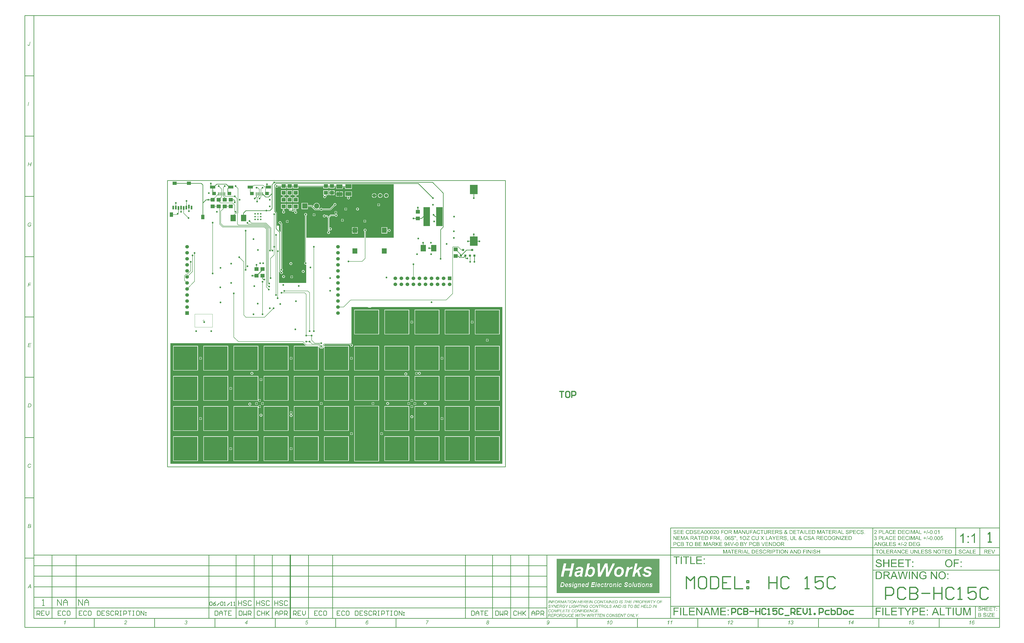
<source format=gtl>
%FSLAX25Y25*%
%MOIN*%
G70*
G01*
G75*
G04 Layer_Physical_Order=1*
G04 Layer_Color=255*
%ADD10R,0.08500X0.10799*%
%ADD11R,0.07087X0.06299*%
%ADD12R,0.39370X0.90551*%
%ADD13R,0.39370X0.39370*%
%ADD14R,0.12598X0.15748*%
%ADD15R,0.10630X0.31496*%
%ADD16R,0.09843X0.06693*%
%ADD17R,0.06299X0.05512*%
%ADD18R,0.01575X0.05315*%
%ADD19R,0.09055X0.05118*%
%ADD20R,0.03150X0.05906*%
%ADD21R,0.05512X0.07480*%
%ADD22R,0.07087X0.05512*%
%ADD23R,0.07874X0.08661*%
%ADD24R,0.03543X0.03740*%
%ADD25R,0.03543X0.03740*%
%ADD26C,0.00800*%
%ADD27C,0.01000*%
%ADD28C,0.00700*%
%ADD29C,0.02000*%
%ADD30C,0.00394*%
%ADD31C,0.00400*%
%ADD32C,0.06000*%
%ADD33R,0.06000X0.06000*%
%ADD34C,0.08661*%
%ADD35R,0.08661X0.08661*%
%ADD36R,0.06000X0.06000*%
%ADD37C,0.03000*%
%ADD38C,0.02598*%
G36*
X555000Y5000D02*
X5000D01*
Y205000D01*
X225270D01*
X229185Y201085D01*
X229299Y200740D01*
X229299D01*
X229128Y200485D01*
X209515D01*
Y159515D01*
X250485D01*
Y199939D01*
X250661Y200012D01*
X251077Y199734D01*
Y198882D01*
X251170Y198413D01*
X251435Y198017D01*
X253016Y196435D01*
D01*
X253016D01*
X253016Y196435D01*
X253016Y196435D01*
X253016D01*
D01*
X253016D01*
X253016Y196435D01*
Y196435D01*
X253016Y196435D01*
Y196435D01*
X253413Y196170D01*
X253882Y196077D01*
X256800D01*
X257268Y196170D01*
X257665Y196435D01*
X258865Y197635D01*
X259036Y197891D01*
X259515Y197746D01*
Y159515D01*
X300485D01*
Y200485D01*
X259577D01*
X259577Y200485D01*
Y200485D01*
X259515Y200485D01*
X259224Y200777D01*
Y201493D01*
X260507Y202777D01*
X262500D01*
X262756Y202828D01*
X302014D01*
X302769Y202073D01*
X302655Y201500D01*
X302833Y200603D01*
X303342Y199842D01*
X304103Y199333D01*
X305000Y199155D01*
X305897Y199333D01*
X306658Y199842D01*
X307167Y200603D01*
X307345Y201500D01*
X307167Y202397D01*
X306658Y203158D01*
X305897Y203667D01*
X305000Y203845D01*
X304427Y203731D01*
X303329Y204829D01*
X303381Y205000D01*
X305000D01*
Y265000D01*
X331453D01*
X331586Y264891D01*
X332649Y264323D01*
X333801Y263973D01*
X335000Y263856D01*
X336199Y263973D01*
X337351Y264323D01*
X338414Y264891D01*
X338547Y265000D01*
X555000D01*
Y5000D01*
D02*
G37*
G36*
X375000Y380000D02*
X328724D01*
Y390551D01*
X329158Y390842D01*
X329667Y391603D01*
X329845Y392500D01*
X329667Y393397D01*
X329158Y394158D01*
X328397Y394667D01*
X327500Y394845D01*
X326603Y394667D01*
X325842Y394158D01*
X325333Y393397D01*
X325155Y392500D01*
X325333Y391603D01*
X325842Y390842D01*
X326276Y390551D01*
Y380000D01*
X230223D01*
Y416551D01*
X230658Y416842D01*
X231167Y417603D01*
X231345Y418500D01*
X231167Y419397D01*
X230658Y420158D01*
X229897Y420667D01*
X229000Y420845D01*
X228103Y420667D01*
X227342Y420158D01*
X226833Y419397D01*
X226655Y418500D01*
X226833Y417603D01*
X227342Y416842D01*
X227777Y416551D01*
Y339449D01*
X227342Y339158D01*
X226833Y338397D01*
X226655Y337500D01*
X226833Y336603D01*
X227342Y335842D01*
X228103Y335333D01*
X229000Y335155D01*
X229613Y335277D01*
X230000Y334960D01*
Y305000D01*
X185000D01*
Y323315D01*
X185462Y323506D01*
X186707Y322261D01*
X186655Y322000D01*
X186833Y321103D01*
X187342Y320342D01*
X188103Y319833D01*
X189000Y319655D01*
X189897Y319833D01*
X190658Y320342D01*
X191167Y321103D01*
X191345Y322000D01*
X191167Y322897D01*
X190658Y323658D01*
X189897Y324167D01*
Y324507D01*
X190658Y325016D01*
X191167Y325777D01*
X191345Y326674D01*
X191167Y327571D01*
X190658Y328332D01*
X190325Y328555D01*
Y402500D01*
X190225Y403007D01*
X189937Y403437D01*
X188767Y404607D01*
X188845Y405000D01*
X188667Y405897D01*
X188158Y406658D01*
X187397Y407167D01*
X186500Y407345D01*
X185603Y407167D01*
X184842Y406658D01*
X184333Y405897D01*
X184155Y405000D01*
X184333Y404103D01*
X184842Y403342D01*
X185603Y402833D01*
X186500Y402655D01*
X186892Y402733D01*
X187674Y401951D01*
Y389695D01*
X187196Y389550D01*
X186937Y389937D01*
X185000Y391875D01*
Y400000D01*
X181125D01*
Y421200D01*
X181025Y421707D01*
X180737Y422137D01*
X178825Y424049D01*
Y463753D01*
X179304Y463898D01*
X179342Y463842D01*
X180103Y463333D01*
X181000Y463155D01*
X181897Y463333D01*
X182658Y463842D01*
X182880Y464175D01*
X188157D01*
Y461562D01*
X196843D01*
Y464186D01*
X198157D01*
Y461562D01*
X206843D01*
Y464186D01*
X208157D01*
Y461562D01*
X216843D01*
Y464186D01*
X258157D01*
Y461562D01*
X266843D01*
Y464186D01*
X268157D01*
Y461562D01*
X276843D01*
Y464186D01*
X279279D01*
Y460853D01*
X290721D01*
Y463674D01*
X294279D01*
Y460952D01*
X305721D01*
Y468636D01*
X375000D01*
Y380000D01*
D02*
G37*
%LPC*%
G36*
X148000Y107246D02*
Y105500D01*
X149746D01*
X149667Y105897D01*
X149158Y106658D01*
X148397Y107167D01*
X148000Y107246D01*
D02*
G37*
G36*
X157000D02*
X156603Y107167D01*
X155842Y106658D01*
X155333Y105897D01*
X155254Y105500D01*
X157000D01*
Y107246D01*
D02*
G37*
G36*
X147000D02*
X146603Y107167D01*
X145842Y106658D01*
X145333Y105897D01*
X145254Y105500D01*
X147000D01*
Y107246D01*
D02*
G37*
G36*
X402246Y104500D02*
X400500D01*
Y102754D01*
X400897Y102833D01*
X401658Y103342D01*
X402167Y104103D01*
X402246Y104500D01*
D02*
G37*
G36*
X409500D02*
X407754D01*
X407833Y104103D01*
X408342Y103342D01*
X409103Y102833D01*
X409500Y102754D01*
Y104500D01*
D02*
G37*
G36*
X412246D02*
X410500D01*
Y102754D01*
X410897Y102833D01*
X411658Y103342D01*
X412167Y104103D01*
X412246Y104500D01*
D02*
G37*
G36*
X341000Y107246D02*
Y105500D01*
X342746D01*
X342667Y105897D01*
X342158Y106658D01*
X341397Y107167D01*
X341000Y107246D01*
D02*
G37*
G36*
X399500D02*
X399103Y107167D01*
X398342Y106658D01*
X397833Y105897D01*
X397754Y105500D01*
X399500D01*
Y107246D01*
D02*
G37*
G36*
X400500D02*
Y105500D01*
X402246D01*
X402167Y105897D01*
X401658Y106658D01*
X400897Y107167D01*
X400500Y107246D01*
D02*
G37*
G36*
X340000D02*
X339603Y107167D01*
X338842Y106658D01*
X338333Y105897D01*
X338254Y105500D01*
X340000D01*
Y107246D01*
D02*
G37*
G36*
X158000D02*
Y105500D01*
X159746D01*
X159667Y105897D01*
X159158Y106658D01*
X158397Y107167D01*
X158000Y107246D01*
D02*
G37*
G36*
X254500D02*
X254103Y107167D01*
X253342Y106658D01*
X252833Y105897D01*
X252754Y105500D01*
X254500D01*
Y107246D01*
D02*
G37*
G36*
X255500D02*
Y105500D01*
X257246D01*
X257167Y105897D01*
X256658Y106658D01*
X255897Y107167D01*
X255500Y107246D01*
D02*
G37*
G36*
X399500Y104500D02*
X397754D01*
X397833Y104103D01*
X398342Y103342D01*
X399103Y102833D01*
X399500Y102754D01*
Y104500D01*
D02*
G37*
G36*
X365000Y107345D02*
X364103Y107167D01*
X363342Y106658D01*
X362833Y105897D01*
X362655Y105000D01*
X362833Y104103D01*
X363342Y103342D01*
X364103Y102833D01*
X365000Y102655D01*
X365897Y102833D01*
X366658Y103342D01*
X367167Y104103D01*
X367345Y105000D01*
X367167Y105897D01*
X366658Y106658D01*
X365897Y107167D01*
X365000Y107345D01*
D02*
G37*
G36*
X426988D02*
X426091Y107167D01*
X425330Y106658D01*
X424822Y105897D01*
X424643Y105000D01*
X424822Y104103D01*
X425330Y103342D01*
X426091Y102833D01*
X426988Y102655D01*
X427886Y102833D01*
X428646Y103342D01*
X429155Y104103D01*
X429333Y105000D01*
X429155Y105897D01*
X428646Y106658D01*
X427886Y107167D01*
X426988Y107345D01*
D02*
G37*
G36*
X147000Y104500D02*
X145254D01*
X145333Y104103D01*
X145842Y103342D01*
X146603Y102833D01*
X147000Y102754D01*
Y104500D01*
D02*
G37*
G36*
X404500Y102246D02*
X404103Y102166D01*
X403342Y101658D01*
X402833Y100897D01*
X402754Y100500D01*
X404500D01*
Y102246D01*
D02*
G37*
G36*
X405500D02*
Y100500D01*
X407246D01*
X407167Y100897D01*
X406658Y101658D01*
X405897Y102166D01*
X405500Y102246D01*
D02*
G37*
G36*
X136500Y106345D02*
X135603Y106167D01*
X134842Y105658D01*
X134333Y104897D01*
X134155Y104000D01*
X134333Y103103D01*
X134842Y102342D01*
X135603Y101833D01*
X136500Y101655D01*
X137397Y101833D01*
X138158Y102342D01*
X138667Y103103D01*
X138845Y104000D01*
X138667Y104897D01*
X138158Y105658D01*
X137397Y106167D01*
X136500Y106345D01*
D02*
G37*
G36*
X149746Y104500D02*
X148000D01*
Y102754D01*
X148397Y102833D01*
X149158Y103342D01*
X149667Y104103D01*
X149746Y104500D01*
D02*
G37*
G36*
X257246D02*
X255500D01*
Y102754D01*
X255897Y102833D01*
X256658Y103342D01*
X257167Y104103D01*
X257246Y104500D01*
D02*
G37*
G36*
X340000D02*
X338254D01*
X338333Y104103D01*
X338842Y103342D01*
X339603Y102833D01*
X340000Y102754D01*
Y104500D01*
D02*
G37*
G36*
X342746D02*
X341000D01*
Y102754D01*
X341397Y102833D01*
X342158Y103342D01*
X342667Y104103D01*
X342746Y104500D01*
D02*
G37*
G36*
X157000D02*
X155254D01*
X155333Y104103D01*
X155842Y103342D01*
X156603Y102833D01*
X157000Y102754D01*
Y104500D01*
D02*
G37*
G36*
X159746D02*
X158000D01*
Y102754D01*
X158397Y102833D01*
X159158Y103342D01*
X159667Y104103D01*
X159746Y104500D01*
D02*
G37*
G36*
X254500D02*
X252754D01*
X252833Y104103D01*
X253342Y103342D01*
X254103Y102833D01*
X254500Y102754D01*
Y104500D01*
D02*
G37*
G36*
X404500Y112246D02*
X404103Y112167D01*
X403342Y111658D01*
X402833Y110897D01*
X402754Y110500D01*
X404500D01*
Y112246D01*
D02*
G37*
G36*
X405500D02*
Y110500D01*
X407246D01*
X407167Y110897D01*
X406658Y111658D01*
X405897Y112167D01*
X405500Y112246D01*
D02*
G37*
G36*
X104500Y129500D02*
X102754D01*
X102833Y129103D01*
X103342Y128342D01*
X104103Y127833D01*
X104500Y127754D01*
Y129500D01*
D02*
G37*
G36*
X153000Y112246D02*
Y110500D01*
X154746D01*
X154667Y110897D01*
X154158Y111658D01*
X153397Y112167D01*
X153000Y112246D01*
D02*
G37*
G36*
X450485Y150485D02*
X409515D01*
Y109515D01*
X450485D01*
Y150485D01*
D02*
G37*
G36*
X500485D02*
X459515D01*
Y109515D01*
X500485D01*
Y150485D01*
D02*
G37*
G36*
X550485D02*
X509515D01*
Y109515D01*
X550485D01*
Y150485D01*
D02*
G37*
G36*
X157246Y144000D02*
X155500D01*
Y142254D01*
X155897Y142333D01*
X156658Y142842D01*
X157167Y143603D01*
X157246Y144000D01*
D02*
G37*
G36*
X154500Y146746D02*
X154103Y146667D01*
X153342Y146158D01*
X152833Y145397D01*
X152754Y145000D01*
X154500D01*
Y146746D01*
D02*
G37*
G36*
X155500D02*
Y145000D01*
X157246D01*
X157167Y145397D01*
X156658Y146158D01*
X155897Y146667D01*
X155500Y146746D01*
D02*
G37*
G36*
X154500Y144000D02*
X152754D01*
X152833Y143603D01*
X153342Y142842D01*
X154103Y142333D01*
X154500Y142254D01*
Y144000D01*
D02*
G37*
G36*
X107246Y129500D02*
X105500D01*
Y127754D01*
X105897Y127833D01*
X106658Y128342D01*
X107167Y129103D01*
X107246Y129500D01*
D02*
G37*
G36*
X104500Y132246D02*
X104103Y132167D01*
X103342Y131658D01*
X102833Y130897D01*
X102754Y130500D01*
X104500D01*
Y132246D01*
D02*
G37*
G36*
X105500D02*
Y130500D01*
X107246D01*
X107167Y130897D01*
X106658Y131658D01*
X105897Y132167D01*
X105500Y132246D01*
D02*
G37*
G36*
X404500Y109500D02*
X402754D01*
X402833Y109103D01*
X403342Y108342D01*
X404103Y107833D01*
X404500Y107754D01*
Y109500D01*
D02*
G37*
G36*
X407246D02*
X405500D01*
Y107754D01*
X405897Y107833D01*
X406658Y108342D01*
X407167Y109103D01*
X407246Y109500D01*
D02*
G37*
G36*
X150485Y150485D02*
X109515D01*
Y109515D01*
X150251D01*
X150251Y109515D01*
X150485D01*
Y110500D01*
X152000D01*
Y112246D01*
X151603Y112167D01*
X150926Y111714D01*
X150485Y111950D01*
Y150485D01*
D02*
G37*
G36*
X154746Y109500D02*
X153000D01*
Y107754D01*
X153397Y107833D01*
X154158Y108342D01*
X154667Y109103D01*
X154746Y109500D01*
D02*
G37*
G36*
X409500Y107246D02*
X409103Y107167D01*
X408342Y106658D01*
X407833Y105897D01*
X407754Y105500D01*
X409500D01*
Y107246D01*
D02*
G37*
G36*
X410500D02*
Y105500D01*
X412246D01*
X412167Y105897D01*
X411658Y106658D01*
X410897Y107167D01*
X410500Y107246D01*
D02*
G37*
G36*
X152000Y109500D02*
X150254D01*
X150333Y109103D01*
X150842Y108342D01*
X151603Y107833D01*
X152000Y107754D01*
Y109500D01*
D02*
G37*
G36*
X300485Y150485D02*
X259515D01*
Y109515D01*
X300485D01*
Y150485D01*
D02*
G37*
G36*
X350485D02*
X309515D01*
Y109515D01*
X350485D01*
Y150485D01*
D02*
G37*
G36*
X400485D02*
X359515D01*
Y109515D01*
X400485D01*
Y150485D01*
D02*
G37*
G36*
X250485D02*
X209515D01*
Y109515D01*
X250485D01*
Y150485D01*
D02*
G37*
G36*
X50485D02*
X9515D01*
Y109515D01*
X50485D01*
Y150485D01*
D02*
G37*
G36*
X100485D02*
X59515D01*
Y109515D01*
X100485D01*
Y150485D01*
D02*
G37*
G36*
X200485D02*
X159515D01*
Y109515D01*
X200485D01*
Y150485D01*
D02*
G37*
G36*
X153000Y102246D02*
Y100500D01*
X154746D01*
X154667Y100897D01*
X154158Y101658D01*
X153397Y102166D01*
X153000Y102246D01*
D02*
G37*
G36*
X205500Y32246D02*
Y30500D01*
X207246D01*
X207167Y30897D01*
X206658Y31658D01*
X205897Y32167D01*
X205500Y32246D01*
D02*
G37*
G36*
X304500Y54500D02*
X302754D01*
X302833Y54103D01*
X303342Y53342D01*
X304103Y52833D01*
X304500Y52754D01*
Y54500D01*
D02*
G37*
G36*
X307246D02*
X305500D01*
Y52754D01*
X305897Y52833D01*
X306658Y53342D01*
X307167Y54103D01*
X307246Y54500D01*
D02*
G37*
G36*
X204500Y32246D02*
X204103Y32167D01*
X203342Y31658D01*
X202833Y30897D01*
X202754Y30500D01*
X204500D01*
Y32246D01*
D02*
G37*
G36*
X207246Y29500D02*
X205500D01*
Y27754D01*
X205897Y27833D01*
X206658Y28342D01*
X207167Y29103D01*
X207246Y29500D01*
D02*
G37*
G36*
X104500Y32246D02*
X104103Y32167D01*
X103342Y31658D01*
X102833Y30897D01*
X102754Y30500D01*
X104500D01*
Y32246D01*
D02*
G37*
G36*
X105500D02*
Y30500D01*
X107246D01*
X107167Y30897D01*
X106658Y31658D01*
X105897Y32167D01*
X105500Y32246D01*
D02*
G37*
G36*
X354500Y57246D02*
X354103Y57166D01*
X353342Y56658D01*
X352833Y55897D01*
X352754Y55500D01*
X354500D01*
Y57246D01*
D02*
G37*
G36*
X355500D02*
Y55500D01*
X357246D01*
X357167Y55897D01*
X356658Y56658D01*
X355897Y57166D01*
X355500Y57246D01*
D02*
G37*
G36*
X50485Y100485D02*
X9515D01*
Y59515D01*
X50485D01*
Y100485D01*
D02*
G37*
G36*
X305500Y57246D02*
Y55500D01*
X307246D01*
X307167Y55897D01*
X306658Y56658D01*
X305897Y57166D01*
X305500Y57246D01*
D02*
G37*
G36*
X354500Y54500D02*
X352754D01*
X352833Y54103D01*
X353342Y53342D01*
X354103Y52833D01*
X354500Y52754D01*
Y54500D01*
D02*
G37*
G36*
X357246D02*
X355500D01*
Y52754D01*
X355897Y52833D01*
X356658Y53342D01*
X357167Y54103D01*
X357246Y54500D01*
D02*
G37*
G36*
X304500Y57246D02*
X304103Y57166D01*
X303342Y56658D01*
X302833Y55897D01*
X302754Y55500D01*
X304500D01*
Y57246D01*
D02*
G37*
G36*
X200485Y50485D02*
X159515D01*
Y9515D01*
X200485D01*
Y50485D01*
D02*
G37*
G36*
X250485D02*
X209515D01*
Y9515D01*
X250485D01*
Y50485D01*
D02*
G37*
G36*
X300485D02*
X259515D01*
Y9515D01*
X300485D01*
Y50485D01*
D02*
G37*
G36*
X150485D02*
X109515D01*
Y9515D01*
X150485D01*
Y50485D01*
D02*
G37*
G36*
X350485Y101076D02*
X309515D01*
Y8924D01*
X350485D01*
Y101076D01*
D02*
G37*
G36*
X50485Y50485D02*
X9515D01*
Y9515D01*
X50485D01*
Y50485D01*
D02*
G37*
G36*
X100485D02*
X59515D01*
Y9515D01*
X100485D01*
Y50485D01*
D02*
G37*
G36*
X104500Y29500D02*
X102754D01*
X102833Y29103D01*
X103342Y28342D01*
X104103Y27833D01*
X104500Y27754D01*
Y29500D01*
D02*
G37*
G36*
X107246D02*
X105500D01*
Y27754D01*
X105897Y27833D01*
X106658Y28342D01*
X107167Y29103D01*
X107246Y29500D01*
D02*
G37*
G36*
X204500D02*
X202754D01*
X202833Y29103D01*
X203342Y28342D01*
X204103Y27833D01*
X204500Y27754D01*
Y29500D01*
D02*
G37*
G36*
X550485Y50485D02*
X509515D01*
Y9515D01*
X550485D01*
Y50485D01*
D02*
G37*
G36*
X400485D02*
X359515D01*
Y9515D01*
X400485D01*
Y50485D01*
D02*
G37*
G36*
X450485D02*
X409515D01*
Y9515D01*
X450485D01*
Y50485D01*
D02*
G37*
G36*
X500485D02*
X459515D01*
Y9515D01*
X500485D01*
Y50485D01*
D02*
G37*
G36*
X155000Y87857D02*
X154103Y87678D01*
X153342Y87170D01*
X152833Y86409D01*
X152655Y85512D01*
X152833Y84614D01*
X153342Y83854D01*
X154103Y83345D01*
X155000Y83167D01*
X155897Y83345D01*
X156658Y83854D01*
X157167Y84614D01*
X157345Y85512D01*
X157167Y86409D01*
X156658Y87170D01*
X155897Y87678D01*
X155000Y87857D01*
D02*
G37*
G36*
X204500Y89500D02*
X202754D01*
X202833Y89103D01*
X203342Y88342D01*
X204103Y87833D01*
X204500Y87754D01*
Y89500D01*
D02*
G37*
G36*
X207246D02*
X205500D01*
Y87754D01*
X205897Y87833D01*
X206658Y88342D01*
X207167Y89103D01*
X207246Y89500D01*
D02*
G37*
G36*
X204522Y87750D02*
Y87250D01*
X204103Y87167D01*
X203342Y86658D01*
X202833Y85897D01*
X202655Y85000D01*
X202833Y84103D01*
X203342Y83342D01*
X204103Y82833D01*
X205000Y82655D01*
X205897Y82833D01*
X206658Y83342D01*
X207167Y84103D01*
X207345Y85000D01*
X207167Y85897D01*
X206658Y86658D01*
X205897Y87167D01*
X205478Y87250D01*
Y87750D01*
X205000Y87655D01*
X204522Y87750D01*
D02*
G37*
G36*
X454500Y82246D02*
X454103Y82166D01*
X453342Y81658D01*
X452833Y80897D01*
X452754Y80500D01*
X454500D01*
Y82246D01*
D02*
G37*
G36*
X455500D02*
Y80500D01*
X457246D01*
X457167Y80897D01*
X456658Y81658D01*
X455897Y82166D01*
X455500Y82246D01*
D02*
G37*
G36*
X405000Y85357D02*
X404103Y85178D01*
X403342Y84670D01*
X402833Y83909D01*
X402655Y83012D01*
X402833Y82114D01*
X403342Y81354D01*
X404103Y80845D01*
X405000Y80667D01*
X405897Y80845D01*
X406658Y81354D01*
X407167Y82114D01*
X407345Y83012D01*
X407167Y83909D01*
X406658Y84670D01*
X405897Y85178D01*
X405000Y85357D01*
D02*
G37*
G36*
X404500Y99500D02*
X402754D01*
X402833Y99103D01*
X403342Y98342D01*
X404103Y97834D01*
X404500Y97754D01*
Y99500D01*
D02*
G37*
G36*
X407246D02*
X405500D01*
Y97754D01*
X405897Y97834D01*
X406658Y98342D01*
X407167Y99103D01*
X407246Y99500D01*
D02*
G37*
G36*
X152000Y102246D02*
X151603Y102166D01*
X150842Y101658D01*
X150333Y100897D01*
X150254Y100500D01*
X152000D01*
Y102246D01*
D02*
G37*
G36*
X154746Y99500D02*
X153000D01*
Y97754D01*
X153397Y97834D01*
X154158Y98342D01*
X154667Y99103D01*
X154746Y99500D01*
D02*
G37*
G36*
X204500Y92246D02*
X204103Y92167D01*
X203342Y91658D01*
X202833Y90897D01*
X202754Y90500D01*
X204500D01*
Y92246D01*
D02*
G37*
G36*
X205500D02*
Y90500D01*
X207246D01*
X207167Y90897D01*
X206658Y91658D01*
X205897Y92167D01*
X205500Y92246D01*
D02*
G37*
G36*
X150485Y100485D02*
X150251D01*
X150251Y100485D01*
X109515D01*
Y59515D01*
X150485D01*
Y98050D01*
X150926Y98286D01*
X151603Y97834D01*
X152000Y97754D01*
Y99500D01*
X150485D01*
Y100485D01*
D02*
G37*
G36*
X400485Y100485D02*
X359515D01*
Y59515D01*
X400485D01*
Y100485D01*
D02*
G37*
G36*
X450485D02*
X409515D01*
Y59515D01*
X450485D01*
Y100485D01*
D02*
G37*
G36*
X500485D02*
X459515D01*
Y59515D01*
X500485D01*
Y100485D01*
D02*
G37*
G36*
X300485D02*
X259515D01*
Y59515D01*
X300485D01*
Y100485D01*
D02*
G37*
G36*
X100485D02*
X59515D01*
Y59515D01*
X100485D01*
Y100485D01*
D02*
G37*
G36*
X200485D02*
X159515D01*
Y59515D01*
X200485D01*
Y100485D01*
D02*
G37*
G36*
X250485D02*
X209515D01*
Y59515D01*
X250485D01*
Y100485D01*
D02*
G37*
G36*
X457246Y79500D02*
X455500D01*
Y77754D01*
X455897Y77833D01*
X456658Y78342D01*
X457167Y79103D01*
X457246Y79500D01*
D02*
G37*
G36*
X54500Y82246D02*
X54103Y82166D01*
X53342Y81658D01*
X52833Y80897D01*
X52754Y80500D01*
X54500D01*
Y82246D01*
D02*
G37*
G36*
X55500D02*
Y80500D01*
X57246D01*
X57166Y80897D01*
X56658Y81658D01*
X55897Y82166D01*
X55500Y82246D01*
D02*
G37*
G36*
X454500Y79500D02*
X452754D01*
X452833Y79103D01*
X453342Y78342D01*
X454103Y77833D01*
X454500Y77754D01*
Y79500D01*
D02*
G37*
G36*
X550485Y100485D02*
X509515D01*
Y59515D01*
X550485D01*
Y100485D01*
D02*
G37*
G36*
X54500Y79500D02*
X52754D01*
X52833Y79103D01*
X53342Y78342D01*
X54103Y77833D01*
X54500Y77754D01*
Y79500D01*
D02*
G37*
G36*
X57246D02*
X55500D01*
Y77754D01*
X55897Y77833D01*
X56658Y78342D01*
X57166Y79103D01*
X57246Y79500D01*
D02*
G37*
G36*
X395000Y156345D02*
X394103Y156167D01*
X393342Y155658D01*
X392833Y154897D01*
X392655Y154000D01*
X392833Y153103D01*
X393342Y152342D01*
X394103Y151833D01*
X395000Y151655D01*
X395897Y151833D01*
X396658Y152342D01*
X397167Y153103D01*
X397345Y154000D01*
X397167Y154897D01*
X396658Y155658D01*
X395897Y156167D01*
X395000Y156345D01*
D02*
G37*
G36*
X242500Y420246D02*
X242103Y420167D01*
X241342Y419658D01*
X240833Y418897D01*
X240754Y418500D01*
X242500D01*
Y420246D01*
D02*
G37*
G36*
X243500D02*
Y418500D01*
X245246D01*
X245167Y418897D01*
X244658Y419658D01*
X243897Y420167D01*
X243500Y420246D01*
D02*
G37*
G36*
X281246Y421500D02*
X279500D01*
Y419754D01*
X279000Y419655D01*
X278772Y419700D01*
Y419200D01*
X278603Y419167D01*
X277842Y418658D01*
X277551Y418223D01*
X270500D01*
X270032Y418130D01*
X269635Y417865D01*
X267000Y415230D01*
X265365Y416865D01*
X264968Y417130D01*
X264500Y417224D01*
X261949D01*
X261658Y417658D01*
X260897Y418167D01*
X260000Y418345D01*
X259103Y418167D01*
X258342Y417658D01*
X257833Y416897D01*
X257655Y416000D01*
X257833Y415103D01*
X258342Y414342D01*
X259103Y413833D01*
X260000Y413655D01*
X260897Y413833D01*
X261658Y414342D01*
X261949Y414777D01*
X263993D01*
X265776Y412993D01*
Y390449D01*
X265342Y390158D01*
X264833Y389397D01*
X264655Y388500D01*
X264833Y387603D01*
X265342Y386842D01*
X266103Y386333D01*
X267000Y386155D01*
X267897Y386333D01*
X268658Y386842D01*
X269167Y387603D01*
X269345Y388500D01*
X269167Y389397D01*
X268658Y390158D01*
X268224Y390449D01*
Y392390D01*
X268665Y392626D01*
X269103Y392333D01*
X270000Y392155D01*
X270897Y392333D01*
X271658Y392842D01*
X272167Y393603D01*
X272345Y394500D01*
X272167Y395397D01*
X271658Y396158D01*
X270897Y396667D01*
X270000Y396845D01*
X269103Y396667D01*
X268665Y396374D01*
X268224Y396609D01*
Y412993D01*
X271007Y415776D01*
X277551D01*
X277842Y415342D01*
X278603Y414833D01*
X279500Y414655D01*
X280397Y414833D01*
X281158Y415342D01*
X281667Y416103D01*
X281845Y417000D01*
X281667Y417897D01*
X281158Y418658D01*
X280397Y419167D01*
X279728Y419300D01*
Y419800D01*
X279897Y419833D01*
X280658Y420342D01*
X281167Y421103D01*
X281246Y421500D01*
D02*
G37*
G36*
X245246Y417500D02*
X243500D01*
Y415754D01*
X243897Y415833D01*
X244658Y416342D01*
X245167Y417103D01*
X245246Y417500D01*
D02*
G37*
G36*
X289500Y411246D02*
X289103Y411167D01*
X288342Y410658D01*
X287833Y409897D01*
X287754Y409500D01*
X289500D01*
Y411246D01*
D02*
G37*
G36*
X290500D02*
Y409500D01*
X292246D01*
X292167Y409897D01*
X291658Y410658D01*
X290897Y411167D01*
X290500Y411246D01*
D02*
G37*
G36*
X242500Y417500D02*
X240754D01*
X240833Y417103D01*
X241342Y416342D01*
X242103Y415833D01*
X242500Y415754D01*
Y417500D01*
D02*
G37*
G36*
X279500Y424246D02*
Y422500D01*
X281246D01*
X281167Y422897D01*
X280658Y423658D01*
X279897Y424167D01*
X279500Y424246D01*
D02*
G37*
G36*
X206843Y435938D02*
X198157D01*
Y428039D01*
X201276D01*
Y426500D01*
X201276Y426500D01*
X201276D01*
X201370Y426032D01*
X201635Y425635D01*
X202635Y424635D01*
X203032Y424370D01*
X203500Y424276D01*
X206051D01*
X206342Y423842D01*
X207103Y423333D01*
X208000Y423155D01*
X208897Y423333D01*
X209658Y423842D01*
X210167Y424603D01*
X210345Y425500D01*
X210167Y426397D01*
X209658Y427158D01*
X208897Y427667D01*
X208000Y427845D01*
X207103Y427667D01*
D01*
X207103D01*
X207103Y427667D01*
X207103Y427667D01*
X207090Y427669D01*
X206843Y428039D01*
D01*
D01*
Y428052D01*
X206843D01*
Y435938D01*
D02*
G37*
G36*
X315000Y429845D02*
X314103Y429667D01*
X313342Y429158D01*
X312833Y428397D01*
X312655Y427500D01*
X312833Y426603D01*
X313342Y425842D01*
X314103Y425333D01*
X315000Y425155D01*
X315897Y425333D01*
X316658Y425842D01*
X317167Y426603D01*
X317345Y427500D01*
X317167Y428397D01*
X316658Y429158D01*
X315897Y429667D01*
X315000Y429845D01*
D02*
G37*
G36*
X278500Y424246D02*
X278103Y424167D01*
X277342Y423658D01*
X276833Y422897D01*
X276754Y422500D01*
X278500D01*
Y424246D01*
D02*
G37*
G36*
X216843Y435938D02*
X208157D01*
Y428039D01*
X211277D01*
Y423949D01*
X210842Y423658D01*
X210333Y422897D01*
X210155Y422000D01*
X210333Y421103D01*
X210842Y420342D01*
X211603Y419833D01*
X212500Y419655D01*
X213397Y419833D01*
X214158Y420342D01*
X214667Y421103D01*
X214845Y422000D01*
X214667Y422897D01*
X214158Y423658D01*
X213723Y423949D01*
Y428039D01*
X216843D01*
Y435938D01*
D02*
G37*
G36*
X278500Y421500D02*
X276754D01*
X276833Y421103D01*
X277342Y420342D01*
X278103Y419833D01*
X278500Y419754D01*
Y421500D01*
D02*
G37*
G36*
X196843Y435938D02*
X188157D01*
Y428039D01*
X191277D01*
Y424449D01*
X190842Y424158D01*
X190333Y423397D01*
X190155Y422500D01*
X190333Y421603D01*
X190842Y420842D01*
X191603Y420333D01*
X192500Y420155D01*
X193397Y420333D01*
X194158Y420842D01*
X194667Y421603D01*
X194845Y422500D01*
X194667Y423397D01*
X194158Y424158D01*
X193723Y424449D01*
Y428039D01*
X196843D01*
Y435938D01*
D02*
G37*
G36*
X198000Y406500D02*
X196254D01*
X196333Y406103D01*
X196842Y405342D01*
X197603Y404833D01*
X198000Y404754D01*
Y406500D01*
D02*
G37*
G36*
X200746D02*
X199000D01*
Y404754D01*
X199397Y404833D01*
X200158Y405342D01*
X200667Y406103D01*
X200746Y406500D01*
D02*
G37*
G36*
X326500Y407000D02*
X324754D01*
X324833Y406603D01*
X325342Y405842D01*
X326103Y405333D01*
X326500Y405254D01*
Y407000D01*
D02*
G37*
G36*
X315328Y397257D02*
X311091D01*
Y392626D01*
X315328D01*
Y397257D01*
D02*
G37*
G36*
Y391626D02*
X311091D01*
Y386995D01*
X315328D01*
Y391626D01*
D02*
G37*
G36*
X364146Y397257D02*
X354672D01*
Y386995D01*
X364146D01*
Y390902D01*
X365467D01*
X365842Y390342D01*
X366603Y389833D01*
X367500Y389655D01*
X368397Y389833D01*
X369158Y390342D01*
X369667Y391103D01*
X369845Y392000D01*
X369667Y392897D01*
X369158Y393658D01*
X368397Y394167D01*
X367500Y394345D01*
X366603Y394167D01*
X365842Y393658D01*
X365635Y393350D01*
X364146D01*
Y397257D01*
D02*
G37*
G36*
X310091D02*
X305854D01*
Y392626D01*
X310091D01*
Y397257D01*
D02*
G37*
G36*
X199000Y409246D02*
Y407500D01*
X200746D01*
X200667Y407897D01*
X200158Y408658D01*
X199397Y409167D01*
X199000Y409246D01*
D02*
G37*
G36*
X326500Y409746D02*
X326103Y409667D01*
X325342Y409158D01*
X324833Y408397D01*
X324754Y408000D01*
X326500D01*
Y409746D01*
D02*
G37*
G36*
X327500D02*
Y408000D01*
X329246D01*
X329167Y408397D01*
X328658Y409158D01*
X327897Y409667D01*
X327500Y409746D01*
D02*
G37*
G36*
X198000Y409246D02*
X197603Y409167D01*
X196842Y408658D01*
X196333Y407897D01*
X196254Y407500D01*
X198000D01*
Y409246D01*
D02*
G37*
G36*
X329246Y407000D02*
X327500D01*
Y405254D01*
X327897Y405333D01*
X328658Y405842D01*
X329167Y406603D01*
X329246Y407000D01*
D02*
G37*
G36*
X289500Y408500D02*
X287754D01*
X287833Y408103D01*
X288342Y407342D01*
X289103Y406833D01*
X289500Y406754D01*
Y408500D01*
D02*
G37*
G36*
X292246D02*
X290500D01*
Y406754D01*
X290897Y406833D01*
X291658Y407342D01*
X292167Y408103D01*
X292246Y408500D01*
D02*
G37*
G36*
X284500Y451902D02*
X279279D01*
Y448255D01*
X284500D01*
Y451902D01*
D02*
G37*
G36*
X290721D02*
X285500D01*
Y448255D01*
X290721D01*
Y451902D01*
D02*
G37*
G36*
X342000Y453767D02*
X341508Y453702D01*
X340584Y453319D01*
X339790Y452710D01*
X339181Y451916D01*
X338798Y450992D01*
X338733Y450500D01*
X342000D01*
Y453767D01*
D02*
G37*
G36*
X346267Y449500D02*
X343000D01*
Y446233D01*
X343492Y446298D01*
X344416Y446681D01*
X345210Y447290D01*
X345819Y448084D01*
X346202Y449008D01*
X346267Y449500D01*
D02*
G37*
G36*
X352500Y453833D02*
X351508Y453702D01*
X350584Y453319D01*
X349790Y452710D01*
X349181Y451916D01*
X348798Y450992D01*
X348667Y450000D01*
X348798Y449008D01*
X349181Y448084D01*
X349790Y447290D01*
X350584Y446681D01*
X351508Y446298D01*
X352500Y446167D01*
X353492Y446298D01*
X354416Y446681D01*
X355210Y447290D01*
X355819Y448084D01*
X356202Y449008D01*
X356333Y450000D01*
X356202Y450992D01*
X355819Y451916D01*
X355210Y452710D01*
X354416Y453319D01*
X353492Y453702D01*
X352500Y453833D01*
D02*
G37*
G36*
X362500D02*
X361508Y453702D01*
X360584Y453319D01*
X359790Y452710D01*
X359181Y451916D01*
X358798Y450992D01*
X358667Y450000D01*
X358798Y449008D01*
X359181Y448084D01*
X359790Y447290D01*
X360584Y446681D01*
X361508Y446298D01*
X362500Y446167D01*
X363492Y446298D01*
X364416Y446681D01*
X365210Y447290D01*
X365819Y448084D01*
X366202Y449008D01*
X366333Y450000D01*
X366202Y450992D01*
X365819Y451916D01*
X365210Y452710D01*
X364416Y453319D01*
X363492Y453702D01*
X362500Y453833D01*
D02*
G37*
G36*
X342000Y449500D02*
X338733D01*
X338798Y449008D01*
X339181Y448084D01*
X339790Y447290D01*
X340584Y446681D01*
X341508Y446298D01*
X342000Y446233D01*
Y449500D01*
D02*
G37*
G36*
X290721Y456548D02*
X285500D01*
Y452902D01*
X290721D01*
Y456548D01*
D02*
G37*
G36*
X272000Y458438D02*
X268157D01*
Y454988D01*
X272000D01*
Y458438D01*
D02*
G37*
G36*
X276843D02*
X273000D01*
Y454988D01*
X276843D01*
Y458438D01*
D02*
G37*
G36*
X284500Y456548D02*
X279279D01*
Y452902D01*
X284500D01*
Y456548D01*
D02*
G37*
G36*
X343000Y453767D02*
Y450500D01*
X346267D01*
X346202Y450992D01*
X345819Y451916D01*
X345210Y452710D01*
X344416Y453319D01*
X343492Y453702D01*
X343000Y453767D01*
D02*
G37*
G36*
X272000Y453988D02*
X268157D01*
Y450539D01*
X272000D01*
Y453988D01*
D02*
G37*
G36*
X276843D02*
X273000D01*
Y450539D01*
X276843D01*
Y453988D01*
D02*
G37*
G36*
X247185Y437675D02*
X245846Y437499D01*
X244598Y436982D01*
X243526Y436159D01*
X242703Y435087D01*
X242186Y433839D01*
X242010Y432500D01*
X242047Y432219D01*
X241599Y431998D01*
X240159Y433437D01*
X239729Y433725D01*
X239222Y433825D01*
X232631D01*
Y437631D01*
X222369D01*
Y427369D01*
X232631D01*
Y431175D01*
X238673D01*
X243916Y425932D01*
X243916Y425932D01*
X243916D01*
X243916Y425932D01*
X243916D01*
X243916Y425932D01*
Y425932D01*
Y425932D01*
D01*
D01*
X243916D01*
Y425932D01*
X244346Y425645D01*
X244853Y425544D01*
X253207D01*
X253342Y425342D01*
X254103Y424833D01*
X255000Y424655D01*
X255897Y424833D01*
X256658Y425342D01*
X256880Y425674D01*
X269500D01*
X270007Y425775D01*
X270437Y426063D01*
X270437Y426063D01*
X270437Y426063D01*
X277108Y432733D01*
X277500Y432655D01*
X278397Y432833D01*
X279158Y433342D01*
X279667Y434103D01*
X279845Y435000D01*
X279667Y435897D01*
X279158Y436658D01*
X278397Y437167D01*
X277500Y437345D01*
X276603Y437167D01*
X275842Y436658D01*
X275333Y435897D01*
X275155Y435000D01*
X275233Y434608D01*
X268951Y428326D01*
X256880D01*
X256658Y428658D01*
X255897Y429167D01*
X255000Y429345D01*
X254103Y429167D01*
X253342Y428658D01*
X253032Y428195D01*
X250780D01*
X250619Y428668D01*
X250844Y428841D01*
X251667Y429913D01*
X252184Y431161D01*
X252360Y432500D01*
X252184Y433839D01*
X251667Y435087D01*
X250844Y436159D01*
X249773Y436982D01*
X248524Y437499D01*
X247185Y437675D01*
D02*
G37*
G36*
X349500Y434000D02*
X347754D01*
X347833Y433603D01*
X348342Y432842D01*
X349103Y432333D01*
X349500Y432254D01*
Y434000D01*
D02*
G37*
G36*
X352246D02*
X350500D01*
Y432254D01*
X350897Y432333D01*
X351658Y432842D01*
X352167Y433603D01*
X352246Y434000D01*
D02*
G37*
G36*
X296000Y429746D02*
Y428000D01*
X297746D01*
X297667Y428397D01*
X297158Y429158D01*
X296397Y429667D01*
X296000Y429746D01*
D02*
G37*
G36*
X295000Y427000D02*
X293254D01*
X293333Y426603D01*
X293842Y425842D01*
X294603Y425333D01*
X295000Y425254D01*
Y427000D01*
D02*
G37*
G36*
X297746D02*
X296000D01*
Y425254D01*
X296397Y425333D01*
X297158Y425842D01*
X297667Y426603D01*
X297746Y427000D01*
D02*
G37*
G36*
X295000Y429746D02*
X294603Y429667D01*
X293842Y429158D01*
X293333Y428397D01*
X293254Y428000D01*
X295000D01*
Y429746D01*
D02*
G37*
G36*
X216843Y458438D02*
X208157D01*
Y450539D01*
X211175D01*
Y446961D01*
X208157D01*
Y439062D01*
X216843D01*
Y446961D01*
X213825D01*
Y450539D01*
X216843D01*
Y458438D01*
D02*
G37*
G36*
X305721Y456646D02*
X294279D01*
Y448353D01*
X298521D01*
X298666Y447875D01*
X298342Y447658D01*
X297833Y446897D01*
X297655Y446000D01*
X297833Y445103D01*
X298342Y444342D01*
X299103Y443833D01*
X300000Y443655D01*
X300897Y443833D01*
X301658Y444342D01*
X302167Y445103D01*
X302345Y446000D01*
X302167Y446897D01*
X301658Y447658D01*
X301223Y447949D01*
Y448353D01*
X305721D01*
Y456646D01*
D02*
G37*
G36*
X266843Y458438D02*
X258157D01*
Y450539D01*
X259298D01*
X259443Y450060D01*
X258842Y449658D01*
X258333Y448897D01*
X258155Y448000D01*
X258333Y447103D01*
X258842Y446342D01*
X259603Y445833D01*
X260500Y445655D01*
X261397Y445833D01*
X262158Y446342D01*
X262667Y447103D01*
X262749Y447519D01*
X263365Y448135D01*
X263630Y448532D01*
X263723Y449000D01*
Y450539D01*
X266843D01*
Y458438D01*
D02*
G37*
G36*
X206843D02*
X198157D01*
Y450539D01*
X201174D01*
Y446961D01*
X198157D01*
Y439062D01*
X206843D01*
Y446961D01*
X203825D01*
Y450539D01*
X206843D01*
Y458438D01*
D02*
G37*
G36*
X349500Y436746D02*
X349103Y436667D01*
X348342Y436158D01*
X347833Y435397D01*
X347754Y435000D01*
X349500D01*
Y436746D01*
D02*
G37*
G36*
X350500D02*
Y435000D01*
X352246D01*
X352167Y435397D01*
X351658Y436158D01*
X350897Y436667D01*
X350500Y436746D01*
D02*
G37*
G36*
X196843Y458438D02*
X188157D01*
Y450539D01*
X191174D01*
Y446961D01*
X188157D01*
Y439062D01*
X196843D01*
Y446961D01*
X193825D01*
Y450539D01*
X196843D01*
Y458438D01*
D02*
G37*
G36*
X207246Y179500D02*
X205500D01*
Y177754D01*
X205897Y177833D01*
X206658Y178342D01*
X207167Y179103D01*
X207246Y179500D01*
D02*
G37*
G36*
X304500D02*
X302754D01*
X302833Y179103D01*
X303342Y178342D01*
X304103Y177833D01*
X304500Y177754D01*
Y179500D01*
D02*
G37*
G36*
X307246D02*
X305500D01*
Y177754D01*
X305897Y177833D01*
X306658Y178342D01*
X307167Y179103D01*
X307246Y179500D01*
D02*
G37*
G36*
X204500D02*
X202754D01*
X202833Y179103D01*
X203342Y178342D01*
X204103Y177833D01*
X204500Y177754D01*
Y179500D01*
D02*
G37*
G36*
X550485Y200485D02*
X509515D01*
Y159515D01*
X550485D01*
Y200485D01*
D02*
G37*
G36*
X54500Y179500D02*
X52754D01*
X52833Y179103D01*
X53342Y178342D01*
X54103Y177833D01*
X54500Y177754D01*
Y179500D01*
D02*
G37*
G36*
X57246D02*
X55500D01*
Y177754D01*
X55897Y177833D01*
X56658Y178342D01*
X57166Y179103D01*
X57246Y179500D01*
D02*
G37*
G36*
X204500Y182246D02*
X204103Y182167D01*
X203342Y181658D01*
X202833Y180897D01*
X202754Y180500D01*
X204500D01*
Y182246D01*
D02*
G37*
G36*
X205500D02*
Y180500D01*
X207246D01*
X207167Y180897D01*
X206658Y181658D01*
X205897Y182167D01*
X205500Y182246D01*
D02*
G37*
G36*
X304500D02*
X304103Y182167D01*
X303342Y181658D01*
X302833Y180897D01*
X302754Y180500D01*
X304500D01*
Y182246D01*
D02*
G37*
G36*
X55500D02*
Y180500D01*
X57246D01*
X57166Y180897D01*
X56658Y181658D01*
X55897Y182167D01*
X55500Y182246D01*
D02*
G37*
G36*
X454500Y179500D02*
X452754D01*
X452833Y179103D01*
X453342Y178342D01*
X454103Y177833D01*
X454500Y177754D01*
Y179500D01*
D02*
G37*
G36*
X457246D02*
X455500D01*
Y177754D01*
X455897Y177833D01*
X456658Y178342D01*
X457167Y179103D01*
X457246Y179500D01*
D02*
G37*
G36*
X54500Y182246D02*
X54103Y182167D01*
X53342Y181658D01*
X52833Y180897D01*
X52754Y180500D01*
X54500D01*
Y182246D01*
D02*
G37*
G36*
X412000Y157246D02*
X411603Y157167D01*
X410842Y156658D01*
X410333Y155897D01*
X410254Y155500D01*
X412000D01*
Y157246D01*
D02*
G37*
G36*
X413000D02*
Y155500D01*
X414746D01*
X414667Y155897D01*
X414158Y156658D01*
X413397Y157167D01*
X413000Y157246D01*
D02*
G37*
G36*
X50485Y200485D02*
X9515D01*
Y159515D01*
X50485D01*
Y200485D01*
D02*
G37*
G36*
X414746Y154500D02*
X413000D01*
Y152754D01*
X413397Y152833D01*
X414158Y153342D01*
X414667Y154103D01*
X414746Y154500D01*
D02*
G37*
G36*
X140000Y157345D02*
X139103Y157167D01*
X138342Y156658D01*
X137833Y155897D01*
X137655Y155000D01*
X137833Y154103D01*
X138342Y153342D01*
X139103Y152833D01*
X140000Y152655D01*
X140897Y152833D01*
X141658Y153342D01*
X142167Y154103D01*
X142345Y155000D01*
X142167Y155897D01*
X141658Y156658D01*
X140897Y157167D01*
X140000Y157345D01*
D02*
G37*
G36*
X417500D02*
X416603Y157167D01*
X415842Y156658D01*
X415333Y155897D01*
X415250Y155478D01*
X414750D01*
X414845Y155000D01*
X414750Y154522D01*
X415250D01*
X415333Y154103D01*
X415842Y153342D01*
X416603Y152833D01*
X417500Y152655D01*
X418397Y152833D01*
X419158Y153342D01*
X419667Y154103D01*
X419845Y155000D01*
X419667Y155897D01*
X419158Y156658D01*
X418397Y157167D01*
X417500Y157345D01*
D02*
G37*
G36*
X412000Y154500D02*
X410254D01*
X410333Y154103D01*
X410842Y153342D01*
X411603Y152833D01*
X412000Y152754D01*
Y154500D01*
D02*
G37*
G36*
X400485Y200485D02*
X359515D01*
Y159515D01*
X400485D01*
Y200485D01*
D02*
G37*
G36*
X450485D02*
X409515D01*
Y159515D01*
X450485D01*
Y200485D01*
D02*
G37*
G36*
X500485D02*
X459515D01*
Y159515D01*
X500485D01*
Y200485D01*
D02*
G37*
G36*
X350485D02*
X309515D01*
Y159515D01*
X350485D01*
Y200485D01*
D02*
G37*
G36*
X100485D02*
X59515D01*
Y159515D01*
X100485D01*
Y200485D01*
D02*
G37*
G36*
X150485D02*
X109515D01*
Y159515D01*
X150485D01*
Y200485D01*
D02*
G37*
G36*
X200485D02*
X159515D01*
Y159515D01*
X200485D01*
Y200485D01*
D02*
G37*
G36*
X504500Y242246D02*
X504103Y242167D01*
X503342Y241658D01*
X502833Y240897D01*
X502754Y240500D01*
X504500D01*
Y242246D01*
D02*
G37*
G36*
X505500D02*
Y240500D01*
X507246D01*
X507167Y240897D01*
X506658Y241658D01*
X505897Y242167D01*
X505500Y242246D01*
D02*
G37*
G36*
X205413Y314500D02*
X203668D01*
X203747Y314103D01*
X204255Y313342D01*
X205016Y312833D01*
X205413Y312754D01*
Y314500D01*
D02*
G37*
G36*
X405500Y242246D02*
Y240500D01*
X407246D01*
X407167Y240897D01*
X406658Y241658D01*
X405897Y242167D01*
X405500Y242246D01*
D02*
G37*
G36*
X504500Y239500D02*
X502754D01*
X502833Y239103D01*
X503342Y238342D01*
X504103Y237833D01*
X504500Y237754D01*
Y239500D01*
D02*
G37*
G36*
X507246D02*
X505500D01*
Y237754D01*
X505897Y237833D01*
X506658Y238342D01*
X507167Y239103D01*
X507246Y239500D01*
D02*
G37*
G36*
X404500Y242246D02*
X404103Y242167D01*
X403342Y241658D01*
X402833Y240897D01*
X402754Y240500D01*
X404500D01*
Y242246D01*
D02*
G37*
G36*
X225000Y326345D02*
X224103Y326167D01*
X223342Y325658D01*
X222833Y324897D01*
X222655Y324000D01*
X222833Y323103D01*
X223342Y322342D01*
X224103Y321833D01*
X225000Y321655D01*
X225897Y321833D01*
X226658Y322342D01*
X227167Y323103D01*
X227345Y324000D01*
X227167Y324897D01*
X226658Y325658D01*
X225897Y326167D01*
X225000Y326345D01*
D02*
G37*
G36*
X204500Y339345D02*
X203603Y339167D01*
X202842Y338658D01*
X202333Y337897D01*
X202155Y337000D01*
X202333Y336103D01*
X202842Y335342D01*
X203603Y334833D01*
X204500Y334655D01*
X205397Y334833D01*
X206158Y335342D01*
X206667Y336103D01*
X206845Y337000D01*
X206667Y337897D01*
X206158Y338658D01*
X205397Y339167D01*
X204500Y339345D01*
D02*
G37*
G36*
X310091Y391626D02*
X305854D01*
Y386995D01*
X310091D01*
Y391626D01*
D02*
G37*
G36*
X206413Y317246D02*
Y315500D01*
X208159D01*
X208080Y315897D01*
X207571Y316658D01*
X206811Y317167D01*
X206413Y317246D01*
D02*
G37*
G36*
X208159Y314500D02*
X206413D01*
Y312754D01*
X206811Y312833D01*
X207571Y313342D01*
X208080Y314103D01*
X208159Y314500D01*
D02*
G37*
G36*
X192500Y317845D02*
X191603Y317667D01*
X190842Y317158D01*
X190333Y316397D01*
X190155Y315500D01*
X190333Y314603D01*
X190842Y313842D01*
X191603Y313333D01*
X192500Y313155D01*
X193397Y313333D01*
X194158Y313842D01*
X194667Y314603D01*
X194845Y315500D01*
X194667Y316397D01*
X194158Y317158D01*
X193397Y317667D01*
X192500Y317845D01*
D02*
G37*
G36*
X205413Y317246D02*
X205016Y317167D01*
X204255Y316658D01*
X203747Y315897D01*
X203668Y315500D01*
X205413D01*
Y317246D01*
D02*
G37*
G36*
X532246Y209500D02*
X530500D01*
Y207754D01*
X530897Y207833D01*
X531658Y208342D01*
X532167Y209103D01*
X532246Y209500D01*
D02*
G37*
G36*
X529500Y212246D02*
X529103Y212167D01*
X528342Y211658D01*
X527833Y210897D01*
X527754Y210500D01*
X529500D01*
Y212246D01*
D02*
G37*
G36*
X530500D02*
Y210500D01*
X532246D01*
X532167Y210897D01*
X531658Y211658D01*
X530897Y212167D01*
X530500Y212246D01*
D02*
G37*
G36*
X529500Y209500D02*
X527754D01*
X527833Y209103D01*
X528342Y208342D01*
X529103Y207833D01*
X529500Y207754D01*
Y209500D01*
D02*
G37*
G36*
X305500Y182246D02*
Y180500D01*
X307246D01*
X307167Y180897D01*
X306658Y181658D01*
X305897Y182167D01*
X305500Y182246D01*
D02*
G37*
G36*
X454500D02*
X454103Y182167D01*
X453342Y181658D01*
X452833Y180897D01*
X452754Y180500D01*
X454500D01*
Y182246D01*
D02*
G37*
G36*
X455500D02*
Y180500D01*
X457246D01*
X457167Y180897D01*
X456658Y181658D01*
X455897Y182167D01*
X455500Y182246D01*
D02*
G37*
G36*
X550485Y260485D02*
X509515D01*
Y219515D01*
X550485D01*
Y260485D01*
D02*
G37*
G36*
X404500Y239500D02*
X402754D01*
X402833Y239103D01*
X403342Y238342D01*
X404103Y237833D01*
X404500Y237754D01*
Y239500D01*
D02*
G37*
G36*
X407246D02*
X405500D01*
Y237754D01*
X405897Y237833D01*
X406658Y238342D01*
X407167Y239103D01*
X407246Y239500D01*
D02*
G37*
G36*
X500485Y260485D02*
X459515D01*
Y219515D01*
X500485D01*
Y260485D01*
D02*
G37*
G36*
X350485D02*
X309515D01*
Y219515D01*
X350485D01*
Y260485D01*
D02*
G37*
G36*
X400485D02*
X359515D01*
Y219515D01*
X400485D01*
Y260485D01*
D02*
G37*
G36*
X450485D02*
X409515D01*
Y219515D01*
X450485D01*
Y260485D01*
D02*
G37*
%LPD*%
G36*
X1200729Y-125839D02*
X1196942D01*
Y-127811D01*
X1200485D01*
Y-128562D01*
X1196942D01*
Y-130748D01*
X1200875D01*
Y-131500D01*
X1196093D01*
Y-125088D01*
X1200729D01*
Y-125839D01*
D02*
G37*
G36*
X1223157Y-125068D02*
X1223236Y-125078D01*
X1223323Y-125088D01*
X1223421Y-125097D01*
X1223528Y-125127D01*
X1223763Y-125185D01*
X1224007Y-125273D01*
X1224133Y-125332D01*
X1224251Y-125400D01*
X1224358Y-125488D01*
X1224465Y-125576D01*
X1224475Y-125585D01*
X1224485Y-125595D01*
X1224514Y-125625D01*
X1224553Y-125663D01*
X1224592Y-125722D01*
X1224641Y-125781D01*
X1224739Y-125927D01*
X1224836Y-126112D01*
X1224924Y-126327D01*
X1224992Y-126571D01*
X1225002Y-126708D01*
X1225012Y-126845D01*
Y-126864D01*
Y-126913D01*
X1225002Y-126991D01*
X1224992Y-127088D01*
X1224973Y-127206D01*
X1224944Y-127332D01*
X1224905Y-127469D01*
X1224846Y-127606D01*
X1224836Y-127625D01*
X1224817Y-127674D01*
X1224778Y-127742D01*
X1224719Y-127840D01*
X1224651Y-127957D01*
X1224563Y-128094D01*
X1224446Y-128230D01*
X1224319Y-128387D01*
X1224299Y-128406D01*
X1224251Y-128465D01*
X1224163Y-128552D01*
X1224104Y-128611D01*
X1224036Y-128679D01*
X1223958Y-128757D01*
X1223860Y-128845D01*
X1223763Y-128933D01*
X1223655Y-129041D01*
X1223538Y-129148D01*
X1223401Y-129265D01*
X1223265Y-129382D01*
X1223109Y-129519D01*
X1223099Y-129528D01*
X1223079Y-129548D01*
X1223040Y-129577D01*
X1222991Y-129616D01*
X1222874Y-129714D01*
X1222728Y-129841D01*
X1222582Y-129977D01*
X1222425Y-130114D01*
X1222299Y-130231D01*
X1222250Y-130280D01*
X1222201Y-130329D01*
X1222191Y-130339D01*
X1222172Y-130368D01*
X1222133Y-130407D01*
X1222084Y-130465D01*
X1221976Y-130592D01*
X1221869Y-130748D01*
X1225022D01*
Y-131500D01*
X1220776D01*
Y-131490D01*
Y-131451D01*
Y-131393D01*
X1220786Y-131324D01*
X1220796Y-131246D01*
X1220805Y-131158D01*
X1220835Y-131061D01*
X1220864Y-130963D01*
Y-130953D01*
X1220874Y-130944D01*
X1220893Y-130885D01*
X1220932Y-130807D01*
X1220991Y-130690D01*
X1221059Y-130563D01*
X1221157Y-130417D01*
X1221254Y-130270D01*
X1221381Y-130114D01*
Y-130104D01*
X1221401Y-130095D01*
X1221449Y-130036D01*
X1221527Y-129948D01*
X1221645Y-129831D01*
X1221791Y-129694D01*
X1221967Y-129528D01*
X1222181Y-129343D01*
X1222416Y-129138D01*
X1222425Y-129128D01*
X1222464Y-129099D01*
X1222513Y-129060D01*
X1222582Y-128992D01*
X1222669Y-128923D01*
X1222767Y-128835D01*
X1222982Y-128650D01*
X1223216Y-128426D01*
X1223450Y-128201D01*
X1223567Y-128094D01*
X1223665Y-127986D01*
X1223753Y-127879D01*
X1223831Y-127781D01*
Y-127772D01*
X1223850Y-127762D01*
X1223870Y-127733D01*
X1223889Y-127694D01*
X1223948Y-127596D01*
X1224016Y-127469D01*
X1224085Y-127323D01*
X1224143Y-127167D01*
X1224182Y-126991D01*
X1224202Y-126825D01*
Y-126815D01*
Y-126805D01*
X1224192Y-126747D01*
X1224182Y-126659D01*
X1224163Y-126552D01*
X1224114Y-126425D01*
X1224055Y-126298D01*
X1223977Y-126161D01*
X1223860Y-126034D01*
X1223841Y-126025D01*
X1223802Y-125986D01*
X1223724Y-125937D01*
X1223626Y-125868D01*
X1223499Y-125810D01*
X1223353Y-125761D01*
X1223177Y-125722D01*
X1222982Y-125712D01*
X1222923D01*
X1222884Y-125722D01*
X1222787Y-125732D01*
X1222660Y-125751D01*
X1222513Y-125800D01*
X1222357Y-125859D01*
X1222211Y-125947D01*
X1222074Y-126064D01*
X1222064Y-126083D01*
X1222025Y-126122D01*
X1221967Y-126200D01*
X1221908Y-126308D01*
X1221840Y-126444D01*
X1221791Y-126601D01*
X1221752Y-126786D01*
X1221733Y-127001D01*
X1220922Y-126913D01*
Y-126903D01*
Y-126874D01*
X1220932Y-126825D01*
X1220942Y-126766D01*
X1220961Y-126688D01*
X1220971Y-126601D01*
X1221030Y-126405D01*
X1221108Y-126181D01*
X1221215Y-125956D01*
X1221362Y-125732D01*
X1221440Y-125634D01*
X1221537Y-125537D01*
X1221547Y-125527D01*
X1221567Y-125517D01*
X1221596Y-125488D01*
X1221635Y-125459D01*
X1221693Y-125429D01*
X1221762Y-125381D01*
X1221840Y-125341D01*
X1221928Y-125293D01*
X1222025Y-125254D01*
X1222133Y-125205D01*
X1222260Y-125166D01*
X1222386Y-125136D01*
X1222679Y-125078D01*
X1222835Y-125068D01*
X1223001Y-125058D01*
X1223089D01*
X1223157Y-125068D01*
D02*
G37*
G36*
X1176983Y-131500D02*
X1176026D01*
X1175285Y-129558D01*
X1172591D01*
X1171898Y-131500D01*
X1171000D01*
X1173450Y-125088D01*
X1174377D01*
X1176983Y-131500D01*
D02*
G37*
G36*
X1191906Y-130748D02*
X1195058D01*
Y-131500D01*
X1191057D01*
Y-125088D01*
X1191906D01*
Y-130748D01*
D02*
G37*
G36*
X1212792Y-127977D02*
X1214539D01*
Y-128709D01*
X1212792D01*
Y-130465D01*
X1212051D01*
Y-128709D01*
X1210303D01*
Y-127977D01*
X1212051D01*
Y-126230D01*
X1212792D01*
Y-127977D01*
D02*
G37*
G36*
X1182712Y-131500D02*
X1181843D01*
X1178476Y-126464D01*
Y-131500D01*
X1177666D01*
Y-125088D01*
X1178525D01*
X1181902Y-130124D01*
Y-125088D01*
X1182712D01*
Y-131500D01*
D02*
G37*
G36*
X1231297Y-125097D02*
X1231473Y-125107D01*
X1231668Y-125127D01*
X1231854Y-125156D01*
X1232010Y-125185D01*
X1232020D01*
X1232039Y-125195D01*
X1232059D01*
X1232098Y-125215D01*
X1232205Y-125244D01*
X1232332Y-125293D01*
X1232478Y-125351D01*
X1232634Y-125429D01*
X1232791Y-125527D01*
X1232947Y-125644D01*
X1232957D01*
X1232966Y-125663D01*
X1233035Y-125722D01*
X1233122Y-125820D01*
X1233230Y-125947D01*
X1233357Y-126103D01*
X1233484Y-126288D01*
X1233601Y-126503D01*
X1233708Y-126747D01*
Y-126757D01*
X1233718Y-126776D01*
X1233727Y-126815D01*
X1233747Y-126864D01*
X1233767Y-126923D01*
X1233786Y-127001D01*
X1233815Y-127088D01*
X1233835Y-127186D01*
X1233854Y-127293D01*
X1233884Y-127411D01*
X1233923Y-127664D01*
X1233952Y-127947D01*
X1233962Y-128260D01*
Y-128269D01*
Y-128289D01*
Y-128328D01*
Y-128387D01*
X1233952Y-128445D01*
Y-128523D01*
X1233942Y-128699D01*
X1233923Y-128894D01*
X1233884Y-129119D01*
X1233845Y-129343D01*
X1233786Y-129558D01*
Y-129568D01*
X1233776Y-129587D01*
X1233767Y-129616D01*
X1233757Y-129655D01*
X1233718Y-129753D01*
X1233669Y-129890D01*
X1233610Y-130036D01*
X1233532Y-130192D01*
X1233444Y-130348D01*
X1233347Y-130495D01*
X1233337Y-130514D01*
X1233298Y-130553D01*
X1233249Y-130622D01*
X1233171Y-130709D01*
X1233093Y-130797D01*
X1232986Y-130895D01*
X1232878Y-130992D01*
X1232761Y-131080D01*
X1232751Y-131090D01*
X1232703Y-131110D01*
X1232634Y-131149D01*
X1232547Y-131197D01*
X1232439Y-131246D01*
X1232312Y-131295D01*
X1232166Y-131344D01*
X1232000Y-131393D01*
X1231981D01*
X1231922Y-131412D01*
X1231834Y-131422D01*
X1231707Y-131441D01*
X1231561Y-131461D01*
X1231385Y-131481D01*
X1231190Y-131490D01*
X1230975Y-131500D01*
X1228672D01*
Y-125088D01*
X1231131D01*
X1231297Y-125097D01*
D02*
G37*
G36*
X1239789Y-125839D02*
X1236002D01*
Y-127811D01*
X1239544D01*
Y-128562D01*
X1236002D01*
Y-130748D01*
X1239935D01*
Y-131500D01*
X1235153D01*
Y-125088D01*
X1239789D01*
Y-125839D01*
D02*
G37*
G36*
X1354392Y-242490D02*
X1354461D01*
X1354626Y-242510D01*
X1354822Y-242539D01*
X1355036Y-242578D01*
X1355251Y-242636D01*
X1355456Y-242715D01*
X1355466D01*
X1355476Y-242724D01*
X1355505Y-242734D01*
X1355544Y-242754D01*
X1355641Y-242812D01*
X1355768Y-242881D01*
X1355905Y-242978D01*
X1356042Y-243095D01*
X1356178Y-243232D01*
X1356295Y-243388D01*
X1356305Y-243408D01*
X1356344Y-243466D01*
X1356393Y-243564D01*
X1356442Y-243681D01*
X1356500Y-243827D01*
X1356559Y-244003D01*
X1356598Y-244188D01*
X1356617Y-244393D01*
X1355807Y-244452D01*
Y-244442D01*
Y-244423D01*
X1355798Y-244393D01*
X1355788Y-244354D01*
X1355768Y-244247D01*
X1355729Y-244110D01*
X1355671Y-243964D01*
X1355593Y-243817D01*
X1355485Y-243671D01*
X1355358Y-243544D01*
X1355339Y-243534D01*
X1355290Y-243495D01*
X1355202Y-243447D01*
X1355085Y-243388D01*
X1354929Y-243329D01*
X1354734Y-243281D01*
X1354509Y-243242D01*
X1354246Y-243232D01*
X1354119D01*
X1354060Y-243242D01*
X1353982D01*
X1353816Y-243271D01*
X1353631Y-243300D01*
X1353445Y-243349D01*
X1353270Y-243417D01*
X1353192Y-243466D01*
X1353123Y-243515D01*
X1353114Y-243525D01*
X1353075Y-243564D01*
X1353016Y-243622D01*
X1352957Y-243710D01*
X1352889Y-243808D01*
X1352840Y-243925D01*
X1352801Y-244052D01*
X1352782Y-244198D01*
Y-244218D01*
Y-244257D01*
X1352792Y-244325D01*
X1352811Y-244403D01*
X1352840Y-244491D01*
X1352889Y-244588D01*
X1352948Y-244676D01*
X1353026Y-244764D01*
X1353036Y-244774D01*
X1353084Y-244803D01*
X1353114Y-244823D01*
X1353153Y-244852D01*
X1353211Y-244871D01*
X1353279Y-244901D01*
X1353358Y-244940D01*
X1353445Y-244979D01*
X1353543Y-245008D01*
X1353660Y-245047D01*
X1353797Y-245096D01*
X1353943Y-245135D01*
X1354109Y-245174D01*
X1354295Y-245223D01*
X1354304D01*
X1354343Y-245233D01*
X1354392Y-245242D01*
X1354461Y-245262D01*
X1354548Y-245281D01*
X1354646Y-245311D01*
X1354861Y-245359D01*
X1355095Y-245428D01*
X1355329Y-245496D01*
X1355446Y-245525D01*
X1355544Y-245565D01*
X1355641Y-245603D01*
X1355719Y-245633D01*
X1355729D01*
X1355749Y-245643D01*
X1355768Y-245662D01*
X1355807Y-245682D01*
X1355905Y-245740D01*
X1356032Y-245809D01*
X1356168Y-245906D01*
X1356305Y-246023D01*
X1356432Y-246150D01*
X1356539Y-246287D01*
X1356549Y-246306D01*
X1356578Y-246355D01*
X1356627Y-246433D01*
X1356676Y-246550D01*
X1356725Y-246677D01*
X1356774Y-246833D01*
X1356803Y-247009D01*
X1356813Y-247194D01*
Y-247204D01*
Y-247214D01*
Y-247243D01*
Y-247282D01*
X1356793Y-247380D01*
X1356774Y-247507D01*
X1356744Y-247653D01*
X1356686Y-247819D01*
X1356617Y-247995D01*
X1356520Y-248161D01*
X1356510Y-248180D01*
X1356461Y-248239D01*
X1356403Y-248317D01*
X1356305Y-248414D01*
X1356188Y-248532D01*
X1356042Y-248649D01*
X1355866Y-248756D01*
X1355671Y-248863D01*
X1355661D01*
X1355641Y-248873D01*
X1355612Y-248883D01*
X1355573Y-248902D01*
X1355524Y-248922D01*
X1355466Y-248941D01*
X1355310Y-248980D01*
X1355134Y-249029D01*
X1354919Y-249068D01*
X1354695Y-249098D01*
X1354441Y-249107D01*
X1354295D01*
X1354226Y-249098D01*
X1354138D01*
X1354041Y-249088D01*
X1353933Y-249078D01*
X1353709Y-249049D01*
X1353465Y-249000D01*
X1353221Y-248941D01*
X1352987Y-248863D01*
X1352977D01*
X1352957Y-248854D01*
X1352928Y-248834D01*
X1352889Y-248815D01*
X1352782Y-248756D01*
X1352655Y-248668D01*
X1352499Y-248561D01*
X1352352Y-248434D01*
X1352196Y-248278D01*
X1352059Y-248102D01*
Y-248092D01*
X1352050Y-248083D01*
X1352030Y-248053D01*
X1352011Y-248014D01*
X1351981Y-247965D01*
X1351952Y-247907D01*
X1351894Y-247761D01*
X1351835Y-247595D01*
X1351777Y-247390D01*
X1351737Y-247175D01*
X1351718Y-246941D01*
X1352518Y-246872D01*
Y-246882D01*
Y-246892D01*
X1352528Y-246950D01*
X1352547Y-247038D01*
X1352567Y-247155D01*
X1352606Y-247282D01*
X1352645Y-247419D01*
X1352704Y-247546D01*
X1352772Y-247673D01*
X1352782Y-247682D01*
X1352811Y-247721D01*
X1352860Y-247780D01*
X1352938Y-247848D01*
X1353026Y-247926D01*
X1353133Y-248014D01*
X1353270Y-248092D01*
X1353416Y-248170D01*
X1353426D01*
X1353436Y-248180D01*
X1353494Y-248200D01*
X1353582Y-248229D01*
X1353709Y-248258D01*
X1353846Y-248297D01*
X1354021Y-248327D01*
X1354207Y-248346D01*
X1354402Y-248356D01*
X1354480D01*
X1354578Y-248346D01*
X1354685Y-248336D01*
X1354822Y-248327D01*
X1354958Y-248297D01*
X1355105Y-248268D01*
X1355251Y-248219D01*
X1355271Y-248209D01*
X1355310Y-248190D01*
X1355378Y-248161D01*
X1355456Y-248112D01*
X1355554Y-248053D01*
X1355641Y-247985D01*
X1355729Y-247907D01*
X1355807Y-247819D01*
X1355817Y-247809D01*
X1355837Y-247770D01*
X1355866Y-247721D01*
X1355905Y-247653D01*
X1355934Y-247575D01*
X1355964Y-247477D01*
X1355983Y-247380D01*
X1355993Y-247272D01*
Y-247263D01*
Y-247224D01*
X1355983Y-247165D01*
X1355973Y-247097D01*
X1355954Y-247009D01*
X1355915Y-246921D01*
X1355876Y-246833D01*
X1355817Y-246745D01*
X1355807Y-246736D01*
X1355788Y-246706D01*
X1355739Y-246667D01*
X1355680Y-246609D01*
X1355602Y-246550D01*
X1355505Y-246492D01*
X1355378Y-246423D01*
X1355241Y-246365D01*
X1355231Y-246355D01*
X1355192Y-246345D01*
X1355114Y-246326D01*
X1355066Y-246306D01*
X1355007Y-246287D01*
X1354929Y-246267D01*
X1354851Y-246248D01*
X1354753Y-246218D01*
X1354656Y-246189D01*
X1354539Y-246160D01*
X1354402Y-246131D01*
X1354255Y-246092D01*
X1354099Y-246053D01*
X1354090D01*
X1354060Y-246043D01*
X1354012Y-246033D01*
X1353953Y-246013D01*
X1353885Y-245994D01*
X1353807Y-245974D01*
X1353621Y-245926D01*
X1353416Y-245857D01*
X1353211Y-245789D01*
X1353026Y-245721D01*
X1352938Y-245691D01*
X1352870Y-245652D01*
X1352860D01*
X1352850Y-245643D01*
X1352792Y-245603D01*
X1352713Y-245555D01*
X1352616Y-245486D01*
X1352499Y-245399D01*
X1352391Y-245301D01*
X1352284Y-245184D01*
X1352186Y-245057D01*
X1352177Y-245037D01*
X1352147Y-244989D01*
X1352118Y-244920D01*
X1352079Y-244823D01*
X1352030Y-244706D01*
X1352001Y-244569D01*
X1351972Y-244413D01*
X1351962Y-244257D01*
Y-244247D01*
Y-244237D01*
Y-244208D01*
Y-244169D01*
X1351981Y-244081D01*
X1352001Y-243964D01*
X1352030Y-243817D01*
X1352079Y-243671D01*
X1352147Y-243505D01*
X1352235Y-243349D01*
Y-243339D01*
X1352245Y-243329D01*
X1352284Y-243281D01*
X1352352Y-243203D01*
X1352440Y-243105D01*
X1352547Y-243007D01*
X1352684Y-242900D01*
X1352850Y-242793D01*
X1353036Y-242705D01*
X1353045D01*
X1353055Y-242695D01*
X1353084Y-242685D01*
X1353133Y-242666D01*
X1353182Y-242656D01*
X1353240Y-242636D01*
X1353377Y-242588D01*
X1353553Y-242549D01*
X1353748Y-242519D01*
X1353973Y-242490D01*
X1354207Y-242480D01*
X1354324D01*
X1354392Y-242490D01*
D02*
G37*
G36*
X1319407Y-126500D02*
X1317430D01*
Y-113953D01*
X1317406Y-113978D01*
X1317308Y-114075D01*
X1317137Y-114197D01*
X1316917Y-114368D01*
X1316649Y-114588D01*
X1316332Y-114808D01*
X1315965Y-115076D01*
X1315550Y-115320D01*
X1315526D01*
X1315502Y-115345D01*
X1315355Y-115442D01*
X1315135Y-115564D01*
X1314867Y-115711D01*
X1314550Y-115882D01*
X1314208Y-116028D01*
X1313842Y-116199D01*
X1313500Y-116345D01*
Y-114417D01*
X1313524D01*
X1313573Y-114393D01*
X1313671Y-114344D01*
X1313768Y-114271D01*
X1313915Y-114197D01*
X1314086Y-114124D01*
X1314476Y-113904D01*
X1314916Y-113636D01*
X1315404Y-113319D01*
X1315892Y-112952D01*
X1316356Y-112562D01*
X1316380Y-112538D01*
X1316405Y-112513D01*
X1316551Y-112367D01*
X1316771Y-112147D01*
X1317039Y-111878D01*
X1317332Y-111537D01*
X1317625Y-111170D01*
X1317894Y-110780D01*
X1318114Y-110389D01*
X1319407D01*
Y-126500D01*
D02*
G37*
G36*
X1364904Y-243339D02*
X1361302Y-247790D01*
X1360912Y-248249D01*
X1365011D01*
Y-249000D01*
X1359946D01*
Y-248219D01*
X1363215Y-244110D01*
Y-244100D01*
X1363235Y-244091D01*
X1363274Y-244032D01*
X1363342Y-243954D01*
X1363430Y-243847D01*
X1363537Y-243730D01*
X1363645Y-243603D01*
X1363772Y-243466D01*
X1363889Y-243339D01*
X1360316D01*
Y-242588D01*
X1364904D01*
Y-243339D01*
D02*
G37*
G36*
X1370584D02*
X1366797D01*
Y-245311D01*
X1370340D01*
Y-246062D01*
X1366797D01*
Y-248249D01*
X1370730D01*
Y-249000D01*
X1365948D01*
Y-242588D01*
X1370584D01*
Y-243339D01*
D02*
G37*
G36*
X1327780Y-117127D02*
X1325534D01*
Y-114881D01*
X1327780D01*
Y-117127D01*
D02*
G37*
G36*
X1215672Y-131607D02*
X1215047D01*
X1216901Y-124980D01*
X1217526D01*
X1215672Y-131607D01*
D02*
G37*
G36*
X1327780Y-126500D02*
X1325534D01*
Y-124254D01*
X1327780D01*
Y-126500D01*
D02*
G37*
G36*
X1338081D02*
X1336104D01*
Y-113953D01*
X1336079Y-113978D01*
X1335982Y-114075D01*
X1335811Y-114197D01*
X1335591Y-114368D01*
X1335322Y-114588D01*
X1335005Y-114808D01*
X1334639Y-115076D01*
X1334224Y-115320D01*
X1334200D01*
X1334175Y-115345D01*
X1334029Y-115442D01*
X1333809Y-115564D01*
X1333541Y-115711D01*
X1333223Y-115882D01*
X1332882Y-116028D01*
X1332515Y-116199D01*
X1332174Y-116345D01*
Y-114417D01*
X1332198D01*
X1332247Y-114393D01*
X1332345Y-114344D01*
X1332442Y-114271D01*
X1332589Y-114197D01*
X1332759Y-114124D01*
X1333150Y-113904D01*
X1333589Y-113636D01*
X1334078Y-113319D01*
X1334566Y-112952D01*
X1335030Y-112562D01*
X1335054Y-112538D01*
X1335078Y-112513D01*
X1335225Y-112367D01*
X1335445Y-112147D01*
X1335713Y-111878D01*
X1336006Y-111537D01*
X1336299Y-111170D01*
X1336567Y-110780D01*
X1336787Y-110389D01*
X1338081D01*
Y-126500D01*
D02*
G37*
G36*
X1220229Y-129577D02*
X1217819D01*
Y-128787D01*
X1220229D01*
Y-129577D01*
D02*
G37*
G36*
X1206819Y-115839D02*
X1203032D01*
Y-117811D01*
X1206575D01*
Y-118562D01*
X1203032D01*
Y-120748D01*
X1206966D01*
Y-121500D01*
X1202183D01*
Y-115088D01*
X1206819D01*
Y-115839D01*
D02*
G37*
G36*
X1213251Y-115097D02*
X1213427Y-115107D01*
X1213622Y-115127D01*
X1213807Y-115156D01*
X1213964Y-115185D01*
X1213973D01*
X1213993Y-115195D01*
X1214012D01*
X1214051Y-115215D01*
X1214159Y-115244D01*
X1214286Y-115293D01*
X1214432Y-115351D01*
X1214588Y-115429D01*
X1214744Y-115527D01*
X1214900Y-115644D01*
X1214910D01*
X1214920Y-115664D01*
X1214988Y-115722D01*
X1215076Y-115820D01*
X1215184Y-115947D01*
X1215310Y-116103D01*
X1215437Y-116288D01*
X1215554Y-116503D01*
X1215662Y-116747D01*
Y-116757D01*
X1215672Y-116776D01*
X1215681Y-116815D01*
X1215701Y-116864D01*
X1215720Y-116923D01*
X1215740Y-117001D01*
X1215769Y-117088D01*
X1215789Y-117186D01*
X1215808Y-117293D01*
X1215837Y-117411D01*
X1215876Y-117664D01*
X1215906Y-117947D01*
X1215915Y-118260D01*
Y-118269D01*
Y-118289D01*
Y-118328D01*
Y-118387D01*
X1215906Y-118445D01*
Y-118523D01*
X1215896Y-118699D01*
X1215876Y-118894D01*
X1215837Y-119119D01*
X1215798Y-119343D01*
X1215740Y-119558D01*
Y-119568D01*
X1215730Y-119587D01*
X1215720Y-119616D01*
X1215711Y-119655D01*
X1215672Y-119753D01*
X1215623Y-119890D01*
X1215564Y-120036D01*
X1215486Y-120192D01*
X1215398Y-120348D01*
X1215301Y-120495D01*
X1215291Y-120514D01*
X1215252Y-120553D01*
X1215203Y-120622D01*
X1215125Y-120709D01*
X1215047Y-120797D01*
X1214939Y-120895D01*
X1214832Y-120993D01*
X1214715Y-121080D01*
X1214705Y-121090D01*
X1214657Y-121110D01*
X1214588Y-121149D01*
X1214500Y-121197D01*
X1214393Y-121246D01*
X1214266Y-121295D01*
X1214120Y-121344D01*
X1213954Y-121393D01*
X1213934D01*
X1213876Y-121412D01*
X1213788Y-121422D01*
X1213661Y-121441D01*
X1213515Y-121461D01*
X1213339Y-121481D01*
X1213144Y-121490D01*
X1212929Y-121500D01*
X1210626D01*
Y-115088D01*
X1213085D01*
X1213251Y-115097D01*
D02*
G37*
G36*
X1185562Y-120748D02*
X1188714D01*
Y-121500D01*
X1184713D01*
Y-115088D01*
X1185562D01*
Y-120748D01*
D02*
G37*
G36*
X1195010Y-121500D02*
X1194053D01*
X1193311Y-119558D01*
X1190618D01*
X1189925Y-121500D01*
X1189027D01*
X1191477Y-115088D01*
X1192404D01*
X1195010Y-121500D01*
D02*
G37*
G36*
X1244747D02*
X1243790D01*
X1243048Y-119558D01*
X1240355D01*
X1239662Y-121500D01*
X1238764D01*
X1241213Y-115088D01*
X1242141D01*
X1244747Y-121500D01*
D02*
G37*
G36*
X1246250Y-120748D02*
X1249402D01*
Y-121500D01*
X1245401D01*
Y-115088D01*
X1246250D01*
Y-120748D01*
D02*
G37*
G36*
X1221742Y-115839D02*
X1217955D01*
Y-117811D01*
X1221498D01*
Y-118562D01*
X1217955D01*
Y-120748D01*
X1221889D01*
Y-121500D01*
X1217106D01*
Y-115088D01*
X1221742D01*
Y-115839D01*
D02*
G37*
G36*
X1230517Y-121500D02*
X1229667D01*
Y-115088D01*
X1230517D01*
Y-121500D01*
D02*
G37*
G36*
X1204438Y-124990D02*
X1204506D01*
X1204672Y-125010D01*
X1204867Y-125039D01*
X1205082Y-125078D01*
X1205297Y-125136D01*
X1205502Y-125215D01*
X1205511D01*
X1205521Y-125224D01*
X1205550Y-125234D01*
X1205589Y-125254D01*
X1205687Y-125312D01*
X1205814Y-125381D01*
X1205951Y-125478D01*
X1206087Y-125595D01*
X1206224Y-125732D01*
X1206341Y-125888D01*
X1206351Y-125908D01*
X1206390Y-125966D01*
X1206439Y-126064D01*
X1206487Y-126181D01*
X1206546Y-126327D01*
X1206604Y-126503D01*
X1206643Y-126688D01*
X1206663Y-126893D01*
X1205853Y-126952D01*
Y-126942D01*
Y-126923D01*
X1205843Y-126893D01*
X1205833Y-126854D01*
X1205814Y-126747D01*
X1205775Y-126610D01*
X1205716Y-126464D01*
X1205638Y-126317D01*
X1205531Y-126171D01*
X1205404Y-126044D01*
X1205385Y-126034D01*
X1205336Y-125995D01*
X1205248Y-125947D01*
X1205131Y-125888D01*
X1204975Y-125829D01*
X1204779Y-125781D01*
X1204555Y-125742D01*
X1204291Y-125732D01*
X1204165D01*
X1204106Y-125742D01*
X1204028D01*
X1203862Y-125771D01*
X1203677Y-125800D01*
X1203491Y-125849D01*
X1203315Y-125917D01*
X1203237Y-125966D01*
X1203169Y-126015D01*
X1203159Y-126025D01*
X1203120Y-126064D01*
X1203062Y-126122D01*
X1203003Y-126210D01*
X1202935Y-126308D01*
X1202886Y-126425D01*
X1202847Y-126552D01*
X1202827Y-126698D01*
Y-126718D01*
Y-126757D01*
X1202837Y-126825D01*
X1202857Y-126903D01*
X1202886Y-126991D01*
X1202935Y-127088D01*
X1202993Y-127176D01*
X1203071Y-127264D01*
X1203081Y-127274D01*
X1203130Y-127303D01*
X1203159Y-127323D01*
X1203198Y-127352D01*
X1203257Y-127372D01*
X1203325Y-127401D01*
X1203403Y-127440D01*
X1203491Y-127479D01*
X1203589Y-127508D01*
X1203706Y-127547D01*
X1203842Y-127596D01*
X1203989Y-127635D01*
X1204155Y-127674D01*
X1204340Y-127723D01*
X1204350D01*
X1204389Y-127733D01*
X1204438Y-127742D01*
X1204506Y-127762D01*
X1204594Y-127781D01*
X1204692Y-127811D01*
X1204906Y-127859D01*
X1205140Y-127928D01*
X1205375Y-127996D01*
X1205492Y-128025D01*
X1205589Y-128065D01*
X1205687Y-128103D01*
X1205765Y-128133D01*
X1205775D01*
X1205794Y-128143D01*
X1205814Y-128162D01*
X1205853Y-128182D01*
X1205951Y-128240D01*
X1206077Y-128308D01*
X1206214Y-128406D01*
X1206351Y-128523D01*
X1206478Y-128650D01*
X1206585Y-128787D01*
X1206595Y-128806D01*
X1206624Y-128855D01*
X1206673Y-128933D01*
X1206722Y-129050D01*
X1206770Y-129177D01*
X1206819Y-129333D01*
X1206849Y-129509D01*
X1206858Y-129694D01*
Y-129704D01*
Y-129714D01*
Y-129743D01*
Y-129782D01*
X1206839Y-129880D01*
X1206819Y-130007D01*
X1206790Y-130153D01*
X1206731Y-130319D01*
X1206663Y-130495D01*
X1206565Y-130661D01*
X1206556Y-130680D01*
X1206507Y-130739D01*
X1206448Y-130817D01*
X1206351Y-130914D01*
X1206234Y-131032D01*
X1206087Y-131149D01*
X1205912Y-131256D01*
X1205716Y-131363D01*
X1205707D01*
X1205687Y-131373D01*
X1205658Y-131383D01*
X1205619Y-131402D01*
X1205570Y-131422D01*
X1205511Y-131441D01*
X1205355Y-131481D01*
X1205180Y-131529D01*
X1204965Y-131568D01*
X1204740Y-131598D01*
X1204487Y-131607D01*
X1204340D01*
X1204272Y-131598D01*
X1204184D01*
X1204086Y-131588D01*
X1203979Y-131578D01*
X1203755Y-131549D01*
X1203511Y-131500D01*
X1203267Y-131441D01*
X1203032Y-131363D01*
X1203023D01*
X1203003Y-131354D01*
X1202974Y-131334D01*
X1202935Y-131315D01*
X1202827Y-131256D01*
X1202701Y-131168D01*
X1202544Y-131061D01*
X1202398Y-130934D01*
X1202242Y-130778D01*
X1202105Y-130602D01*
Y-130592D01*
X1202095Y-130583D01*
X1202076Y-130553D01*
X1202056Y-130514D01*
X1202027Y-130465D01*
X1201998Y-130407D01*
X1201939Y-130261D01*
X1201881Y-130095D01*
X1201822Y-129890D01*
X1201783Y-129675D01*
X1201764Y-129441D01*
X1202564Y-129372D01*
Y-129382D01*
Y-129392D01*
X1202574Y-129450D01*
X1202593Y-129538D01*
X1202613Y-129655D01*
X1202652Y-129782D01*
X1202691Y-129919D01*
X1202749Y-130046D01*
X1202818Y-130173D01*
X1202827Y-130182D01*
X1202857Y-130221D01*
X1202905Y-130280D01*
X1202983Y-130348D01*
X1203071Y-130426D01*
X1203179Y-130514D01*
X1203315Y-130592D01*
X1203462Y-130670D01*
X1203471D01*
X1203481Y-130680D01*
X1203540Y-130700D01*
X1203628Y-130729D01*
X1203755Y-130758D01*
X1203891Y-130797D01*
X1204067Y-130827D01*
X1204252Y-130846D01*
X1204447Y-130856D01*
X1204526D01*
X1204623Y-130846D01*
X1204731Y-130836D01*
X1204867Y-130827D01*
X1205004Y-130797D01*
X1205150Y-130768D01*
X1205297Y-130719D01*
X1205316Y-130709D01*
X1205355Y-130690D01*
X1205424Y-130661D01*
X1205502Y-130612D01*
X1205599Y-130553D01*
X1205687Y-130485D01*
X1205775Y-130407D01*
X1205853Y-130319D01*
X1205863Y-130309D01*
X1205882Y-130270D01*
X1205912Y-130221D01*
X1205951Y-130153D01*
X1205980Y-130075D01*
X1206009Y-129977D01*
X1206029Y-129880D01*
X1206038Y-129772D01*
Y-129763D01*
Y-129724D01*
X1206029Y-129665D01*
X1206019Y-129597D01*
X1205999Y-129509D01*
X1205960Y-129421D01*
X1205921Y-129333D01*
X1205863Y-129245D01*
X1205853Y-129236D01*
X1205833Y-129206D01*
X1205785Y-129167D01*
X1205726Y-129109D01*
X1205648Y-129050D01*
X1205550Y-128992D01*
X1205424Y-128923D01*
X1205287Y-128865D01*
X1205277Y-128855D01*
X1205238Y-128845D01*
X1205160Y-128826D01*
X1205111Y-128806D01*
X1205053Y-128787D01*
X1204975Y-128767D01*
X1204897Y-128748D01*
X1204799Y-128718D01*
X1204701Y-128689D01*
X1204584Y-128660D01*
X1204447Y-128631D01*
X1204301Y-128592D01*
X1204145Y-128552D01*
X1204135D01*
X1204106Y-128543D01*
X1204057Y-128533D01*
X1203999Y-128513D01*
X1203930Y-128494D01*
X1203852Y-128474D01*
X1203667Y-128426D01*
X1203462Y-128357D01*
X1203257Y-128289D01*
X1203071Y-128221D01*
X1202983Y-128191D01*
X1202915Y-128152D01*
X1202905D01*
X1202896Y-128143D01*
X1202837Y-128103D01*
X1202759Y-128055D01*
X1202661Y-127986D01*
X1202544Y-127899D01*
X1202437Y-127801D01*
X1202330Y-127684D01*
X1202232Y-127557D01*
X1202222Y-127537D01*
X1202193Y-127489D01*
X1202164Y-127420D01*
X1202125Y-127323D01*
X1202076Y-127206D01*
X1202047Y-127069D01*
X1202017Y-126913D01*
X1202007Y-126757D01*
Y-126747D01*
Y-126737D01*
Y-126708D01*
Y-126669D01*
X1202027Y-126581D01*
X1202047Y-126464D01*
X1202076Y-126317D01*
X1202125Y-126171D01*
X1202193Y-126005D01*
X1202281Y-125849D01*
Y-125839D01*
X1202291Y-125829D01*
X1202330Y-125781D01*
X1202398Y-125703D01*
X1202486Y-125605D01*
X1202593Y-125507D01*
X1202730Y-125400D01*
X1202896Y-125293D01*
X1203081Y-125205D01*
X1203091D01*
X1203101Y-125195D01*
X1203130Y-125185D01*
X1203179Y-125166D01*
X1203228Y-125156D01*
X1203286Y-125136D01*
X1203423Y-125088D01*
X1203598Y-125049D01*
X1203794Y-125019D01*
X1204018Y-124990D01*
X1204252Y-124980D01*
X1204369D01*
X1204438Y-124990D01*
D02*
G37*
G36*
X1258069Y-121607D02*
X1257444D01*
X1259299Y-114980D01*
X1259923D01*
X1258069Y-121607D01*
D02*
G37*
G36*
X1187299Y-124990D02*
X1187377D01*
X1187543Y-125010D01*
X1187729Y-125039D01*
X1187943Y-125078D01*
X1188158Y-125136D01*
X1188373Y-125215D01*
X1188383D01*
X1188402Y-125224D01*
X1188431Y-125234D01*
X1188470Y-125254D01*
X1188568Y-125302D01*
X1188695Y-125381D01*
X1188841Y-125468D01*
X1188988Y-125576D01*
X1189134Y-125693D01*
X1189261Y-125839D01*
X1189271Y-125859D01*
X1189310Y-125908D01*
X1189368Y-125995D01*
X1189446Y-126122D01*
X1189524Y-126269D01*
X1189603Y-126444D01*
X1189681Y-126649D01*
X1189749Y-126883D01*
X1188978Y-127098D01*
Y-127088D01*
X1188968Y-127079D01*
X1188958Y-127020D01*
X1188919Y-126932D01*
X1188880Y-126815D01*
X1188832Y-126698D01*
X1188773Y-126571D01*
X1188705Y-126444D01*
X1188627Y-126327D01*
X1188617Y-126317D01*
X1188587Y-126278D01*
X1188539Y-126230D01*
X1188470Y-126161D01*
X1188383Y-126093D01*
X1188275Y-126015D01*
X1188158Y-125947D01*
X1188012Y-125878D01*
X1187992Y-125868D01*
X1187943Y-125849D01*
X1187856Y-125820D01*
X1187748Y-125790D01*
X1187621Y-125761D01*
X1187475Y-125732D01*
X1187309Y-125712D01*
X1187133Y-125703D01*
X1187036D01*
X1186928Y-125712D01*
X1186792Y-125722D01*
X1186635Y-125751D01*
X1186460Y-125781D01*
X1186294Y-125829D01*
X1186128Y-125888D01*
X1186108Y-125898D01*
X1186060Y-125917D01*
X1185982Y-125956D01*
X1185884Y-126015D01*
X1185777Y-126083D01*
X1185660Y-126161D01*
X1185552Y-126249D01*
X1185445Y-126356D01*
X1185435Y-126366D01*
X1185406Y-126405D01*
X1185357Y-126464D01*
X1185298Y-126542D01*
X1185230Y-126639D01*
X1185162Y-126747D01*
X1185103Y-126864D01*
X1185045Y-126991D01*
Y-127001D01*
X1185035Y-127020D01*
X1185025Y-127049D01*
X1185006Y-127098D01*
X1184986Y-127147D01*
X1184967Y-127215D01*
X1184927Y-127372D01*
X1184879Y-127567D01*
X1184840Y-127781D01*
X1184810Y-128025D01*
X1184801Y-128279D01*
Y-128289D01*
Y-128318D01*
Y-128357D01*
X1184810Y-128426D01*
Y-128494D01*
X1184820Y-128582D01*
X1184830Y-128679D01*
X1184840Y-128777D01*
X1184869Y-129011D01*
X1184927Y-129255D01*
X1184996Y-129489D01*
X1185093Y-129724D01*
Y-129733D01*
X1185103Y-129753D01*
X1185123Y-129782D01*
X1185152Y-129821D01*
X1185220Y-129919D01*
X1185308Y-130046D01*
X1185425Y-130182D01*
X1185572Y-130329D01*
X1185747Y-130465D01*
X1185943Y-130583D01*
X1185952D01*
X1185972Y-130592D01*
X1186001Y-130612D01*
X1186040Y-130622D01*
X1186089Y-130641D01*
X1186157Y-130670D01*
X1186304Y-130719D01*
X1186489Y-130768D01*
X1186684Y-130817D01*
X1186909Y-130846D01*
X1187143Y-130856D01*
X1187241D01*
X1187348Y-130846D01*
X1187485Y-130827D01*
X1187641Y-130807D01*
X1187826Y-130768D01*
X1188021Y-130719D01*
X1188217Y-130651D01*
X1188226D01*
X1188236Y-130641D01*
X1188265Y-130631D01*
X1188305Y-130612D01*
X1188402Y-130573D01*
X1188519Y-130514D01*
X1188646Y-130446D01*
X1188773Y-130368D01*
X1188900Y-130280D01*
X1189017Y-130192D01*
Y-128982D01*
X1187133D01*
Y-128230D01*
X1189847D01*
Y-130612D01*
X1189837Y-130622D01*
X1189817Y-130631D01*
X1189788Y-130661D01*
X1189739Y-130690D01*
X1189681Y-130739D01*
X1189612Y-130778D01*
X1189446Y-130895D01*
X1189251Y-131012D01*
X1189036Y-131139D01*
X1188793Y-131256D01*
X1188548Y-131363D01*
X1188539D01*
X1188519Y-131373D01*
X1188480Y-131383D01*
X1188431Y-131402D01*
X1188373Y-131422D01*
X1188305Y-131441D01*
X1188217Y-131461D01*
X1188129Y-131481D01*
X1187924Y-131529D01*
X1187699Y-131568D01*
X1187446Y-131598D01*
X1187192Y-131607D01*
X1187104D01*
X1187036Y-131598D01*
X1186948D01*
X1186850Y-131588D01*
X1186743Y-131578D01*
X1186626Y-131559D01*
X1186353Y-131510D01*
X1186069Y-131441D01*
X1185767Y-131344D01*
X1185474Y-131207D01*
X1185464Y-131197D01*
X1185445Y-131188D01*
X1185396Y-131168D01*
X1185347Y-131129D01*
X1185279Y-131090D01*
X1185211Y-131041D01*
X1185045Y-130914D01*
X1184849Y-130748D01*
X1184664Y-130543D01*
X1184479Y-130309D01*
X1184313Y-130046D01*
Y-130036D01*
X1184293Y-130007D01*
X1184274Y-129968D01*
X1184254Y-129909D01*
X1184225Y-129841D01*
X1184186Y-129753D01*
X1184157Y-129655D01*
X1184117Y-129538D01*
X1184078Y-129421D01*
X1184049Y-129285D01*
X1183981Y-128992D01*
X1183942Y-128670D01*
X1183922Y-128328D01*
Y-128318D01*
Y-128289D01*
Y-128240D01*
X1183932Y-128172D01*
Y-128084D01*
X1183942Y-127986D01*
X1183951Y-127879D01*
X1183971Y-127762D01*
X1184020Y-127489D01*
X1184088Y-127196D01*
X1184186Y-126883D01*
X1184313Y-126581D01*
Y-126571D01*
X1184332Y-126542D01*
X1184352Y-126503D01*
X1184381Y-126444D01*
X1184430Y-126376D01*
X1184479Y-126308D01*
X1184596Y-126122D01*
X1184762Y-125927D01*
X1184947Y-125732D01*
X1185181Y-125546D01*
X1185298Y-125459D01*
X1185435Y-125381D01*
X1185445D01*
X1185464Y-125361D01*
X1185513Y-125341D01*
X1185562Y-125322D01*
X1185630Y-125283D01*
X1185718Y-125254D01*
X1185816Y-125215D01*
X1185923Y-125175D01*
X1186040Y-125146D01*
X1186167Y-125107D01*
X1186460Y-125039D01*
X1186772Y-125000D01*
X1187123Y-124980D01*
X1187241D01*
X1187299Y-124990D01*
D02*
G37*
G36*
X1244268D02*
X1244346D01*
X1244512Y-125010D01*
X1244698Y-125039D01*
X1244913Y-125078D01*
X1245127Y-125136D01*
X1245342Y-125215D01*
X1245352D01*
X1245371Y-125224D01*
X1245401Y-125234D01*
X1245440Y-125254D01*
X1245537Y-125302D01*
X1245664Y-125381D01*
X1245810Y-125468D01*
X1245957Y-125576D01*
X1246103Y-125693D01*
X1246230Y-125839D01*
X1246240Y-125859D01*
X1246279Y-125908D01*
X1246337Y-125995D01*
X1246416Y-126122D01*
X1246494Y-126269D01*
X1246572Y-126444D01*
X1246650Y-126649D01*
X1246718Y-126883D01*
X1245947Y-127098D01*
Y-127088D01*
X1245937Y-127079D01*
X1245928Y-127020D01*
X1245889Y-126932D01*
X1245849Y-126815D01*
X1245801Y-126698D01*
X1245742Y-126571D01*
X1245674Y-126444D01*
X1245596Y-126327D01*
X1245586Y-126317D01*
X1245557Y-126278D01*
X1245508Y-126230D01*
X1245440Y-126161D01*
X1245352Y-126093D01*
X1245244Y-126015D01*
X1245127Y-125947D01*
X1244981Y-125878D01*
X1244961Y-125868D01*
X1244913Y-125849D01*
X1244825Y-125820D01*
X1244717Y-125790D01*
X1244590Y-125761D01*
X1244444Y-125732D01*
X1244278Y-125712D01*
X1244102Y-125703D01*
X1244005D01*
X1243897Y-125712D01*
X1243761Y-125722D01*
X1243605Y-125751D01*
X1243429Y-125781D01*
X1243263Y-125829D01*
X1243097Y-125888D01*
X1243078Y-125898D01*
X1243029Y-125917D01*
X1242951Y-125956D01*
X1242853Y-126015D01*
X1242746Y-126083D01*
X1242629Y-126161D01*
X1242521Y-126249D01*
X1242414Y-126356D01*
X1242404Y-126366D01*
X1242375Y-126405D01*
X1242326Y-126464D01*
X1242268Y-126542D01*
X1242199Y-126639D01*
X1242131Y-126747D01*
X1242072Y-126864D01*
X1242014Y-126991D01*
Y-127001D01*
X1242004Y-127020D01*
X1241994Y-127049D01*
X1241975Y-127098D01*
X1241955Y-127147D01*
X1241936Y-127215D01*
X1241897Y-127372D01*
X1241848Y-127567D01*
X1241809Y-127781D01*
X1241780Y-128025D01*
X1241770Y-128279D01*
Y-128289D01*
Y-128318D01*
Y-128357D01*
X1241780Y-128426D01*
Y-128494D01*
X1241789Y-128582D01*
X1241799Y-128679D01*
X1241809Y-128777D01*
X1241838Y-129011D01*
X1241897Y-129255D01*
X1241965Y-129489D01*
X1242063Y-129724D01*
Y-129733D01*
X1242072Y-129753D01*
X1242092Y-129782D01*
X1242121Y-129821D01*
X1242189Y-129919D01*
X1242277Y-130046D01*
X1242394Y-130182D01*
X1242541Y-130329D01*
X1242717Y-130465D01*
X1242912Y-130583D01*
X1242921D01*
X1242941Y-130592D01*
X1242970Y-130612D01*
X1243009Y-130622D01*
X1243058Y-130641D01*
X1243126Y-130670D01*
X1243273Y-130719D01*
X1243458Y-130768D01*
X1243653Y-130817D01*
X1243878Y-130846D01*
X1244112Y-130856D01*
X1244210D01*
X1244317Y-130846D01*
X1244454Y-130827D01*
X1244610Y-130807D01*
X1244795Y-130768D01*
X1244991Y-130719D01*
X1245186Y-130651D01*
X1245195D01*
X1245205Y-130641D01*
X1245235Y-130631D01*
X1245274Y-130612D01*
X1245371Y-130573D01*
X1245488Y-130514D01*
X1245615Y-130446D01*
X1245742Y-130368D01*
X1245869Y-130280D01*
X1245986Y-130192D01*
Y-128982D01*
X1244102D01*
Y-128230D01*
X1246816D01*
Y-130612D01*
X1246806Y-130622D01*
X1246786Y-130631D01*
X1246757Y-130661D01*
X1246708Y-130690D01*
X1246650Y-130739D01*
X1246581Y-130778D01*
X1246416Y-130895D01*
X1246220Y-131012D01*
X1246006Y-131139D01*
X1245762Y-131256D01*
X1245518Y-131363D01*
X1245508D01*
X1245488Y-131373D01*
X1245449Y-131383D01*
X1245401Y-131402D01*
X1245342Y-131422D01*
X1245274Y-131441D01*
X1245186Y-131461D01*
X1245098Y-131481D01*
X1244893Y-131529D01*
X1244668Y-131568D01*
X1244415Y-131598D01*
X1244161Y-131607D01*
X1244073D01*
X1244005Y-131598D01*
X1243917D01*
X1243819Y-131588D01*
X1243712Y-131578D01*
X1243595Y-131559D01*
X1243322Y-131510D01*
X1243039Y-131441D01*
X1242736Y-131344D01*
X1242443Y-131207D01*
X1242433Y-131197D01*
X1242414Y-131188D01*
X1242365Y-131168D01*
X1242316Y-131129D01*
X1242248Y-131090D01*
X1242180Y-131041D01*
X1242014Y-130914D01*
X1241819Y-130748D01*
X1241633Y-130543D01*
X1241448Y-130309D01*
X1241282Y-130046D01*
Y-130036D01*
X1241262Y-130007D01*
X1241243Y-129968D01*
X1241223Y-129909D01*
X1241194Y-129841D01*
X1241155Y-129753D01*
X1241126Y-129655D01*
X1241087Y-129538D01*
X1241047Y-129421D01*
X1241018Y-129285D01*
X1240950Y-128992D01*
X1240911Y-128670D01*
X1240891Y-128328D01*
Y-128318D01*
Y-128289D01*
Y-128240D01*
X1240901Y-128172D01*
Y-128084D01*
X1240911Y-127986D01*
X1240921Y-127879D01*
X1240940Y-127762D01*
X1240989Y-127489D01*
X1241057Y-127196D01*
X1241155Y-126883D01*
X1241282Y-126581D01*
Y-126571D01*
X1241301Y-126542D01*
X1241321Y-126503D01*
X1241350Y-126444D01*
X1241399Y-126376D01*
X1241448Y-126308D01*
X1241565Y-126122D01*
X1241731Y-125927D01*
X1241916Y-125732D01*
X1242150Y-125546D01*
X1242268Y-125459D01*
X1242404Y-125381D01*
X1242414D01*
X1242433Y-125361D01*
X1242482Y-125341D01*
X1242531Y-125322D01*
X1242599Y-125283D01*
X1242687Y-125254D01*
X1242785Y-125215D01*
X1242892Y-125175D01*
X1243009Y-125146D01*
X1243136Y-125107D01*
X1243429Y-125039D01*
X1243741Y-125000D01*
X1244093Y-124980D01*
X1244210D01*
X1244268Y-124990D01*
D02*
G37*
G36*
X1277999Y-115068D02*
X1278116Y-115088D01*
X1278253Y-115107D01*
X1278409Y-115146D01*
X1278565Y-115205D01*
X1278711Y-115273D01*
X1278731Y-115283D01*
X1278780Y-115312D01*
X1278848Y-115361D01*
X1278946Y-115419D01*
X1279043Y-115507D01*
X1279151Y-115615D01*
X1279258Y-115732D01*
X1279356Y-115868D01*
X1279365Y-115888D01*
X1279395Y-115937D01*
X1279443Y-116025D01*
X1279502Y-116132D01*
X1279560Y-116269D01*
X1279629Y-116435D01*
X1279697Y-116620D01*
X1279756Y-116825D01*
Y-116835D01*
X1279765Y-116854D01*
Y-116884D01*
X1279775Y-116932D01*
X1279795Y-116981D01*
X1279805Y-117049D01*
X1279814Y-117137D01*
X1279834Y-117225D01*
X1279844Y-117332D01*
X1279853Y-117440D01*
X1279873Y-117567D01*
X1279883Y-117703D01*
X1279892Y-117850D01*
Y-117996D01*
X1279902Y-118338D01*
Y-118348D01*
Y-118387D01*
Y-118445D01*
Y-118523D01*
X1279892Y-118621D01*
Y-118728D01*
X1279883Y-118855D01*
X1279873Y-118992D01*
X1279844Y-119284D01*
X1279805Y-119587D01*
X1279746Y-119890D01*
X1279707Y-120026D01*
X1279668Y-120163D01*
Y-120173D01*
X1279658Y-120192D01*
X1279648Y-120231D01*
X1279629Y-120280D01*
X1279599Y-120339D01*
X1279570Y-120397D01*
X1279492Y-120553D01*
X1279395Y-120729D01*
X1279277Y-120905D01*
X1279141Y-121080D01*
X1278975Y-121237D01*
X1278965D01*
X1278955Y-121256D01*
X1278926Y-121266D01*
X1278897Y-121295D01*
X1278789Y-121354D01*
X1278663Y-121422D01*
X1278487Y-121490D01*
X1278292Y-121549D01*
X1278067Y-121588D01*
X1277813Y-121607D01*
X1277726D01*
X1277657Y-121598D01*
X1277579Y-121588D01*
X1277491Y-121568D01*
X1277394Y-121549D01*
X1277286Y-121529D01*
X1277052Y-121451D01*
X1276925Y-121393D01*
X1276808Y-121334D01*
X1276681Y-121256D01*
X1276564Y-121168D01*
X1276457Y-121071D01*
X1276349Y-120953D01*
X1276340Y-120944D01*
X1276320Y-120914D01*
X1276291Y-120866D01*
X1276252Y-120797D01*
X1276203Y-120709D01*
X1276154Y-120602D01*
X1276096Y-120475D01*
X1276037Y-120319D01*
X1275979Y-120153D01*
X1275920Y-119958D01*
X1275871Y-119743D01*
X1275822Y-119509D01*
X1275783Y-119245D01*
X1275754Y-118972D01*
X1275735Y-118660D01*
X1275725Y-118338D01*
Y-118328D01*
Y-118289D01*
Y-118230D01*
Y-118152D01*
X1275735Y-118055D01*
Y-117947D01*
X1275744Y-117821D01*
X1275754Y-117684D01*
X1275783Y-117391D01*
X1275822Y-117088D01*
X1275871Y-116786D01*
X1275910Y-116649D01*
X1275949Y-116513D01*
Y-116503D01*
X1275959Y-116483D01*
X1275979Y-116444D01*
X1275998Y-116395D01*
X1276018Y-116337D01*
X1276047Y-116269D01*
X1276125Y-116112D01*
X1276223Y-115937D01*
X1276340Y-115761D01*
X1276476Y-115595D01*
X1276642Y-115439D01*
X1276652D01*
X1276662Y-115419D01*
X1276691Y-115400D01*
X1276730Y-115381D01*
X1276828Y-115322D01*
X1276964Y-115244D01*
X1277130Y-115175D01*
X1277335Y-115117D01*
X1277560Y-115078D01*
X1277813Y-115058D01*
X1277901D01*
X1277999Y-115068D01*
D02*
G37*
G36*
X1181551Y-115097D02*
X1181707Y-115107D01*
X1181873Y-115117D01*
X1182029Y-115137D01*
X1182165Y-115156D01*
X1182185D01*
X1182244Y-115175D01*
X1182331Y-115195D01*
X1182439Y-115224D01*
X1182566Y-115263D01*
X1182693Y-115312D01*
X1182829Y-115381D01*
X1182956Y-115459D01*
X1182966Y-115468D01*
X1183015Y-115498D01*
X1183073Y-115546D01*
X1183141Y-115615D01*
X1183220Y-115703D01*
X1183307Y-115810D01*
X1183395Y-115927D01*
X1183473Y-116073D01*
X1183483Y-116093D01*
X1183503Y-116142D01*
X1183532Y-116220D01*
X1183571Y-116327D01*
X1183610Y-116454D01*
X1183639Y-116601D01*
X1183659Y-116766D01*
X1183669Y-116942D01*
Y-116952D01*
Y-116981D01*
Y-117020D01*
X1183659Y-117079D01*
X1183649Y-117147D01*
X1183639Y-117235D01*
X1183629Y-117323D01*
X1183600Y-117420D01*
X1183542Y-117645D01*
X1183444Y-117869D01*
X1183385Y-117986D01*
X1183317Y-118104D01*
X1183239Y-118221D01*
X1183141Y-118328D01*
X1183132Y-118338D01*
X1183112Y-118348D01*
X1183083Y-118377D01*
X1183044Y-118416D01*
X1182975Y-118455D01*
X1182907Y-118504D01*
X1182819Y-118552D01*
X1182712Y-118601D01*
X1182595Y-118660D01*
X1182458Y-118709D01*
X1182302Y-118757D01*
X1182136Y-118797D01*
X1181941Y-118835D01*
X1181736Y-118865D01*
X1181511Y-118875D01*
X1181268Y-118884D01*
X1179628D01*
Y-121500D01*
X1178779D01*
Y-115088D01*
X1181404D01*
X1181551Y-115097D01*
D02*
G37*
G36*
X1265555Y-115068D02*
X1265672Y-115088D01*
X1265809Y-115107D01*
X1265965Y-115146D01*
X1266121Y-115205D01*
X1266267Y-115273D01*
X1266287Y-115283D01*
X1266336Y-115312D01*
X1266404Y-115361D01*
X1266502Y-115419D01*
X1266599Y-115507D01*
X1266707Y-115615D01*
X1266814Y-115732D01*
X1266912Y-115868D01*
X1266921Y-115888D01*
X1266951Y-115937D01*
X1266999Y-116025D01*
X1267058Y-116132D01*
X1267117Y-116269D01*
X1267185Y-116435D01*
X1267253Y-116620D01*
X1267312Y-116825D01*
Y-116835D01*
X1267321Y-116854D01*
Y-116884D01*
X1267331Y-116932D01*
X1267351Y-116981D01*
X1267360Y-117049D01*
X1267370Y-117137D01*
X1267390Y-117225D01*
X1267400Y-117332D01*
X1267409Y-117440D01*
X1267429Y-117567D01*
X1267439Y-117703D01*
X1267448Y-117850D01*
Y-117996D01*
X1267458Y-118338D01*
Y-118348D01*
Y-118387D01*
Y-118445D01*
Y-118523D01*
X1267448Y-118621D01*
Y-118728D01*
X1267439Y-118855D01*
X1267429Y-118992D01*
X1267400Y-119284D01*
X1267360Y-119587D01*
X1267302Y-119890D01*
X1267263Y-120026D01*
X1267224Y-120163D01*
Y-120173D01*
X1267214Y-120192D01*
X1267204Y-120231D01*
X1267185Y-120280D01*
X1267155Y-120339D01*
X1267126Y-120397D01*
X1267048Y-120553D01*
X1266951Y-120729D01*
X1266833Y-120905D01*
X1266697Y-121080D01*
X1266531Y-121237D01*
X1266521D01*
X1266511Y-121256D01*
X1266482Y-121266D01*
X1266453Y-121295D01*
X1266345Y-121354D01*
X1266219Y-121422D01*
X1266043Y-121490D01*
X1265848Y-121549D01*
X1265623Y-121588D01*
X1265369Y-121607D01*
X1265282D01*
X1265213Y-121598D01*
X1265135Y-121588D01*
X1265047Y-121568D01*
X1264950Y-121549D01*
X1264842Y-121529D01*
X1264608Y-121451D01*
X1264481Y-121393D01*
X1264364Y-121334D01*
X1264237Y-121256D01*
X1264120Y-121168D01*
X1264013Y-121071D01*
X1263905Y-120953D01*
X1263896Y-120944D01*
X1263876Y-120914D01*
X1263847Y-120866D01*
X1263808Y-120797D01*
X1263759Y-120709D01*
X1263710Y-120602D01*
X1263652Y-120475D01*
X1263593Y-120319D01*
X1263535Y-120153D01*
X1263476Y-119958D01*
X1263427Y-119743D01*
X1263378Y-119509D01*
X1263339Y-119245D01*
X1263310Y-118972D01*
X1263291Y-118660D01*
X1263281Y-118338D01*
Y-118328D01*
Y-118289D01*
Y-118230D01*
Y-118152D01*
X1263291Y-118055D01*
Y-117947D01*
X1263300Y-117821D01*
X1263310Y-117684D01*
X1263339Y-117391D01*
X1263378Y-117088D01*
X1263427Y-116786D01*
X1263466Y-116649D01*
X1263505Y-116513D01*
Y-116503D01*
X1263515Y-116483D01*
X1263535Y-116444D01*
X1263554Y-116395D01*
X1263574Y-116337D01*
X1263603Y-116269D01*
X1263681Y-116112D01*
X1263779Y-115937D01*
X1263896Y-115761D01*
X1264032Y-115595D01*
X1264198Y-115439D01*
X1264208D01*
X1264218Y-115419D01*
X1264247Y-115400D01*
X1264286Y-115381D01*
X1264384Y-115322D01*
X1264520Y-115244D01*
X1264686Y-115175D01*
X1264891Y-115117D01*
X1265116Y-115078D01*
X1265369Y-115058D01*
X1265457D01*
X1265555Y-115068D01*
D02*
G37*
G36*
X1273021D02*
X1273138Y-115088D01*
X1273275Y-115107D01*
X1273431Y-115146D01*
X1273587Y-115205D01*
X1273734Y-115273D01*
X1273753Y-115283D01*
X1273802Y-115312D01*
X1273870Y-115361D01*
X1273968Y-115419D01*
X1274066Y-115507D01*
X1274173Y-115615D01*
X1274280Y-115732D01*
X1274378Y-115868D01*
X1274388Y-115888D01*
X1274417Y-115937D01*
X1274466Y-116025D01*
X1274524Y-116132D01*
X1274583Y-116269D01*
X1274651Y-116435D01*
X1274720Y-116620D01*
X1274778Y-116825D01*
Y-116835D01*
X1274788Y-116854D01*
Y-116884D01*
X1274798Y-116932D01*
X1274817Y-116981D01*
X1274827Y-117049D01*
X1274837Y-117137D01*
X1274856Y-117225D01*
X1274866Y-117332D01*
X1274876Y-117440D01*
X1274895Y-117567D01*
X1274905Y-117703D01*
X1274915Y-117850D01*
Y-117996D01*
X1274924Y-118338D01*
Y-118348D01*
Y-118387D01*
Y-118445D01*
Y-118523D01*
X1274915Y-118621D01*
Y-118728D01*
X1274905Y-118855D01*
X1274895Y-118992D01*
X1274866Y-119284D01*
X1274827Y-119587D01*
X1274768Y-119890D01*
X1274729Y-120026D01*
X1274690Y-120163D01*
Y-120173D01*
X1274681Y-120192D01*
X1274671Y-120231D01*
X1274651Y-120280D01*
X1274622Y-120339D01*
X1274593Y-120397D01*
X1274515Y-120553D01*
X1274417Y-120729D01*
X1274300Y-120905D01*
X1274163Y-121080D01*
X1273997Y-121237D01*
X1273987D01*
X1273978Y-121256D01*
X1273948Y-121266D01*
X1273919Y-121295D01*
X1273812Y-121354D01*
X1273685Y-121422D01*
X1273509Y-121490D01*
X1273314Y-121549D01*
X1273090Y-121588D01*
X1272836Y-121607D01*
X1272748D01*
X1272680Y-121598D01*
X1272602Y-121588D01*
X1272514Y-121568D01*
X1272416Y-121549D01*
X1272309Y-121529D01*
X1272075Y-121451D01*
X1271948Y-121393D01*
X1271831Y-121334D01*
X1271704Y-121256D01*
X1271587Y-121168D01*
X1271479Y-121071D01*
X1271372Y-120953D01*
X1271362Y-120944D01*
X1271343Y-120914D01*
X1271313Y-120866D01*
X1271274Y-120797D01*
X1271225Y-120709D01*
X1271177Y-120602D01*
X1271118Y-120475D01*
X1271060Y-120319D01*
X1271001Y-120153D01*
X1270942Y-119958D01*
X1270894Y-119743D01*
X1270845Y-119509D01*
X1270806Y-119245D01*
X1270776Y-118972D01*
X1270757Y-118660D01*
X1270747Y-118338D01*
Y-118328D01*
Y-118289D01*
Y-118230D01*
Y-118152D01*
X1270757Y-118055D01*
Y-117947D01*
X1270767Y-117821D01*
X1270776Y-117684D01*
X1270806Y-117391D01*
X1270845Y-117088D01*
X1270894Y-116786D01*
X1270933Y-116649D01*
X1270972Y-116513D01*
Y-116503D01*
X1270981Y-116483D01*
X1271001Y-116444D01*
X1271021Y-116395D01*
X1271040Y-116337D01*
X1271069Y-116269D01*
X1271147Y-116112D01*
X1271245Y-115937D01*
X1271362Y-115761D01*
X1271499Y-115595D01*
X1271665Y-115439D01*
X1271674D01*
X1271684Y-115419D01*
X1271713Y-115400D01*
X1271752Y-115381D01*
X1271850Y-115322D01*
X1271987Y-115244D01*
X1272153Y-115175D01*
X1272358Y-115117D01*
X1272582Y-115078D01*
X1272836Y-115058D01*
X1272924D01*
X1273021Y-115068D01*
D02*
G37*
G36*
X1155671Y-111500D02*
X1154773D01*
Y-110602D01*
X1155671D01*
Y-111500D01*
D02*
G37*
G36*
X963721Y-108797D02*
Y-108806D01*
Y-108835D01*
Y-108884D01*
Y-108953D01*
X963711Y-109040D01*
Y-109128D01*
X963701Y-109236D01*
X963692Y-109353D01*
X963662Y-109597D01*
X963623Y-109851D01*
X963574Y-110104D01*
X963496Y-110329D01*
Y-110339D01*
X963487Y-110358D01*
X963477Y-110387D01*
X963457Y-110426D01*
X963399Y-110524D01*
X963321Y-110661D01*
X963213Y-110807D01*
X963077Y-110963D01*
X962901Y-111110D01*
X962706Y-111256D01*
X962696D01*
X962677Y-111275D01*
X962647Y-111285D01*
X962598Y-111315D01*
X962550Y-111334D01*
X962481Y-111363D01*
X962393Y-111402D01*
X962306Y-111432D01*
X962208Y-111461D01*
X962091Y-111500D01*
X961974Y-111529D01*
X961837Y-111549D01*
X961544Y-111588D01*
X961213Y-111607D01*
X961125D01*
X961066Y-111598D01*
X960988D01*
X960900Y-111588D01*
X960803Y-111578D01*
X960695Y-111568D01*
X960461Y-111529D01*
X960217Y-111480D01*
X959963Y-111402D01*
X959739Y-111305D01*
X959729D01*
X959709Y-111285D01*
X959690Y-111275D01*
X959651Y-111246D01*
X959544Y-111178D01*
X959426Y-111071D01*
X959290Y-110944D01*
X959163Y-110797D01*
X959036Y-110612D01*
X958929Y-110407D01*
Y-110397D01*
X958919Y-110378D01*
X958909Y-110348D01*
X958890Y-110300D01*
X958870Y-110241D01*
X958851Y-110163D01*
X958831Y-110075D01*
X958811Y-109977D01*
X958782Y-109870D01*
X958763Y-109753D01*
X958743Y-109616D01*
X958724Y-109480D01*
X958704Y-109324D01*
X958694Y-109158D01*
X958685Y-108982D01*
Y-108797D01*
Y-105088D01*
X959534D01*
Y-108797D01*
Y-108806D01*
Y-108835D01*
Y-108875D01*
Y-108933D01*
Y-109001D01*
X959544Y-109080D01*
X959553Y-109265D01*
X959573Y-109460D01*
X959592Y-109665D01*
X959631Y-109860D01*
X959651Y-109948D01*
X959680Y-110026D01*
X959690Y-110046D01*
X959709Y-110095D01*
X959748Y-110163D01*
X959807Y-110251D01*
X959875Y-110348D01*
X959973Y-110456D01*
X960080Y-110553D01*
X960217Y-110641D01*
X960236Y-110651D01*
X960285Y-110670D01*
X960363Y-110709D01*
X960471Y-110739D01*
X960607Y-110778D01*
X960763Y-110817D01*
X960939Y-110836D01*
X961134Y-110846D01*
X961222D01*
X961291Y-110836D01*
X961369D01*
X961456Y-110827D01*
X961652Y-110797D01*
X961876Y-110739D01*
X962091Y-110670D01*
X962296Y-110563D01*
X962393Y-110504D01*
X962471Y-110426D01*
Y-110417D01*
X962491Y-110407D01*
X962511Y-110378D01*
X962530Y-110339D01*
X962569Y-110290D01*
X962598Y-110231D01*
X962637Y-110153D01*
X962677Y-110065D01*
X962706Y-109958D01*
X962745Y-109841D01*
X962784Y-109714D01*
X962813Y-109558D01*
X962833Y-109392D01*
X962852Y-109216D01*
X962872Y-109011D01*
Y-108797D01*
Y-105088D01*
X963721D01*
Y-108797D01*
D02*
G37*
G36*
X1133047Y-105097D02*
X1133203Y-105107D01*
X1133369Y-105117D01*
X1133525Y-105137D01*
X1133662Y-105156D01*
X1133681D01*
X1133740Y-105175D01*
X1133828Y-105195D01*
X1133935Y-105224D01*
X1134062Y-105263D01*
X1134189Y-105312D01*
X1134326Y-105380D01*
X1134453Y-105459D01*
X1134462Y-105468D01*
X1134511Y-105498D01*
X1134570Y-105546D01*
X1134638Y-105615D01*
X1134716Y-105703D01*
X1134804Y-105810D01*
X1134892Y-105927D01*
X1134970Y-106073D01*
X1134980Y-106093D01*
X1134999Y-106142D01*
X1135028Y-106220D01*
X1135067Y-106327D01*
X1135106Y-106454D01*
X1135136Y-106600D01*
X1135155Y-106766D01*
X1135165Y-106942D01*
Y-106952D01*
Y-106981D01*
Y-107020D01*
X1135155Y-107079D01*
X1135145Y-107147D01*
X1135136Y-107235D01*
X1135126Y-107323D01*
X1135097Y-107420D01*
X1135038Y-107645D01*
X1134941Y-107869D01*
X1134882Y-107986D01*
X1134814Y-108104D01*
X1134735Y-108221D01*
X1134638Y-108328D01*
X1134628Y-108338D01*
X1134609Y-108347D01*
X1134579Y-108377D01*
X1134540Y-108416D01*
X1134472Y-108455D01*
X1134404Y-108504D01*
X1134316Y-108553D01*
X1134208Y-108601D01*
X1134091Y-108660D01*
X1133955Y-108709D01*
X1133799Y-108757D01*
X1133633Y-108797D01*
X1133437Y-108835D01*
X1133232Y-108865D01*
X1133008Y-108875D01*
X1132764Y-108884D01*
X1131124D01*
Y-111500D01*
X1130275D01*
Y-105088D01*
X1132901D01*
X1133047Y-105097D01*
D02*
G37*
G36*
X1140904Y-105839D02*
X1137117D01*
Y-107811D01*
X1140660D01*
Y-108562D01*
X1137117D01*
Y-110749D01*
X1141050D01*
Y-111500D01*
X1136268D01*
Y-105088D01*
X1140904D01*
Y-105839D01*
D02*
G37*
G36*
X1083134Y-111500D02*
X1082315D01*
Y-106132D01*
X1080441Y-111500D01*
X1079679D01*
X1077835Y-106044D01*
Y-111500D01*
X1077015D01*
Y-105088D01*
X1078284D01*
X1079806Y-109626D01*
Y-109636D01*
X1079816Y-109655D01*
X1079826Y-109685D01*
X1079836Y-109733D01*
X1079875Y-109841D01*
X1079923Y-109977D01*
X1079972Y-110134D01*
X1080021Y-110290D01*
X1080070Y-110446D01*
X1080109Y-110573D01*
X1080119Y-110553D01*
X1080128Y-110504D01*
X1080158Y-110426D01*
X1080197Y-110319D01*
X1080236Y-110173D01*
X1080294Y-109997D01*
X1080372Y-109792D01*
X1080450Y-109548D01*
X1081983Y-105088D01*
X1083134D01*
Y-111500D01*
D02*
G37*
G36*
X957250D02*
X956381D01*
X953014Y-106464D01*
Y-111500D01*
X952204D01*
Y-105088D01*
X953063D01*
X956440Y-110124D01*
Y-105088D01*
X957250D01*
Y-111500D01*
D02*
G37*
G36*
X993547Y-108797D02*
Y-108806D01*
Y-108835D01*
Y-108884D01*
Y-108953D01*
X993538Y-109040D01*
Y-109128D01*
X993528Y-109236D01*
X993518Y-109353D01*
X993489Y-109597D01*
X993450Y-109851D01*
X993401Y-110104D01*
X993323Y-110329D01*
Y-110339D01*
X993313Y-110358D01*
X993303Y-110387D01*
X993284Y-110426D01*
X993225Y-110524D01*
X993147Y-110661D01*
X993040Y-110807D01*
X992903Y-110963D01*
X992727Y-111110D01*
X992532Y-111256D01*
X992523D01*
X992503Y-111275D01*
X992474Y-111285D01*
X992425Y-111315D01*
X992376Y-111334D01*
X992308Y-111363D01*
X992220Y-111402D01*
X992132Y-111432D01*
X992035Y-111461D01*
X991917Y-111500D01*
X991800Y-111529D01*
X991664Y-111549D01*
X991371Y-111588D01*
X991039Y-111607D01*
X990951D01*
X990893Y-111598D01*
X990815D01*
X990727Y-111588D01*
X990629Y-111578D01*
X990522Y-111568D01*
X990287Y-111529D01*
X990044Y-111480D01*
X989790Y-111402D01*
X989565Y-111305D01*
X989555D01*
X989536Y-111285D01*
X989517Y-111275D01*
X989477Y-111246D01*
X989370Y-111178D01*
X989253Y-111071D01*
X989116Y-110944D01*
X988989Y-110797D01*
X988863Y-110612D01*
X988755Y-110407D01*
Y-110397D01*
X988745Y-110378D01*
X988736Y-110348D01*
X988716Y-110300D01*
X988697Y-110241D01*
X988677Y-110163D01*
X988658Y-110075D01*
X988638Y-109977D01*
X988609Y-109870D01*
X988589Y-109753D01*
X988570Y-109616D01*
X988550Y-109480D01*
X988531Y-109324D01*
X988521Y-109158D01*
X988511Y-108982D01*
Y-108797D01*
Y-105088D01*
X989360D01*
Y-108797D01*
Y-108806D01*
Y-108835D01*
Y-108875D01*
Y-108933D01*
Y-109001D01*
X989370Y-109080D01*
X989380Y-109265D01*
X989399Y-109460D01*
X989419Y-109665D01*
X989458Y-109860D01*
X989477Y-109948D01*
X989507Y-110026D01*
X989517Y-110046D01*
X989536Y-110095D01*
X989575Y-110163D01*
X989634Y-110251D01*
X989702Y-110348D01*
X989799Y-110456D01*
X989907Y-110553D01*
X990044Y-110641D01*
X990063Y-110651D01*
X990112Y-110670D01*
X990190Y-110709D01*
X990297Y-110739D01*
X990434Y-110778D01*
X990590Y-110817D01*
X990766Y-110836D01*
X990961Y-110846D01*
X991049D01*
X991117Y-110836D01*
X991195D01*
X991283Y-110827D01*
X991478Y-110797D01*
X991703Y-110739D01*
X991917Y-110670D01*
X992122Y-110563D01*
X992220Y-110504D01*
X992298Y-110426D01*
Y-110417D01*
X992318Y-110407D01*
X992337Y-110378D01*
X992357Y-110339D01*
X992396Y-110290D01*
X992425Y-110231D01*
X992464Y-110153D01*
X992503Y-110065D01*
X992532Y-109958D01*
X992571Y-109841D01*
X992610Y-109714D01*
X992640Y-109558D01*
X992659Y-109392D01*
X992679Y-109216D01*
X992698Y-109011D01*
Y-108797D01*
Y-105088D01*
X993547D01*
Y-108797D01*
D02*
G37*
G36*
X944874Y-111500D02*
X944054D01*
Y-106132D01*
X942181Y-111500D01*
X941419D01*
X939575Y-106044D01*
Y-111500D01*
X938755D01*
Y-105088D01*
X940024D01*
X941546Y-109626D01*
Y-109636D01*
X941556Y-109655D01*
X941566Y-109685D01*
X941575Y-109733D01*
X941614Y-109841D01*
X941663Y-109977D01*
X941712Y-110134D01*
X941761Y-110290D01*
X941810Y-110446D01*
X941849Y-110573D01*
X941858Y-110553D01*
X941868Y-110504D01*
X941897Y-110426D01*
X941936Y-110319D01*
X941975Y-110173D01*
X942034Y-109997D01*
X942112Y-109792D01*
X942190Y-109548D01*
X943723Y-105088D01*
X944874D01*
Y-111500D01*
D02*
G37*
G36*
X1095061Y-105839D02*
X1092953D01*
Y-111500D01*
X1092104D01*
Y-105839D01*
X1089996D01*
Y-105088D01*
X1095061D01*
Y-105839D01*
D02*
G37*
G36*
X1100595D02*
X1096808D01*
Y-107811D01*
X1100351D01*
Y-108562D01*
X1096808D01*
Y-110749D01*
X1100741D01*
Y-111500D01*
X1095959D01*
Y-105088D01*
X1100595D01*
Y-105839D01*
D02*
G37*
G36*
X1070720Y-105097D02*
X1070895Y-105107D01*
X1071091Y-105127D01*
X1071276Y-105156D01*
X1071432Y-105185D01*
X1071442D01*
X1071461Y-105195D01*
X1071481D01*
X1071520Y-105215D01*
X1071627Y-105244D01*
X1071754Y-105293D01*
X1071901Y-105351D01*
X1072057Y-105429D01*
X1072213Y-105527D01*
X1072369Y-105644D01*
X1072379D01*
X1072389Y-105664D01*
X1072457Y-105722D01*
X1072545Y-105820D01*
X1072652Y-105947D01*
X1072779Y-106103D01*
X1072906Y-106288D01*
X1073023Y-106503D01*
X1073130Y-106747D01*
Y-106757D01*
X1073140Y-106776D01*
X1073150Y-106815D01*
X1073169Y-106864D01*
X1073189Y-106923D01*
X1073209Y-107001D01*
X1073238Y-107088D01*
X1073257Y-107186D01*
X1073277Y-107293D01*
X1073306Y-107411D01*
X1073345Y-107664D01*
X1073374Y-107947D01*
X1073384Y-108260D01*
Y-108269D01*
Y-108289D01*
Y-108328D01*
Y-108387D01*
X1073374Y-108445D01*
Y-108523D01*
X1073365Y-108699D01*
X1073345Y-108894D01*
X1073306Y-109119D01*
X1073267Y-109343D01*
X1073209Y-109558D01*
Y-109567D01*
X1073199Y-109587D01*
X1073189Y-109616D01*
X1073179Y-109655D01*
X1073140Y-109753D01*
X1073091Y-109890D01*
X1073033Y-110036D01*
X1072955Y-110192D01*
X1072867Y-110348D01*
X1072769Y-110495D01*
X1072760Y-110514D01*
X1072721Y-110553D01*
X1072672Y-110622D01*
X1072594Y-110709D01*
X1072515Y-110797D01*
X1072408Y-110895D01*
X1072301Y-110993D01*
X1072184Y-111080D01*
X1072174Y-111090D01*
X1072125Y-111110D01*
X1072057Y-111149D01*
X1071969Y-111197D01*
X1071862Y-111246D01*
X1071735Y-111295D01*
X1071588Y-111344D01*
X1071422Y-111393D01*
X1071403D01*
X1071344Y-111412D01*
X1071257Y-111422D01*
X1071130Y-111441D01*
X1070983Y-111461D01*
X1070807Y-111480D01*
X1070612Y-111490D01*
X1070398Y-111500D01*
X1068094D01*
Y-105088D01*
X1070554D01*
X1070720Y-105097D01*
D02*
G37*
G36*
X1089781Y-111500D02*
X1088824D01*
X1088083Y-109558D01*
X1085389D01*
X1084696Y-111500D01*
X1083798D01*
X1086248Y-105088D01*
X1087175D01*
X1089781Y-111500D01*
D02*
G37*
G36*
X1116143D02*
X1115186D01*
X1114445Y-109558D01*
X1111751D01*
X1111058Y-111500D01*
X1110160D01*
X1112610Y-105088D01*
X1113537D01*
X1116143Y-111500D01*
D02*
G37*
G36*
X1117646Y-110749D02*
X1120798D01*
Y-111500D01*
X1116797D01*
Y-105088D01*
X1117646D01*
Y-110749D01*
D02*
G37*
G36*
X1104977Y-105097D02*
X1105055D01*
X1105251Y-105107D01*
X1105455Y-105127D01*
X1105670Y-105166D01*
X1105875Y-105205D01*
X1105973Y-105234D01*
X1106061Y-105263D01*
X1106070D01*
X1106080Y-105273D01*
X1106139Y-105293D01*
X1106217Y-105341D01*
X1106314Y-105410D01*
X1106431Y-105488D01*
X1106549Y-105595D01*
X1106666Y-105722D01*
X1106773Y-105878D01*
X1106783Y-105898D01*
X1106812Y-105956D01*
X1106861Y-106044D01*
X1106910Y-106161D01*
X1106959Y-106308D01*
X1107007Y-106474D01*
X1107037Y-106649D01*
X1107046Y-106844D01*
Y-106854D01*
Y-106874D01*
Y-106913D01*
X1107037Y-106962D01*
Y-107020D01*
X1107027Y-107088D01*
X1106988Y-107245D01*
X1106939Y-107430D01*
X1106861Y-107615D01*
X1106744Y-107811D01*
X1106676Y-107908D01*
X1106597Y-107996D01*
X1106578Y-108016D01*
X1106549Y-108035D01*
X1106519Y-108074D01*
X1106471Y-108104D01*
X1106412Y-108152D01*
X1106344Y-108191D01*
X1106266Y-108240D01*
X1106178Y-108289D01*
X1106070Y-108338D01*
X1105963Y-108387D01*
X1105836Y-108435D01*
X1105709Y-108484D01*
X1105563Y-108523D01*
X1105407Y-108553D01*
X1105241Y-108582D01*
X1105260Y-108591D01*
X1105299Y-108611D01*
X1105358Y-108640D01*
X1105426Y-108679D01*
X1105592Y-108787D01*
X1105680Y-108845D01*
X1105748Y-108904D01*
X1105768Y-108923D01*
X1105817Y-108962D01*
X1105885Y-109040D01*
X1105973Y-109138D01*
X1106080Y-109265D01*
X1106197Y-109411D01*
X1106324Y-109577D01*
X1106451Y-109763D01*
X1107564Y-111500D01*
X1106500D01*
X1105651Y-110173D01*
Y-110163D01*
X1105631Y-110143D01*
X1105612Y-110114D01*
X1105592Y-110075D01*
X1105524Y-109977D01*
X1105436Y-109851D01*
X1105338Y-109704D01*
X1105231Y-109558D01*
X1105133Y-109421D01*
X1105036Y-109294D01*
X1105026Y-109284D01*
X1104997Y-109245D01*
X1104948Y-109187D01*
X1104899Y-109119D01*
X1104753Y-108982D01*
X1104685Y-108914D01*
X1104606Y-108865D01*
X1104597Y-108855D01*
X1104577Y-108845D01*
X1104538Y-108826D01*
X1104489Y-108797D01*
X1104372Y-108738D01*
X1104226Y-108689D01*
X1104216D01*
X1104196Y-108679D01*
X1104157D01*
X1104109Y-108670D01*
X1104040Y-108660D01*
X1103962D01*
X1103865Y-108650D01*
X1102771D01*
Y-111500D01*
X1101922D01*
Y-105088D01*
X1104899D01*
X1104977Y-105097D01*
D02*
G37*
G36*
X1109369Y-111500D02*
X1108520D01*
Y-105088D01*
X1109369D01*
Y-111500D01*
D02*
G37*
G36*
X862129Y-104990D02*
X862207Y-105000D01*
X862305Y-105010D01*
X862412Y-105019D01*
X862529Y-105039D01*
X862783Y-105097D01*
X863056Y-105185D01*
X863193Y-105244D01*
X863329Y-105312D01*
X863456Y-105390D01*
X863583Y-105478D01*
X863593Y-105488D01*
X863612Y-105498D01*
X863642Y-105527D01*
X863691Y-105566D01*
X863739Y-105615D01*
X863808Y-105683D01*
X863876Y-105751D01*
X863944Y-105829D01*
X864022Y-105927D01*
X864091Y-106025D01*
X864169Y-106142D01*
X864247Y-106269D01*
X864315Y-106395D01*
X864384Y-106542D01*
X864501Y-106854D01*
X863661Y-107049D01*
Y-107040D01*
X863651Y-107020D01*
X863642Y-106981D01*
X863622Y-106932D01*
X863593Y-106874D01*
X863564Y-106805D01*
X863495Y-106659D01*
X863408Y-106493D01*
X863290Y-106317D01*
X863163Y-106161D01*
X863007Y-106025D01*
X862988Y-106015D01*
X862929Y-105976D01*
X862841Y-105927D01*
X862715Y-105859D01*
X862568Y-105800D01*
X862383Y-105751D01*
X862178Y-105712D01*
X861944Y-105703D01*
X861875D01*
X861826Y-105712D01*
X861758D01*
X861690Y-105722D01*
X861514Y-105751D01*
X861319Y-105790D01*
X861114Y-105859D01*
X860909Y-105947D01*
X860714Y-106064D01*
X860704D01*
X860694Y-106083D01*
X860636Y-106132D01*
X860548Y-106210D01*
X860441Y-106317D01*
X860333Y-106454D01*
X860216Y-106610D01*
X860109Y-106805D01*
X860021Y-107020D01*
Y-107030D01*
X860011Y-107049D01*
X860001Y-107079D01*
X859991Y-107127D01*
X859972Y-107176D01*
X859962Y-107245D01*
X859923Y-107401D01*
X859884Y-107586D01*
X859855Y-107791D01*
X859835Y-108016D01*
X859826Y-108250D01*
Y-108260D01*
Y-108289D01*
Y-108328D01*
Y-108387D01*
X859835Y-108455D01*
Y-108543D01*
X859845Y-108631D01*
X859855Y-108728D01*
X859884Y-108953D01*
X859923Y-109197D01*
X859982Y-109441D01*
X860060Y-109675D01*
Y-109685D01*
X860070Y-109704D01*
X860089Y-109733D01*
X860109Y-109773D01*
X860157Y-109890D01*
X860236Y-110017D01*
X860343Y-110173D01*
X860470Y-110319D01*
X860616Y-110465D01*
X860792Y-110592D01*
X860802D01*
X860811Y-110602D01*
X860841Y-110622D01*
X860880Y-110641D01*
X860987Y-110680D01*
X861124Y-110739D01*
X861280Y-110787D01*
X861465Y-110836D01*
X861670Y-110875D01*
X861885Y-110885D01*
X861953D01*
X862002Y-110875D01*
X862061D01*
X862139Y-110866D01*
X862305Y-110836D01*
X862490Y-110787D01*
X862695Y-110709D01*
X862890Y-110612D01*
X863085Y-110475D01*
X863095Y-110465D01*
X863105Y-110456D01*
X863163Y-110397D01*
X863251Y-110300D01*
X863359Y-110173D01*
X863466Y-109997D01*
X863583Y-109792D01*
X863681Y-109538D01*
X863759Y-109255D01*
X864608Y-109470D01*
Y-109480D01*
X864598Y-109519D01*
X864579Y-109567D01*
X864559Y-109646D01*
X864520Y-109724D01*
X864481Y-109831D01*
X864442Y-109938D01*
X864384Y-110055D01*
X864257Y-110319D01*
X864081Y-110583D01*
X863886Y-110836D01*
X863769Y-110953D01*
X863642Y-111061D01*
X863632Y-111071D01*
X863612Y-111080D01*
X863573Y-111110D01*
X863515Y-111149D01*
X863447Y-111188D01*
X863369Y-111237D01*
X863281Y-111285D01*
X863173Y-111334D01*
X863056Y-111383D01*
X862929Y-111432D01*
X862783Y-111480D01*
X862636Y-111520D01*
X862314Y-111588D01*
X862139Y-111598D01*
X861953Y-111607D01*
X861856D01*
X861778Y-111598D01*
X861690D01*
X861592Y-111588D01*
X861475Y-111568D01*
X861358Y-111559D01*
X861085Y-111500D01*
X860802Y-111432D01*
X860528Y-111324D01*
X860392Y-111266D01*
X860265Y-111188D01*
X860255Y-111178D01*
X860236Y-111168D01*
X860206Y-111139D01*
X860157Y-111110D01*
X860040Y-111012D01*
X859904Y-110875D01*
X859738Y-110709D01*
X859582Y-110495D01*
X859416Y-110251D01*
X859279Y-109968D01*
Y-109958D01*
X859269Y-109929D01*
X859250Y-109890D01*
X859230Y-109831D01*
X859201Y-109753D01*
X859172Y-109665D01*
X859142Y-109567D01*
X859113Y-109450D01*
X859084Y-109333D01*
X859055Y-109197D01*
X858996Y-108904D01*
X858957Y-108591D01*
X858947Y-108250D01*
Y-108240D01*
Y-108201D01*
Y-108152D01*
X858957Y-108084D01*
Y-107996D01*
X858967Y-107889D01*
X858976Y-107781D01*
X858996Y-107655D01*
X859045Y-107381D01*
X859103Y-107088D01*
X859201Y-106786D01*
X859328Y-106503D01*
Y-106493D01*
X859347Y-106474D01*
X859367Y-106435D01*
X859396Y-106376D01*
X859435Y-106317D01*
X859484Y-106249D01*
X859611Y-106083D01*
X859757Y-105898D01*
X859943Y-105712D01*
X860167Y-105527D01*
X860411Y-105371D01*
X860421D01*
X860441Y-105351D01*
X860480Y-105332D01*
X860538Y-105312D01*
X860597Y-105283D01*
X860675Y-105244D01*
X860772Y-105215D01*
X860870Y-105175D01*
X860977Y-105137D01*
X861094Y-105107D01*
X861358Y-105039D01*
X861651Y-105000D01*
X861963Y-104980D01*
X862061D01*
X862129Y-104990D01*
D02*
G37*
G36*
X1374644Y-239000D02*
X1373746D01*
Y-238102D01*
X1374644D01*
Y-239000D01*
D02*
G37*
G36*
Y-235252D02*
X1373746D01*
Y-234354D01*
X1374644D01*
Y-235252D01*
D02*
G37*
G36*
X1366846Y-233339D02*
X1363059D01*
Y-235311D01*
X1366602D01*
Y-236062D01*
X1363059D01*
Y-238248D01*
X1366992D01*
Y-239000D01*
X1362210D01*
Y-232588D01*
X1366846D01*
Y-233339D01*
D02*
G37*
G36*
X1372751D02*
X1370643D01*
Y-239000D01*
X1369793D01*
Y-233339D01*
X1367685D01*
Y-232588D01*
X1372751D01*
Y-233339D01*
D02*
G37*
G36*
X1346086Y-242597D02*
X1346155D01*
X1346321Y-242607D01*
X1346506Y-242636D01*
X1346701Y-242666D01*
X1346896Y-242715D01*
X1347072Y-242783D01*
X1347082D01*
X1347092Y-242793D01*
X1347150Y-242822D01*
X1347228Y-242871D01*
X1347326Y-242929D01*
X1347443Y-243017D01*
X1347560Y-243125D01*
X1347668Y-243242D01*
X1347775Y-243388D01*
X1347785Y-243408D01*
X1347814Y-243456D01*
X1347853Y-243544D01*
X1347902Y-243652D01*
X1347951Y-243778D01*
X1347990Y-243915D01*
X1348019Y-244071D01*
X1348029Y-244237D01*
Y-244257D01*
Y-244305D01*
X1348019Y-244384D01*
X1347999Y-244491D01*
X1347970Y-244608D01*
X1347931Y-244735D01*
X1347882Y-244881D01*
X1347804Y-245018D01*
X1347794Y-245037D01*
X1347765Y-245076D01*
X1347707Y-245145D01*
X1347638Y-245223D01*
X1347541Y-245321D01*
X1347423Y-245408D01*
X1347287Y-245506D01*
X1347121Y-245594D01*
X1347131D01*
X1347150Y-245603D01*
X1347180Y-245613D01*
X1347219Y-245623D01*
X1347326Y-245672D01*
X1347453Y-245730D01*
X1347599Y-245818D01*
X1347746Y-245916D01*
X1347892Y-246033D01*
X1348019Y-246179D01*
X1348029Y-246199D01*
X1348068Y-246248D01*
X1348116Y-246336D01*
X1348185Y-246453D01*
X1348243Y-246599D01*
X1348292Y-246755D01*
X1348331Y-246941D01*
X1348341Y-247146D01*
Y-247165D01*
Y-247224D01*
X1348331Y-247311D01*
X1348321Y-247419D01*
X1348292Y-247546D01*
X1348263Y-247692D01*
X1348214Y-247839D01*
X1348146Y-247985D01*
X1348136Y-248005D01*
X1348116Y-248053D01*
X1348068Y-248122D01*
X1348019Y-248209D01*
X1347951Y-248307D01*
X1347873Y-248405D01*
X1347775Y-248502D01*
X1347677Y-248590D01*
X1347668Y-248600D01*
X1347628Y-248619D01*
X1347570Y-248658D01*
X1347482Y-248707D01*
X1347384Y-248756D01*
X1347258Y-248805D01*
X1347121Y-248854D01*
X1346975Y-248902D01*
X1346955D01*
X1346896Y-248922D01*
X1346809Y-248932D01*
X1346692Y-248951D01*
X1346535Y-248971D01*
X1346360Y-248980D01*
X1346165Y-249000D01*
X1343500D01*
Y-242588D01*
X1346018D01*
X1346086Y-242597D01*
D02*
G37*
G36*
X1358970Y-249000D02*
X1358121D01*
Y-242588D01*
X1358970D01*
Y-249000D01*
D02*
G37*
G36*
X1354802Y-239000D02*
X1353953D01*
Y-235974D01*
X1350635D01*
Y-239000D01*
X1349785D01*
Y-232588D01*
X1350635D01*
Y-235223D01*
X1353953D01*
Y-232588D01*
X1354802D01*
Y-239000D01*
D02*
G37*
G36*
X1346174Y-232490D02*
X1346243D01*
X1346408Y-232510D01*
X1346604Y-232539D01*
X1346818Y-232578D01*
X1347033Y-232636D01*
X1347238Y-232715D01*
X1347248D01*
X1347258Y-232724D01*
X1347287Y-232734D01*
X1347326Y-232754D01*
X1347423Y-232812D01*
X1347550Y-232880D01*
X1347687Y-232978D01*
X1347824Y-233095D01*
X1347960Y-233232D01*
X1348077Y-233388D01*
X1348087Y-233407D01*
X1348126Y-233466D01*
X1348175Y-233564D01*
X1348224Y-233681D01*
X1348282Y-233827D01*
X1348341Y-234003D01*
X1348380Y-234188D01*
X1348400Y-234393D01*
X1347589Y-234452D01*
Y-234442D01*
Y-234423D01*
X1347580Y-234393D01*
X1347570Y-234354D01*
X1347550Y-234247D01*
X1347511Y-234110D01*
X1347453Y-233964D01*
X1347375Y-233817D01*
X1347267Y-233671D01*
X1347141Y-233544D01*
X1347121Y-233534D01*
X1347072Y-233495D01*
X1346984Y-233447D01*
X1346867Y-233388D01*
X1346711Y-233329D01*
X1346516Y-233281D01*
X1346291Y-233242D01*
X1346028Y-233232D01*
X1345901D01*
X1345842Y-233242D01*
X1345764D01*
X1345598Y-233271D01*
X1345413Y-233300D01*
X1345228Y-233349D01*
X1345052Y-233417D01*
X1344974Y-233466D01*
X1344905Y-233515D01*
X1344896Y-233525D01*
X1344857Y-233564D01*
X1344798Y-233622D01*
X1344740Y-233710D01*
X1344671Y-233808D01*
X1344622Y-233925D01*
X1344583Y-234052D01*
X1344564Y-234198D01*
Y-234218D01*
Y-234257D01*
X1344574Y-234325D01*
X1344593Y-234403D01*
X1344622Y-234491D01*
X1344671Y-234589D01*
X1344730Y-234676D01*
X1344808Y-234764D01*
X1344818Y-234774D01*
X1344866Y-234803D01*
X1344896Y-234823D01*
X1344935Y-234852D01*
X1344993Y-234872D01*
X1345062Y-234901D01*
X1345140Y-234940D01*
X1345228Y-234979D01*
X1345325Y-235008D01*
X1345442Y-235047D01*
X1345579Y-235096D01*
X1345725Y-235135D01*
X1345891Y-235174D01*
X1346077Y-235223D01*
X1346086D01*
X1346125Y-235233D01*
X1346174Y-235242D01*
X1346243Y-235262D01*
X1346330Y-235281D01*
X1346428Y-235311D01*
X1346643Y-235360D01*
X1346877Y-235428D01*
X1347111Y-235496D01*
X1347228Y-235525D01*
X1347326Y-235564D01*
X1347423Y-235603D01*
X1347502Y-235633D01*
X1347511D01*
X1347531Y-235643D01*
X1347550Y-235662D01*
X1347589Y-235682D01*
X1347687Y-235740D01*
X1347814Y-235808D01*
X1347951Y-235906D01*
X1348087Y-236023D01*
X1348214Y-236150D01*
X1348321Y-236287D01*
X1348331Y-236306D01*
X1348361Y-236355D01*
X1348409Y-236433D01*
X1348458Y-236550D01*
X1348507Y-236677D01*
X1348556Y-236833D01*
X1348585Y-237009D01*
X1348595Y-237194D01*
Y-237204D01*
Y-237214D01*
Y-237243D01*
Y-237282D01*
X1348575Y-237380D01*
X1348556Y-237507D01*
X1348526Y-237653D01*
X1348468Y-237819D01*
X1348400Y-237995D01*
X1348302Y-238161D01*
X1348292Y-238180D01*
X1348243Y-238239D01*
X1348185Y-238317D01*
X1348087Y-238414D01*
X1347970Y-238531D01*
X1347824Y-238649D01*
X1347648Y-238756D01*
X1347453Y-238863D01*
X1347443D01*
X1347423Y-238873D01*
X1347394Y-238883D01*
X1347355Y-238902D01*
X1347306Y-238922D01*
X1347248Y-238941D01*
X1347092Y-238981D01*
X1346916Y-239029D01*
X1346701Y-239068D01*
X1346477Y-239098D01*
X1346223Y-239107D01*
X1346077D01*
X1346008Y-239098D01*
X1345920D01*
X1345823Y-239088D01*
X1345716Y-239078D01*
X1345491Y-239049D01*
X1345247Y-239000D01*
X1345003Y-238941D01*
X1344769Y-238863D01*
X1344759D01*
X1344740Y-238854D01*
X1344710Y-238834D01*
X1344671Y-238815D01*
X1344564Y-238756D01*
X1344437Y-238668D01*
X1344281Y-238561D01*
X1344134Y-238434D01*
X1343978Y-238278D01*
X1343842Y-238102D01*
Y-238092D01*
X1343832Y-238083D01*
X1343812Y-238053D01*
X1343793Y-238014D01*
X1343764Y-237965D01*
X1343734Y-237907D01*
X1343676Y-237760D01*
X1343617Y-237595D01*
X1343559Y-237390D01*
X1343519Y-237175D01*
X1343500Y-236941D01*
X1344300Y-236872D01*
Y-236882D01*
Y-236892D01*
X1344310Y-236950D01*
X1344330Y-237038D01*
X1344349Y-237155D01*
X1344388Y-237282D01*
X1344427Y-237419D01*
X1344486Y-237546D01*
X1344554Y-237673D01*
X1344564Y-237682D01*
X1344593Y-237721D01*
X1344642Y-237780D01*
X1344720Y-237848D01*
X1344808Y-237926D01*
X1344915Y-238014D01*
X1345052Y-238092D01*
X1345198Y-238170D01*
X1345208D01*
X1345218Y-238180D01*
X1345276Y-238200D01*
X1345364Y-238229D01*
X1345491Y-238258D01*
X1345628Y-238297D01*
X1345803Y-238327D01*
X1345989Y-238346D01*
X1346184Y-238356D01*
X1346262D01*
X1346360Y-238346D01*
X1346467Y-238336D01*
X1346604Y-238327D01*
X1346740Y-238297D01*
X1346887Y-238268D01*
X1347033Y-238219D01*
X1347053Y-238209D01*
X1347092Y-238190D01*
X1347160Y-238161D01*
X1347238Y-238112D01*
X1347336Y-238053D01*
X1347423Y-237985D01*
X1347511Y-237907D01*
X1347589Y-237819D01*
X1347599Y-237809D01*
X1347619Y-237770D01*
X1347648Y-237721D01*
X1347687Y-237653D01*
X1347716Y-237575D01*
X1347746Y-237477D01*
X1347765Y-237380D01*
X1347775Y-237273D01*
Y-237263D01*
Y-237224D01*
X1347765Y-237165D01*
X1347755Y-237097D01*
X1347736Y-237009D01*
X1347697Y-236921D01*
X1347658Y-236833D01*
X1347599Y-236745D01*
X1347589Y-236736D01*
X1347570Y-236706D01*
X1347521Y-236667D01*
X1347463Y-236609D01*
X1347384Y-236550D01*
X1347287Y-236492D01*
X1347160Y-236423D01*
X1347023Y-236365D01*
X1347014Y-236355D01*
X1346975Y-236345D01*
X1346896Y-236326D01*
X1346848Y-236306D01*
X1346789Y-236287D01*
X1346711Y-236267D01*
X1346633Y-236248D01*
X1346535Y-236218D01*
X1346438Y-236189D01*
X1346321Y-236160D01*
X1346184Y-236131D01*
X1346038Y-236091D01*
X1345881Y-236052D01*
X1345872D01*
X1345842Y-236043D01*
X1345794Y-236033D01*
X1345735Y-236013D01*
X1345667Y-235994D01*
X1345589Y-235974D01*
X1345403Y-235926D01*
X1345198Y-235857D01*
X1344993Y-235789D01*
X1344808Y-235721D01*
X1344720Y-235691D01*
X1344652Y-235652D01*
X1344642D01*
X1344632Y-235643D01*
X1344574Y-235603D01*
X1344495Y-235555D01*
X1344398Y-235486D01*
X1344281Y-235399D01*
X1344173Y-235301D01*
X1344066Y-235184D01*
X1343968Y-235057D01*
X1343959Y-235037D01*
X1343929Y-234989D01*
X1343900Y-234920D01*
X1343861Y-234823D01*
X1343812Y-234706D01*
X1343783Y-234569D01*
X1343754Y-234413D01*
X1343744Y-234257D01*
Y-234247D01*
Y-234237D01*
Y-234208D01*
Y-234169D01*
X1343764Y-234081D01*
X1343783Y-233964D01*
X1343812Y-233817D01*
X1343861Y-233671D01*
X1343929Y-233505D01*
X1344017Y-233349D01*
Y-233339D01*
X1344027Y-233329D01*
X1344066Y-233281D01*
X1344134Y-233203D01*
X1344222Y-233105D01*
X1344330Y-233007D01*
X1344466Y-232900D01*
X1344632Y-232793D01*
X1344818Y-232705D01*
X1344827D01*
X1344837Y-232695D01*
X1344866Y-232685D01*
X1344915Y-232666D01*
X1344964Y-232656D01*
X1345023Y-232636D01*
X1345159Y-232588D01*
X1345335Y-232549D01*
X1345530Y-232519D01*
X1345755Y-232490D01*
X1345989Y-232480D01*
X1346106D01*
X1346174Y-232490D01*
D02*
G37*
G36*
X841174Y-104990D02*
X841243D01*
X841409Y-105010D01*
X841604Y-105039D01*
X841818Y-105078D01*
X842033Y-105137D01*
X842238Y-105215D01*
X842248D01*
X842258Y-105224D01*
X842287Y-105234D01*
X842326Y-105254D01*
X842424Y-105312D01*
X842550Y-105380D01*
X842687Y-105478D01*
X842824Y-105595D01*
X842960Y-105732D01*
X843077Y-105888D01*
X843087Y-105907D01*
X843126Y-105966D01*
X843175Y-106064D01*
X843224Y-106181D01*
X843282Y-106327D01*
X843341Y-106503D01*
X843380Y-106688D01*
X843400Y-106893D01*
X842589Y-106952D01*
Y-106942D01*
Y-106923D01*
X842580Y-106893D01*
X842570Y-106854D01*
X842550Y-106747D01*
X842511Y-106610D01*
X842453Y-106464D01*
X842375Y-106317D01*
X842267Y-106171D01*
X842140Y-106044D01*
X842121Y-106034D01*
X842072Y-105995D01*
X841984Y-105947D01*
X841867Y-105888D01*
X841711Y-105829D01*
X841516Y-105781D01*
X841291Y-105742D01*
X841028Y-105732D01*
X840901D01*
X840842Y-105742D01*
X840764D01*
X840598Y-105771D01*
X840413Y-105800D01*
X840228Y-105849D01*
X840052Y-105917D01*
X839974Y-105966D01*
X839905Y-106015D01*
X839896Y-106025D01*
X839857Y-106064D01*
X839798Y-106122D01*
X839740Y-106210D01*
X839671Y-106308D01*
X839622Y-106425D01*
X839583Y-106552D01*
X839564Y-106698D01*
Y-106718D01*
Y-106757D01*
X839574Y-106825D01*
X839593Y-106903D01*
X839622Y-106991D01*
X839671Y-107088D01*
X839730Y-107176D01*
X839808Y-107264D01*
X839818Y-107274D01*
X839866Y-107303D01*
X839896Y-107323D01*
X839935Y-107352D01*
X839993Y-107371D01*
X840062Y-107401D01*
X840140Y-107440D01*
X840228Y-107479D01*
X840325Y-107508D01*
X840442Y-107547D01*
X840579Y-107596D01*
X840725Y-107635D01*
X840891Y-107674D01*
X841077Y-107723D01*
X841086D01*
X841125Y-107733D01*
X841174Y-107742D01*
X841243Y-107762D01*
X841330Y-107781D01*
X841428Y-107811D01*
X841643Y-107860D01*
X841877Y-107928D01*
X842111Y-107996D01*
X842228Y-108025D01*
X842326Y-108064D01*
X842424Y-108104D01*
X842502Y-108133D01*
X842511D01*
X842531Y-108143D01*
X842550Y-108162D01*
X842589Y-108182D01*
X842687Y-108240D01*
X842814Y-108308D01*
X842951Y-108406D01*
X843087Y-108523D01*
X843214Y-108650D01*
X843321Y-108787D01*
X843331Y-108806D01*
X843361Y-108855D01*
X843409Y-108933D01*
X843458Y-109050D01*
X843507Y-109177D01*
X843556Y-109333D01*
X843585Y-109509D01*
X843595Y-109694D01*
Y-109704D01*
Y-109714D01*
Y-109743D01*
Y-109782D01*
X843575Y-109880D01*
X843556Y-110007D01*
X843526Y-110153D01*
X843468Y-110319D01*
X843400Y-110495D01*
X843302Y-110661D01*
X843292Y-110680D01*
X843243Y-110739D01*
X843185Y-110817D01*
X843087Y-110914D01*
X842970Y-111031D01*
X842824Y-111149D01*
X842648Y-111256D01*
X842453Y-111363D01*
X842443D01*
X842424Y-111373D01*
X842394Y-111383D01*
X842355Y-111402D01*
X842306Y-111422D01*
X842248Y-111441D01*
X842092Y-111480D01*
X841916Y-111529D01*
X841701Y-111568D01*
X841477Y-111598D01*
X841223Y-111607D01*
X841077D01*
X841008Y-111598D01*
X840921D01*
X840823Y-111588D01*
X840716Y-111578D01*
X840491Y-111549D01*
X840247Y-111500D01*
X840003Y-111441D01*
X839769Y-111363D01*
X839759D01*
X839740Y-111354D01*
X839710Y-111334D01*
X839671Y-111315D01*
X839564Y-111256D01*
X839437Y-111168D01*
X839281Y-111061D01*
X839134Y-110934D01*
X838978Y-110778D01*
X838842Y-110602D01*
Y-110592D01*
X838832Y-110583D01*
X838812Y-110553D01*
X838793Y-110514D01*
X838764Y-110465D01*
X838734Y-110407D01*
X838676Y-110260D01*
X838617Y-110095D01*
X838559Y-109890D01*
X838519Y-109675D01*
X838500Y-109441D01*
X839300Y-109372D01*
Y-109382D01*
Y-109392D01*
X839310Y-109450D01*
X839330Y-109538D01*
X839349Y-109655D01*
X839388Y-109782D01*
X839427Y-109919D01*
X839486Y-110046D01*
X839554Y-110173D01*
X839564Y-110182D01*
X839593Y-110221D01*
X839642Y-110280D01*
X839720Y-110348D01*
X839808Y-110426D01*
X839915Y-110514D01*
X840052Y-110592D01*
X840198Y-110670D01*
X840208D01*
X840218Y-110680D01*
X840276Y-110700D01*
X840364Y-110729D01*
X840491Y-110758D01*
X840628Y-110797D01*
X840803Y-110827D01*
X840989Y-110846D01*
X841184Y-110856D01*
X841262D01*
X841360Y-110846D01*
X841467Y-110836D01*
X841604Y-110827D01*
X841740Y-110797D01*
X841887Y-110768D01*
X842033Y-110719D01*
X842053Y-110709D01*
X842092Y-110690D01*
X842160Y-110661D01*
X842238Y-110612D01*
X842336Y-110553D01*
X842424Y-110485D01*
X842511Y-110407D01*
X842589Y-110319D01*
X842599Y-110309D01*
X842619Y-110270D01*
X842648Y-110221D01*
X842687Y-110153D01*
X842716Y-110075D01*
X842746Y-109977D01*
X842765Y-109880D01*
X842775Y-109773D01*
Y-109763D01*
Y-109724D01*
X842765Y-109665D01*
X842755Y-109597D01*
X842736Y-109509D01*
X842697Y-109421D01*
X842658Y-109333D01*
X842599Y-109245D01*
X842589Y-109236D01*
X842570Y-109206D01*
X842521Y-109167D01*
X842463Y-109109D01*
X842385Y-109050D01*
X842287Y-108992D01*
X842160Y-108923D01*
X842023Y-108865D01*
X842014Y-108855D01*
X841975Y-108845D01*
X841897Y-108826D01*
X841848Y-108806D01*
X841789Y-108787D01*
X841711Y-108767D01*
X841633Y-108748D01*
X841535Y-108718D01*
X841438Y-108689D01*
X841321Y-108660D01*
X841184Y-108631D01*
X841038Y-108591D01*
X840881Y-108553D01*
X840872D01*
X840842Y-108543D01*
X840794Y-108533D01*
X840735Y-108513D01*
X840667Y-108494D01*
X840589Y-108474D01*
X840403Y-108426D01*
X840198Y-108357D01*
X839993Y-108289D01*
X839808Y-108221D01*
X839720Y-108191D01*
X839652Y-108152D01*
X839642D01*
X839632Y-108143D01*
X839574Y-108104D01*
X839495Y-108055D01*
X839398Y-107986D01*
X839281Y-107899D01*
X839173Y-107801D01*
X839066Y-107684D01*
X838968Y-107557D01*
X838959Y-107537D01*
X838929Y-107489D01*
X838900Y-107420D01*
X838861Y-107323D01*
X838812Y-107206D01*
X838783Y-107069D01*
X838754Y-106913D01*
X838744Y-106757D01*
Y-106747D01*
Y-106737D01*
Y-106708D01*
Y-106669D01*
X838764Y-106581D01*
X838783Y-106464D01*
X838812Y-106317D01*
X838861Y-106171D01*
X838929Y-106005D01*
X839017Y-105849D01*
Y-105839D01*
X839027Y-105829D01*
X839066Y-105781D01*
X839134Y-105703D01*
X839222Y-105605D01*
X839330Y-105507D01*
X839466Y-105400D01*
X839632Y-105293D01*
X839818Y-105205D01*
X839827D01*
X839837Y-105195D01*
X839866Y-105185D01*
X839915Y-105166D01*
X839964Y-105156D01*
X840023Y-105137D01*
X840159Y-105088D01*
X840335Y-105049D01*
X840530Y-105019D01*
X840755Y-104990D01*
X840989Y-104980D01*
X841106D01*
X841174Y-104990D01*
D02*
G37*
G36*
X874505D02*
X874573D01*
X874739Y-105010D01*
X874934Y-105039D01*
X875149Y-105078D01*
X875364Y-105137D01*
X875568Y-105215D01*
X875578D01*
X875588Y-105224D01*
X875617Y-105234D01*
X875656Y-105254D01*
X875754Y-105312D01*
X875881Y-105380D01*
X876017Y-105478D01*
X876154Y-105595D01*
X876291Y-105732D01*
X876408Y-105888D01*
X876418Y-105907D01*
X876457Y-105966D01*
X876505Y-106064D01*
X876554Y-106181D01*
X876613Y-106327D01*
X876671Y-106503D01*
X876710Y-106688D01*
X876730Y-106893D01*
X875920Y-106952D01*
Y-106942D01*
Y-106923D01*
X875910Y-106893D01*
X875900Y-106854D01*
X875881Y-106747D01*
X875842Y-106610D01*
X875783Y-106464D01*
X875705Y-106317D01*
X875598Y-106171D01*
X875471Y-106044D01*
X875451Y-106034D01*
X875403Y-105995D01*
X875315Y-105947D01*
X875198Y-105888D01*
X875041Y-105829D01*
X874846Y-105781D01*
X874622Y-105742D01*
X874358Y-105732D01*
X874231D01*
X874173Y-105742D01*
X874095D01*
X873929Y-105771D01*
X873743Y-105800D01*
X873558Y-105849D01*
X873382Y-105917D01*
X873304Y-105966D01*
X873236Y-106015D01*
X873226Y-106025D01*
X873187Y-106064D01*
X873129Y-106122D01*
X873070Y-106210D01*
X873002Y-106308D01*
X872953Y-106425D01*
X872914Y-106552D01*
X872894Y-106698D01*
Y-106718D01*
Y-106757D01*
X872904Y-106825D01*
X872923Y-106903D01*
X872953Y-106991D01*
X873002Y-107088D01*
X873060Y-107176D01*
X873138Y-107264D01*
X873148Y-107274D01*
X873197Y-107303D01*
X873226Y-107323D01*
X873265Y-107352D01*
X873324Y-107371D01*
X873392Y-107401D01*
X873470Y-107440D01*
X873558Y-107479D01*
X873656Y-107508D01*
X873773Y-107547D01*
X873909Y-107596D01*
X874056Y-107635D01*
X874222Y-107674D01*
X874407Y-107723D01*
X874417D01*
X874456Y-107733D01*
X874505Y-107742D01*
X874573Y-107762D01*
X874661Y-107781D01*
X874758Y-107811D01*
X874973Y-107860D01*
X875207Y-107928D01*
X875442Y-107996D01*
X875559Y-108025D01*
X875656Y-108064D01*
X875754Y-108104D01*
X875832Y-108133D01*
X875842D01*
X875861Y-108143D01*
X875881Y-108162D01*
X875920Y-108182D01*
X876017Y-108240D01*
X876144Y-108308D01*
X876281Y-108406D01*
X876418Y-108523D01*
X876544Y-108650D01*
X876652Y-108787D01*
X876662Y-108806D01*
X876691Y-108855D01*
X876740Y-108933D01*
X876789Y-109050D01*
X876837Y-109177D01*
X876886Y-109333D01*
X876915Y-109509D01*
X876925Y-109694D01*
Y-109704D01*
Y-109714D01*
Y-109743D01*
Y-109782D01*
X876906Y-109880D01*
X876886Y-110007D01*
X876857Y-110153D01*
X876798Y-110319D01*
X876730Y-110495D01*
X876632Y-110661D01*
X876623Y-110680D01*
X876574Y-110739D01*
X876515Y-110817D01*
X876418Y-110914D01*
X876301Y-111031D01*
X876154Y-111149D01*
X875978Y-111256D01*
X875783Y-111363D01*
X875773D01*
X875754Y-111373D01*
X875725Y-111383D01*
X875686Y-111402D01*
X875637Y-111422D01*
X875578Y-111441D01*
X875422Y-111480D01*
X875246Y-111529D01*
X875032Y-111568D01*
X874807Y-111598D01*
X874553Y-111607D01*
X874407D01*
X874339Y-111598D01*
X874251D01*
X874153Y-111588D01*
X874046Y-111578D01*
X873821Y-111549D01*
X873577Y-111500D01*
X873333Y-111441D01*
X873099Y-111363D01*
X873089D01*
X873070Y-111354D01*
X873041Y-111334D01*
X873002Y-111315D01*
X872894Y-111256D01*
X872767Y-111168D01*
X872611Y-111061D01*
X872465Y-110934D01*
X872309Y-110778D01*
X872172Y-110602D01*
Y-110592D01*
X872162Y-110583D01*
X872143Y-110553D01*
X872123Y-110514D01*
X872094Y-110465D01*
X872065Y-110407D01*
X872006Y-110260D01*
X871947Y-110095D01*
X871889Y-109890D01*
X871850Y-109675D01*
X871830Y-109441D01*
X872631Y-109372D01*
Y-109382D01*
Y-109392D01*
X872641Y-109450D01*
X872660Y-109538D01*
X872680Y-109655D01*
X872719Y-109782D01*
X872758Y-109919D01*
X872816Y-110046D01*
X872884Y-110173D01*
X872894Y-110182D01*
X872923Y-110221D01*
X872972Y-110280D01*
X873050Y-110348D01*
X873138Y-110426D01*
X873246Y-110514D01*
X873382Y-110592D01*
X873529Y-110670D01*
X873538D01*
X873548Y-110680D01*
X873607Y-110700D01*
X873695Y-110729D01*
X873821Y-110758D01*
X873958Y-110797D01*
X874134Y-110827D01*
X874319Y-110846D01*
X874514Y-110856D01*
X874592D01*
X874690Y-110846D01*
X874797Y-110836D01*
X874934Y-110827D01*
X875071Y-110797D01*
X875217Y-110768D01*
X875364Y-110719D01*
X875383Y-110709D01*
X875422Y-110690D01*
X875490Y-110661D01*
X875568Y-110612D01*
X875666Y-110553D01*
X875754Y-110485D01*
X875842Y-110407D01*
X875920Y-110319D01*
X875930Y-110309D01*
X875949Y-110270D01*
X875978Y-110221D01*
X876017Y-110153D01*
X876047Y-110075D01*
X876076Y-109977D01*
X876095Y-109880D01*
X876105Y-109773D01*
Y-109763D01*
Y-109724D01*
X876095Y-109665D01*
X876086Y-109597D01*
X876066Y-109509D01*
X876027Y-109421D01*
X875988Y-109333D01*
X875930Y-109245D01*
X875920Y-109236D01*
X875900Y-109206D01*
X875852Y-109167D01*
X875793Y-109109D01*
X875715Y-109050D01*
X875617Y-108992D01*
X875490Y-108923D01*
X875354Y-108865D01*
X875344Y-108855D01*
X875305Y-108845D01*
X875227Y-108826D01*
X875178Y-108806D01*
X875119Y-108787D01*
X875041Y-108767D01*
X874963Y-108748D01*
X874866Y-108718D01*
X874768Y-108689D01*
X874651Y-108660D01*
X874514Y-108631D01*
X874368Y-108591D01*
X874212Y-108553D01*
X874202D01*
X874173Y-108543D01*
X874124Y-108533D01*
X874065Y-108513D01*
X873997Y-108494D01*
X873919Y-108474D01*
X873734Y-108426D01*
X873529Y-108357D01*
X873324Y-108289D01*
X873138Y-108221D01*
X873050Y-108191D01*
X872982Y-108152D01*
X872972D01*
X872963Y-108143D01*
X872904Y-108104D01*
X872826Y-108055D01*
X872728Y-107986D01*
X872611Y-107899D01*
X872504Y-107801D01*
X872396Y-107684D01*
X872299Y-107557D01*
X872289Y-107537D01*
X872260Y-107489D01*
X872231Y-107420D01*
X872192Y-107323D01*
X872143Y-107206D01*
X872113Y-107069D01*
X872084Y-106913D01*
X872074Y-106757D01*
Y-106747D01*
Y-106737D01*
Y-106708D01*
Y-106669D01*
X872094Y-106581D01*
X872113Y-106464D01*
X872143Y-106317D01*
X872192Y-106171D01*
X872260Y-106005D01*
X872348Y-105849D01*
Y-105839D01*
X872357Y-105829D01*
X872396Y-105781D01*
X872465Y-105703D01*
X872553Y-105605D01*
X872660Y-105507D01*
X872797Y-105400D01*
X872963Y-105293D01*
X873148Y-105205D01*
X873158D01*
X873168Y-105195D01*
X873197Y-105185D01*
X873246Y-105166D01*
X873294Y-105156D01*
X873353Y-105137D01*
X873490Y-105088D01*
X873665Y-105049D01*
X873860Y-105019D01*
X874085Y-104990D01*
X874319Y-104980D01*
X874436D01*
X874505Y-104990D01*
D02*
G37*
G36*
X979513D02*
X979591Y-105000D01*
X979688Y-105010D01*
X979795Y-105019D01*
X979913Y-105039D01*
X980166Y-105097D01*
X980440Y-105185D01*
X980576Y-105244D01*
X980713Y-105312D01*
X980840Y-105390D01*
X980967Y-105478D01*
X980976Y-105488D01*
X980996Y-105498D01*
X981025Y-105527D01*
X981074Y-105566D01*
X981123Y-105615D01*
X981191Y-105683D01*
X981260Y-105751D01*
X981328Y-105829D01*
X981406Y-105927D01*
X981474Y-106025D01*
X981552Y-106142D01*
X981630Y-106269D01*
X981699Y-106395D01*
X981767Y-106542D01*
X981884Y-106854D01*
X981045Y-107049D01*
Y-107040D01*
X981035Y-107020D01*
X981025Y-106981D01*
X981006Y-106932D01*
X980976Y-106874D01*
X980947Y-106805D01*
X980879Y-106659D01*
X980791Y-106493D01*
X980674Y-106317D01*
X980547Y-106161D01*
X980391Y-106025D01*
X980371Y-106015D01*
X980313Y-105976D01*
X980225Y-105927D01*
X980098Y-105859D01*
X979952Y-105800D01*
X979766Y-105751D01*
X979561Y-105712D01*
X979327Y-105703D01*
X979259D01*
X979210Y-105712D01*
X979142D01*
X979073Y-105722D01*
X978898Y-105751D01*
X978702Y-105790D01*
X978497Y-105859D01*
X978292Y-105947D01*
X978097Y-106064D01*
X978088D01*
X978078Y-106083D01*
X978019Y-106132D01*
X977931Y-106210D01*
X977824Y-106317D01*
X977717Y-106454D01*
X977600Y-106610D01*
X977492Y-106805D01*
X977404Y-107020D01*
Y-107030D01*
X977395Y-107049D01*
X977385Y-107079D01*
X977375Y-107127D01*
X977355Y-107176D01*
X977346Y-107245D01*
X977307Y-107401D01*
X977268Y-107586D01*
X977238Y-107791D01*
X977219Y-108016D01*
X977209Y-108250D01*
Y-108260D01*
Y-108289D01*
Y-108328D01*
Y-108387D01*
X977219Y-108455D01*
Y-108543D01*
X977229Y-108631D01*
X977238Y-108728D01*
X977268Y-108953D01*
X977307Y-109197D01*
X977365Y-109441D01*
X977443Y-109675D01*
Y-109685D01*
X977453Y-109704D01*
X977473Y-109733D01*
X977492Y-109773D01*
X977541Y-109890D01*
X977619Y-110017D01*
X977726Y-110173D01*
X977853Y-110319D01*
X978000Y-110465D01*
X978175Y-110592D01*
X978185D01*
X978195Y-110602D01*
X978224Y-110622D01*
X978263Y-110641D01*
X978371Y-110680D01*
X978507Y-110739D01*
X978663Y-110787D01*
X978849Y-110836D01*
X979054Y-110875D01*
X979268Y-110885D01*
X979337D01*
X979386Y-110875D01*
X979444D01*
X979522Y-110866D01*
X979688Y-110836D01*
X979874Y-110787D01*
X980079Y-110709D01*
X980274Y-110612D01*
X980469Y-110475D01*
X980479Y-110465D01*
X980488Y-110456D01*
X980547Y-110397D01*
X980635Y-110300D01*
X980742Y-110173D01*
X980850Y-109997D01*
X980967Y-109792D01*
X981064Y-109538D01*
X981142Y-109255D01*
X981991Y-109470D01*
Y-109480D01*
X981982Y-109519D01*
X981962Y-109567D01*
X981943Y-109646D01*
X981904Y-109724D01*
X981865Y-109831D01*
X981826Y-109938D01*
X981767Y-110055D01*
X981640Y-110319D01*
X981464Y-110583D01*
X981269Y-110836D01*
X981152Y-110953D01*
X981025Y-111061D01*
X981015Y-111071D01*
X980996Y-111080D01*
X980957Y-111110D01*
X980898Y-111149D01*
X980830Y-111188D01*
X980752Y-111237D01*
X980664Y-111285D01*
X980557Y-111334D01*
X980440Y-111383D01*
X980313Y-111432D01*
X980166Y-111480D01*
X980020Y-111520D01*
X979698Y-111588D01*
X979522Y-111598D01*
X979337Y-111607D01*
X979239D01*
X979161Y-111598D01*
X979073D01*
X978976Y-111588D01*
X978859Y-111568D01*
X978741Y-111559D01*
X978468Y-111500D01*
X978185Y-111432D01*
X977912Y-111324D01*
X977775Y-111266D01*
X977648Y-111188D01*
X977639Y-111178D01*
X977619Y-111168D01*
X977590Y-111139D01*
X977541Y-111110D01*
X977424Y-111012D01*
X977287Y-110875D01*
X977121Y-110709D01*
X976965Y-110495D01*
X976799Y-110251D01*
X976663Y-109968D01*
Y-109958D01*
X976653Y-109929D01*
X976633Y-109890D01*
X976614Y-109831D01*
X976585Y-109753D01*
X976555Y-109665D01*
X976526Y-109567D01*
X976497Y-109450D01*
X976467Y-109333D01*
X976438Y-109197D01*
X976379Y-108904D01*
X976340Y-108591D01*
X976331Y-108250D01*
Y-108240D01*
Y-108201D01*
Y-108152D01*
X976340Y-108084D01*
Y-107996D01*
X976350Y-107889D01*
X976360Y-107781D01*
X976379Y-107655D01*
X976428Y-107381D01*
X976487Y-107088D01*
X976585Y-106786D01*
X976711Y-106503D01*
Y-106493D01*
X976731Y-106474D01*
X976750Y-106435D01*
X976780Y-106376D01*
X976819Y-106317D01*
X976867Y-106249D01*
X976994Y-106083D01*
X977141Y-105898D01*
X977326Y-105712D01*
X977551Y-105527D01*
X977795Y-105371D01*
X977804D01*
X977824Y-105351D01*
X977863Y-105332D01*
X977922Y-105312D01*
X977980Y-105283D01*
X978058Y-105244D01*
X978156Y-105215D01*
X978253Y-105175D01*
X978361Y-105137D01*
X978478Y-105107D01*
X978741Y-105039D01*
X979034Y-105000D01*
X979347Y-104980D01*
X979444D01*
X979513Y-104990D01*
D02*
G37*
G36*
X1145159D02*
X1145237Y-105000D01*
X1145335Y-105010D01*
X1145442Y-105019D01*
X1145559Y-105039D01*
X1145813Y-105097D01*
X1146086Y-105185D01*
X1146223Y-105244D01*
X1146360Y-105312D01*
X1146487Y-105390D01*
X1146613Y-105478D01*
X1146623Y-105488D01*
X1146643Y-105498D01*
X1146672Y-105527D01*
X1146721Y-105566D01*
X1146770Y-105615D01*
X1146838Y-105683D01*
X1146906Y-105751D01*
X1146975Y-105829D01*
X1147053Y-105927D01*
X1147121Y-106025D01*
X1147199Y-106142D01*
X1147277Y-106269D01*
X1147345Y-106395D01*
X1147414Y-106542D01*
X1147531Y-106854D01*
X1146692Y-107049D01*
Y-107040D01*
X1146682Y-107020D01*
X1146672Y-106981D01*
X1146653Y-106932D01*
X1146623Y-106874D01*
X1146594Y-106805D01*
X1146526Y-106659D01*
X1146438Y-106493D01*
X1146321Y-106317D01*
X1146194Y-106161D01*
X1146038Y-106025D01*
X1146018Y-106015D01*
X1145959Y-105976D01*
X1145872Y-105927D01*
X1145745Y-105859D01*
X1145598Y-105800D01*
X1145413Y-105751D01*
X1145208Y-105712D01*
X1144974Y-105703D01*
X1144905D01*
X1144857Y-105712D01*
X1144788D01*
X1144720Y-105722D01*
X1144544Y-105751D01*
X1144349Y-105790D01*
X1144144Y-105859D01*
X1143939Y-105947D01*
X1143744Y-106064D01*
X1143734D01*
X1143725Y-106083D01*
X1143666Y-106132D01*
X1143578Y-106210D01*
X1143471Y-106317D01*
X1143363Y-106454D01*
X1143246Y-106610D01*
X1143139Y-106805D01*
X1143051Y-107020D01*
Y-107030D01*
X1143041Y-107049D01*
X1143032Y-107079D01*
X1143022Y-107127D01*
X1143002Y-107176D01*
X1142992Y-107245D01*
X1142953Y-107401D01*
X1142914Y-107586D01*
X1142885Y-107791D01*
X1142866Y-108016D01*
X1142856Y-108250D01*
Y-108260D01*
Y-108289D01*
Y-108328D01*
Y-108387D01*
X1142866Y-108455D01*
Y-108543D01*
X1142875Y-108631D01*
X1142885Y-108728D01*
X1142914Y-108953D01*
X1142953Y-109197D01*
X1143012Y-109441D01*
X1143090Y-109675D01*
Y-109685D01*
X1143100Y-109704D01*
X1143119Y-109733D01*
X1143139Y-109773D01*
X1143188Y-109890D01*
X1143266Y-110017D01*
X1143373Y-110173D01*
X1143500Y-110319D01*
X1143646Y-110465D01*
X1143822Y-110592D01*
X1143832D01*
X1143842Y-110602D01*
X1143871Y-110622D01*
X1143910Y-110641D01*
X1144017Y-110680D01*
X1144154Y-110739D01*
X1144310Y-110787D01*
X1144495Y-110836D01*
X1144701Y-110875D01*
X1144915Y-110885D01*
X1144983D01*
X1145032Y-110875D01*
X1145091D01*
X1145169Y-110866D01*
X1145335Y-110836D01*
X1145520Y-110787D01*
X1145725Y-110709D01*
X1145920Y-110612D01*
X1146116Y-110475D01*
X1146125Y-110465D01*
X1146135Y-110456D01*
X1146194Y-110397D01*
X1146282Y-110300D01*
X1146389Y-110173D01*
X1146496Y-109997D01*
X1146613Y-109792D01*
X1146711Y-109538D01*
X1146789Y-109255D01*
X1147638Y-109470D01*
Y-109480D01*
X1147628Y-109519D01*
X1147609Y-109567D01*
X1147589Y-109646D01*
X1147550Y-109724D01*
X1147511Y-109831D01*
X1147472Y-109938D01*
X1147414Y-110055D01*
X1147287Y-110319D01*
X1147111Y-110583D01*
X1146916Y-110836D01*
X1146799Y-110953D01*
X1146672Y-111061D01*
X1146662Y-111071D01*
X1146643Y-111080D01*
X1146604Y-111110D01*
X1146545Y-111149D01*
X1146477Y-111188D01*
X1146399Y-111237D01*
X1146311Y-111285D01*
X1146204Y-111334D01*
X1146086Y-111383D01*
X1145959Y-111432D01*
X1145813Y-111480D01*
X1145667Y-111520D01*
X1145345Y-111588D01*
X1145169Y-111598D01*
X1144983Y-111607D01*
X1144886D01*
X1144808Y-111598D01*
X1144720D01*
X1144622Y-111588D01*
X1144505Y-111568D01*
X1144388Y-111559D01*
X1144115Y-111500D01*
X1143832Y-111432D01*
X1143559Y-111324D01*
X1143422Y-111266D01*
X1143295Y-111188D01*
X1143285Y-111178D01*
X1143266Y-111168D01*
X1143237Y-111139D01*
X1143188Y-111110D01*
X1143071Y-111012D01*
X1142934Y-110875D01*
X1142768Y-110709D01*
X1142612Y-110495D01*
X1142446Y-110251D01*
X1142309Y-109968D01*
Y-109958D01*
X1142299Y-109929D01*
X1142280Y-109890D01*
X1142260Y-109831D01*
X1142231Y-109753D01*
X1142202Y-109665D01*
X1142173Y-109567D01*
X1142143Y-109450D01*
X1142114Y-109333D01*
X1142085Y-109197D01*
X1142026Y-108904D01*
X1141987Y-108591D01*
X1141977Y-108250D01*
Y-108240D01*
Y-108201D01*
Y-108152D01*
X1141987Y-108084D01*
Y-107996D01*
X1141997Y-107889D01*
X1142007Y-107781D01*
X1142026Y-107655D01*
X1142075Y-107381D01*
X1142134Y-107088D01*
X1142231Y-106786D01*
X1142358Y-106503D01*
Y-106493D01*
X1142378Y-106474D01*
X1142397Y-106435D01*
X1142426Y-106376D01*
X1142465Y-106317D01*
X1142514Y-106249D01*
X1142641Y-106083D01*
X1142787Y-105898D01*
X1142973Y-105712D01*
X1143197Y-105527D01*
X1143441Y-105371D01*
X1143451D01*
X1143471Y-105351D01*
X1143510Y-105332D01*
X1143568Y-105312D01*
X1143627Y-105283D01*
X1143705Y-105244D01*
X1143803Y-105215D01*
X1143900Y-105175D01*
X1144007Y-105137D01*
X1144125Y-105107D01*
X1144388Y-105039D01*
X1144681Y-105000D01*
X1144993Y-104980D01*
X1145091D01*
X1145159Y-104990D01*
D02*
G37*
G36*
X1151074D02*
X1151142D01*
X1151308Y-105010D01*
X1151503Y-105039D01*
X1151718Y-105078D01*
X1151933Y-105137D01*
X1152138Y-105215D01*
X1152147D01*
X1152157Y-105224D01*
X1152186Y-105234D01*
X1152225Y-105254D01*
X1152323Y-105312D01*
X1152450Y-105380D01*
X1152587Y-105478D01*
X1152723Y-105595D01*
X1152860Y-105732D01*
X1152977Y-105888D01*
X1152987Y-105907D01*
X1153026Y-105966D01*
X1153075Y-106064D01*
X1153123Y-106181D01*
X1153182Y-106327D01*
X1153240Y-106503D01*
X1153279Y-106688D01*
X1153299Y-106893D01*
X1152489Y-106952D01*
Y-106942D01*
Y-106923D01*
X1152479Y-106893D01*
X1152469Y-106854D01*
X1152450Y-106747D01*
X1152411Y-106610D01*
X1152352Y-106464D01*
X1152274Y-106317D01*
X1152167Y-106171D01*
X1152040Y-106044D01*
X1152020Y-106034D01*
X1151972Y-105995D01*
X1151884Y-105947D01*
X1151767Y-105888D01*
X1151611Y-105829D01*
X1151415Y-105781D01*
X1151191Y-105742D01*
X1150927Y-105732D01*
X1150801D01*
X1150742Y-105742D01*
X1150664D01*
X1150498Y-105771D01*
X1150313Y-105800D01*
X1150127Y-105849D01*
X1149951Y-105917D01*
X1149873Y-105966D01*
X1149805Y-106015D01*
X1149795Y-106025D01*
X1149756Y-106064D01*
X1149698Y-106122D01*
X1149639Y-106210D01*
X1149571Y-106308D01*
X1149522Y-106425D01*
X1149483Y-106552D01*
X1149463Y-106698D01*
Y-106718D01*
Y-106757D01*
X1149473Y-106825D01*
X1149493Y-106903D01*
X1149522Y-106991D01*
X1149571Y-107088D01*
X1149629Y-107176D01*
X1149707Y-107264D01*
X1149717Y-107274D01*
X1149766Y-107303D01*
X1149795Y-107323D01*
X1149834Y-107352D01*
X1149893Y-107371D01*
X1149961Y-107401D01*
X1150039Y-107440D01*
X1150127Y-107479D01*
X1150225Y-107508D01*
X1150342Y-107547D01*
X1150478Y-107596D01*
X1150625Y-107635D01*
X1150791Y-107674D01*
X1150976Y-107723D01*
X1150986D01*
X1151025Y-107733D01*
X1151074Y-107742D01*
X1151142Y-107762D01*
X1151230Y-107781D01*
X1151328Y-107811D01*
X1151542Y-107860D01*
X1151777Y-107928D01*
X1152011Y-107996D01*
X1152128Y-108025D01*
X1152225Y-108064D01*
X1152323Y-108104D01*
X1152401Y-108133D01*
X1152411D01*
X1152430Y-108143D01*
X1152450Y-108162D01*
X1152489Y-108182D01*
X1152587Y-108240D01*
X1152713Y-108308D01*
X1152850Y-108406D01*
X1152987Y-108523D01*
X1153114Y-108650D01*
X1153221Y-108787D01*
X1153231Y-108806D01*
X1153260Y-108855D01*
X1153309Y-108933D01*
X1153358Y-109050D01*
X1153406Y-109177D01*
X1153455Y-109333D01*
X1153485Y-109509D01*
X1153494Y-109694D01*
Y-109704D01*
Y-109714D01*
Y-109743D01*
Y-109782D01*
X1153475Y-109880D01*
X1153455Y-110007D01*
X1153426Y-110153D01*
X1153367Y-110319D01*
X1153299Y-110495D01*
X1153201Y-110661D01*
X1153192Y-110680D01*
X1153143Y-110739D01*
X1153084Y-110817D01*
X1152987Y-110914D01*
X1152870Y-111031D01*
X1152723Y-111149D01*
X1152547Y-111256D01*
X1152352Y-111363D01*
X1152343D01*
X1152323Y-111373D01*
X1152294Y-111383D01*
X1152255Y-111402D01*
X1152206Y-111422D01*
X1152147Y-111441D01*
X1151991Y-111480D01*
X1151816Y-111529D01*
X1151601Y-111568D01*
X1151376Y-111598D01*
X1151123Y-111607D01*
X1150976D01*
X1150908Y-111598D01*
X1150820D01*
X1150722Y-111588D01*
X1150615Y-111578D01*
X1150391Y-111549D01*
X1150147Y-111500D01*
X1149903Y-111441D01*
X1149668Y-111363D01*
X1149659D01*
X1149639Y-111354D01*
X1149610Y-111334D01*
X1149571Y-111315D01*
X1149463Y-111256D01*
X1149337Y-111168D01*
X1149180Y-111061D01*
X1149034Y-110934D01*
X1148878Y-110778D01*
X1148741Y-110602D01*
Y-110592D01*
X1148731Y-110583D01*
X1148712Y-110553D01*
X1148692Y-110514D01*
X1148663Y-110465D01*
X1148634Y-110407D01*
X1148575Y-110260D01*
X1148517Y-110095D01*
X1148458Y-109890D01*
X1148419Y-109675D01*
X1148400Y-109441D01*
X1149200Y-109372D01*
Y-109382D01*
Y-109392D01*
X1149210Y-109450D01*
X1149229Y-109538D01*
X1149249Y-109655D01*
X1149288Y-109782D01*
X1149327Y-109919D01*
X1149385Y-110046D01*
X1149454Y-110173D01*
X1149463Y-110182D01*
X1149493Y-110221D01*
X1149541Y-110280D01*
X1149619Y-110348D01*
X1149707Y-110426D01*
X1149815Y-110514D01*
X1149951Y-110592D01*
X1150098Y-110670D01*
X1150107D01*
X1150117Y-110680D01*
X1150176Y-110700D01*
X1150264Y-110729D01*
X1150391Y-110758D01*
X1150527Y-110797D01*
X1150703Y-110827D01*
X1150888Y-110846D01*
X1151083Y-110856D01*
X1151162D01*
X1151259Y-110846D01*
X1151367Y-110836D01*
X1151503Y-110827D01*
X1151640Y-110797D01*
X1151786Y-110768D01*
X1151933Y-110719D01*
X1151952Y-110709D01*
X1151991Y-110690D01*
X1152059Y-110661D01*
X1152138Y-110612D01*
X1152235Y-110553D01*
X1152323Y-110485D01*
X1152411Y-110407D01*
X1152489Y-110319D01*
X1152499Y-110309D01*
X1152518Y-110270D01*
X1152547Y-110221D01*
X1152587Y-110153D01*
X1152616Y-110075D01*
X1152645Y-109977D01*
X1152665Y-109880D01*
X1152674Y-109773D01*
Y-109763D01*
Y-109724D01*
X1152665Y-109665D01*
X1152655Y-109597D01*
X1152635Y-109509D01*
X1152596Y-109421D01*
X1152557Y-109333D01*
X1152499Y-109245D01*
X1152489Y-109236D01*
X1152469Y-109206D01*
X1152421Y-109167D01*
X1152362Y-109109D01*
X1152284Y-109050D01*
X1152186Y-108992D01*
X1152059Y-108923D01*
X1151923Y-108865D01*
X1151913Y-108855D01*
X1151874Y-108845D01*
X1151796Y-108826D01*
X1151747Y-108806D01*
X1151689Y-108787D01*
X1151611Y-108767D01*
X1151532Y-108748D01*
X1151435Y-108718D01*
X1151337Y-108689D01*
X1151220Y-108660D01*
X1151083Y-108631D01*
X1150937Y-108591D01*
X1150781Y-108553D01*
X1150771D01*
X1150742Y-108543D01*
X1150693Y-108533D01*
X1150635Y-108513D01*
X1150566Y-108494D01*
X1150488Y-108474D01*
X1150303Y-108426D01*
X1150098Y-108357D01*
X1149893Y-108289D01*
X1149707Y-108221D01*
X1149619Y-108191D01*
X1149551Y-108152D01*
X1149541D01*
X1149532Y-108143D01*
X1149473Y-108104D01*
X1149395Y-108055D01*
X1149297Y-107986D01*
X1149180Y-107899D01*
X1149073Y-107801D01*
X1148966Y-107684D01*
X1148868Y-107557D01*
X1148858Y-107537D01*
X1148829Y-107489D01*
X1148800Y-107420D01*
X1148761Y-107323D01*
X1148712Y-107206D01*
X1148683Y-107069D01*
X1148653Y-106913D01*
X1148643Y-106757D01*
Y-106747D01*
Y-106737D01*
Y-106708D01*
Y-106669D01*
X1148663Y-106581D01*
X1148683Y-106464D01*
X1148712Y-106317D01*
X1148761Y-106171D01*
X1148829Y-106005D01*
X1148917Y-105849D01*
Y-105839D01*
X1148927Y-105829D01*
X1148966Y-105781D01*
X1149034Y-105703D01*
X1149122Y-105605D01*
X1149229Y-105507D01*
X1149366Y-105400D01*
X1149532Y-105293D01*
X1149717Y-105205D01*
X1149727D01*
X1149737Y-105195D01*
X1149766Y-105185D01*
X1149815Y-105166D01*
X1149864Y-105156D01*
X1149922Y-105137D01*
X1150059Y-105088D01*
X1150234Y-105049D01*
X1150430Y-105019D01*
X1150654Y-104990D01*
X1150888Y-104980D01*
X1151005D01*
X1151074Y-104990D01*
D02*
G37*
G36*
X1360873Y-233339D02*
X1357086D01*
Y-235311D01*
X1360629D01*
Y-236062D01*
X1357086D01*
Y-238248D01*
X1361019D01*
Y-239000D01*
X1356237D01*
Y-232588D01*
X1360873D01*
Y-233339D01*
D02*
G37*
G36*
X1016249Y-104990D02*
X1016317D01*
X1016483Y-105010D01*
X1016679Y-105039D01*
X1016893Y-105078D01*
X1017108Y-105137D01*
X1017313Y-105215D01*
X1017323D01*
X1017332Y-105224D01*
X1017362Y-105234D01*
X1017401Y-105254D01*
X1017498Y-105312D01*
X1017625Y-105380D01*
X1017762Y-105478D01*
X1017899Y-105595D01*
X1018035Y-105732D01*
X1018152Y-105888D01*
X1018162Y-105907D01*
X1018201Y-105966D01*
X1018250Y-106064D01*
X1018299Y-106181D01*
X1018357Y-106327D01*
X1018416Y-106503D01*
X1018455Y-106688D01*
X1018474Y-106893D01*
X1017664Y-106952D01*
Y-106942D01*
Y-106923D01*
X1017655Y-106893D01*
X1017645Y-106854D01*
X1017625Y-106747D01*
X1017586Y-106610D01*
X1017528Y-106464D01*
X1017450Y-106317D01*
X1017342Y-106171D01*
X1017215Y-106044D01*
X1017196Y-106034D01*
X1017147Y-105995D01*
X1017059Y-105947D01*
X1016942Y-105888D01*
X1016786Y-105829D01*
X1016591Y-105781D01*
X1016366Y-105742D01*
X1016103Y-105732D01*
X1015976D01*
X1015917Y-105742D01*
X1015839D01*
X1015673Y-105771D01*
X1015488Y-105800D01*
X1015302Y-105849D01*
X1015127Y-105917D01*
X1015049Y-105966D01*
X1014980Y-106015D01*
X1014971Y-106025D01*
X1014931Y-106064D01*
X1014873Y-106122D01*
X1014814Y-106210D01*
X1014746Y-106308D01*
X1014697Y-106425D01*
X1014658Y-106552D01*
X1014639Y-106698D01*
Y-106718D01*
Y-106757D01*
X1014649Y-106825D01*
X1014668Y-106903D01*
X1014697Y-106991D01*
X1014746Y-107088D01*
X1014805Y-107176D01*
X1014883Y-107264D01*
X1014892Y-107274D01*
X1014941Y-107303D01*
X1014971Y-107323D01*
X1015010Y-107352D01*
X1015068Y-107371D01*
X1015137Y-107401D01*
X1015215Y-107440D01*
X1015302Y-107479D01*
X1015400Y-107508D01*
X1015517Y-107547D01*
X1015654Y-107596D01*
X1015800Y-107635D01*
X1015966Y-107674D01*
X1016152Y-107723D01*
X1016161D01*
X1016200Y-107733D01*
X1016249Y-107742D01*
X1016317Y-107762D01*
X1016405Y-107781D01*
X1016503Y-107811D01*
X1016718Y-107860D01*
X1016952Y-107928D01*
X1017186Y-107996D01*
X1017303Y-108025D01*
X1017401Y-108064D01*
X1017498Y-108104D01*
X1017577Y-108133D01*
X1017586D01*
X1017606Y-108143D01*
X1017625Y-108162D01*
X1017664Y-108182D01*
X1017762Y-108240D01*
X1017889Y-108308D01*
X1018025Y-108406D01*
X1018162Y-108523D01*
X1018289Y-108650D01*
X1018396Y-108787D01*
X1018406Y-108806D01*
X1018435Y-108855D01*
X1018484Y-108933D01*
X1018533Y-109050D01*
X1018582Y-109177D01*
X1018631Y-109333D01*
X1018660Y-109509D01*
X1018670Y-109694D01*
Y-109704D01*
Y-109714D01*
Y-109743D01*
Y-109782D01*
X1018650Y-109880D01*
X1018631Y-110007D01*
X1018601Y-110153D01*
X1018543Y-110319D01*
X1018474Y-110495D01*
X1018377Y-110661D01*
X1018367Y-110680D01*
X1018318Y-110739D01*
X1018260Y-110817D01*
X1018162Y-110914D01*
X1018045Y-111031D01*
X1017899Y-111149D01*
X1017723Y-111256D01*
X1017528Y-111363D01*
X1017518D01*
X1017498Y-111373D01*
X1017469Y-111383D01*
X1017430Y-111402D01*
X1017381Y-111422D01*
X1017323Y-111441D01*
X1017167Y-111480D01*
X1016991Y-111529D01*
X1016776Y-111568D01*
X1016552Y-111598D01*
X1016298Y-111607D01*
X1016152D01*
X1016083Y-111598D01*
X1015995D01*
X1015898Y-111588D01*
X1015790Y-111578D01*
X1015566Y-111549D01*
X1015322Y-111500D01*
X1015078Y-111441D01*
X1014844Y-111363D01*
X1014834D01*
X1014814Y-111354D01*
X1014785Y-111334D01*
X1014746Y-111315D01*
X1014639Y-111256D01*
X1014512Y-111168D01*
X1014356Y-111061D01*
X1014209Y-110934D01*
X1014053Y-110778D01*
X1013916Y-110602D01*
Y-110592D01*
X1013907Y-110583D01*
X1013887Y-110553D01*
X1013868Y-110514D01*
X1013838Y-110465D01*
X1013809Y-110407D01*
X1013751Y-110260D01*
X1013692Y-110095D01*
X1013633Y-109890D01*
X1013594Y-109675D01*
X1013575Y-109441D01*
X1014375Y-109372D01*
Y-109382D01*
Y-109392D01*
X1014385Y-109450D01*
X1014404Y-109538D01*
X1014424Y-109655D01*
X1014463Y-109782D01*
X1014502Y-109919D01*
X1014561Y-110046D01*
X1014629Y-110173D01*
X1014639Y-110182D01*
X1014668Y-110221D01*
X1014717Y-110280D01*
X1014795Y-110348D01*
X1014883Y-110426D01*
X1014990Y-110514D01*
X1015127Y-110592D01*
X1015273Y-110670D01*
X1015283D01*
X1015293Y-110680D01*
X1015351Y-110700D01*
X1015439Y-110729D01*
X1015566Y-110758D01*
X1015703Y-110797D01*
X1015878Y-110827D01*
X1016064Y-110846D01*
X1016259Y-110856D01*
X1016337D01*
X1016435Y-110846D01*
X1016542Y-110836D01*
X1016679Y-110827D01*
X1016815Y-110797D01*
X1016962Y-110768D01*
X1017108Y-110719D01*
X1017128Y-110709D01*
X1017167Y-110690D01*
X1017235Y-110661D01*
X1017313Y-110612D01*
X1017411Y-110553D01*
X1017498Y-110485D01*
X1017586Y-110407D01*
X1017664Y-110319D01*
X1017674Y-110309D01*
X1017694Y-110270D01*
X1017723Y-110221D01*
X1017762Y-110153D01*
X1017791Y-110075D01*
X1017820Y-109977D01*
X1017840Y-109880D01*
X1017850Y-109773D01*
Y-109763D01*
Y-109724D01*
X1017840Y-109665D01*
X1017830Y-109597D01*
X1017811Y-109509D01*
X1017772Y-109421D01*
X1017733Y-109333D01*
X1017674Y-109245D01*
X1017664Y-109236D01*
X1017645Y-109206D01*
X1017596Y-109167D01*
X1017537Y-109109D01*
X1017459Y-109050D01*
X1017362Y-108992D01*
X1017235Y-108923D01*
X1017098Y-108865D01*
X1017089Y-108855D01*
X1017049Y-108845D01*
X1016971Y-108826D01*
X1016923Y-108806D01*
X1016864Y-108787D01*
X1016786Y-108767D01*
X1016708Y-108748D01*
X1016610Y-108718D01*
X1016513Y-108689D01*
X1016395Y-108660D01*
X1016259Y-108631D01*
X1016113Y-108591D01*
X1015956Y-108553D01*
X1015947D01*
X1015917Y-108543D01*
X1015868Y-108533D01*
X1015810Y-108513D01*
X1015742Y-108494D01*
X1015664Y-108474D01*
X1015478Y-108426D01*
X1015273Y-108357D01*
X1015068Y-108289D01*
X1014883Y-108221D01*
X1014795Y-108191D01*
X1014727Y-108152D01*
X1014717D01*
X1014707Y-108143D01*
X1014649Y-108104D01*
X1014570Y-108055D01*
X1014473Y-107986D01*
X1014356Y-107899D01*
X1014248Y-107801D01*
X1014141Y-107684D01*
X1014043Y-107557D01*
X1014034Y-107537D01*
X1014004Y-107489D01*
X1013975Y-107420D01*
X1013936Y-107323D01*
X1013887Y-107206D01*
X1013858Y-107069D01*
X1013829Y-106913D01*
X1013819Y-106757D01*
Y-106747D01*
Y-106737D01*
Y-106708D01*
Y-106669D01*
X1013838Y-106581D01*
X1013858Y-106464D01*
X1013887Y-106317D01*
X1013936Y-106171D01*
X1014004Y-106005D01*
X1014092Y-105849D01*
Y-105839D01*
X1014102Y-105829D01*
X1014141Y-105781D01*
X1014209Y-105703D01*
X1014297Y-105605D01*
X1014404Y-105507D01*
X1014541Y-105400D01*
X1014707Y-105293D01*
X1014892Y-105205D01*
X1014902D01*
X1014912Y-105195D01*
X1014941Y-105185D01*
X1014990Y-105166D01*
X1015039Y-105156D01*
X1015097Y-105137D01*
X1015234Y-105088D01*
X1015410Y-105049D01*
X1015605Y-105019D01*
X1015829Y-104990D01*
X1016064Y-104980D01*
X1016181D01*
X1016249Y-104990D01*
D02*
G37*
G36*
X1126693D02*
X1126762D01*
X1126927Y-105010D01*
X1127123Y-105039D01*
X1127337Y-105078D01*
X1127552Y-105137D01*
X1127757Y-105215D01*
X1127767D01*
X1127777Y-105224D01*
X1127806Y-105234D01*
X1127845Y-105254D01*
X1127943Y-105312D01*
X1128069Y-105380D01*
X1128206Y-105478D01*
X1128343Y-105595D01*
X1128479Y-105732D01*
X1128596Y-105888D01*
X1128606Y-105907D01*
X1128645Y-105966D01*
X1128694Y-106064D01*
X1128743Y-106181D01*
X1128801Y-106327D01*
X1128860Y-106503D01*
X1128899Y-106688D01*
X1128919Y-106893D01*
X1128109Y-106952D01*
Y-106942D01*
Y-106923D01*
X1128099Y-106893D01*
X1128089Y-106854D01*
X1128069Y-106747D01*
X1128030Y-106610D01*
X1127972Y-106464D01*
X1127894Y-106317D01*
X1127786Y-106171D01*
X1127660Y-106044D01*
X1127640Y-106034D01*
X1127591Y-105995D01*
X1127503Y-105947D01*
X1127386Y-105888D01*
X1127230Y-105829D01*
X1127035Y-105781D01*
X1126810Y-105742D01*
X1126547Y-105732D01*
X1126420D01*
X1126361Y-105742D01*
X1126283D01*
X1126117Y-105771D01*
X1125932Y-105800D01*
X1125747Y-105849D01*
X1125571Y-105917D01*
X1125493Y-105966D01*
X1125424Y-106015D01*
X1125415Y-106025D01*
X1125376Y-106064D01*
X1125317Y-106122D01*
X1125259Y-106210D01*
X1125190Y-106308D01*
X1125141Y-106425D01*
X1125102Y-106552D01*
X1125083Y-106698D01*
Y-106718D01*
Y-106757D01*
X1125093Y-106825D01*
X1125112Y-106903D01*
X1125141Y-106991D01*
X1125190Y-107088D01*
X1125249Y-107176D01*
X1125327Y-107264D01*
X1125337Y-107274D01*
X1125385Y-107303D01*
X1125415Y-107323D01*
X1125454Y-107352D01*
X1125512Y-107371D01*
X1125581Y-107401D01*
X1125659Y-107440D01*
X1125747Y-107479D01*
X1125844Y-107508D01*
X1125961Y-107547D01*
X1126098Y-107596D01*
X1126244Y-107635D01*
X1126410Y-107674D01*
X1126596Y-107723D01*
X1126605D01*
X1126645Y-107733D01*
X1126693Y-107742D01*
X1126762Y-107762D01*
X1126849Y-107781D01*
X1126947Y-107811D01*
X1127162Y-107860D01*
X1127396Y-107928D01*
X1127630Y-107996D01*
X1127747Y-108025D01*
X1127845Y-108064D01*
X1127943Y-108104D01*
X1128021Y-108133D01*
X1128030D01*
X1128050Y-108143D01*
X1128069Y-108162D01*
X1128109Y-108182D01*
X1128206Y-108240D01*
X1128333Y-108308D01*
X1128470Y-108406D01*
X1128606Y-108523D01*
X1128733Y-108650D01*
X1128841Y-108787D01*
X1128850Y-108806D01*
X1128880Y-108855D01*
X1128928Y-108933D01*
X1128977Y-109050D01*
X1129026Y-109177D01*
X1129075Y-109333D01*
X1129104Y-109509D01*
X1129114Y-109694D01*
Y-109704D01*
Y-109714D01*
Y-109743D01*
Y-109782D01*
X1129094Y-109880D01*
X1129075Y-110007D01*
X1129045Y-110153D01*
X1128987Y-110319D01*
X1128919Y-110495D01*
X1128821Y-110661D01*
X1128811Y-110680D01*
X1128762Y-110739D01*
X1128704Y-110817D01*
X1128606Y-110914D01*
X1128489Y-111031D01*
X1128343Y-111149D01*
X1128167Y-111256D01*
X1127972Y-111363D01*
X1127962D01*
X1127943Y-111373D01*
X1127913Y-111383D01*
X1127874Y-111402D01*
X1127825Y-111422D01*
X1127767Y-111441D01*
X1127611Y-111480D01*
X1127435Y-111529D01*
X1127220Y-111568D01*
X1126996Y-111598D01*
X1126742Y-111607D01*
X1126596D01*
X1126527Y-111598D01*
X1126439D01*
X1126342Y-111588D01*
X1126235Y-111578D01*
X1126010Y-111549D01*
X1125766Y-111500D01*
X1125522Y-111441D01*
X1125288Y-111363D01*
X1125278D01*
X1125259Y-111354D01*
X1125229Y-111334D01*
X1125190Y-111315D01*
X1125083Y-111256D01*
X1124956Y-111168D01*
X1124800Y-111061D01*
X1124653Y-110934D01*
X1124497Y-110778D01*
X1124361Y-110602D01*
Y-110592D01*
X1124351Y-110583D01*
X1124331Y-110553D01*
X1124312Y-110514D01*
X1124283Y-110465D01*
X1124253Y-110407D01*
X1124195Y-110260D01*
X1124136Y-110095D01*
X1124078Y-109890D01*
X1124039Y-109675D01*
X1124019Y-109441D01*
X1124819Y-109372D01*
Y-109382D01*
Y-109392D01*
X1124829Y-109450D01*
X1124849Y-109538D01*
X1124868Y-109655D01*
X1124907Y-109782D01*
X1124946Y-109919D01*
X1125005Y-110046D01*
X1125073Y-110173D01*
X1125083Y-110182D01*
X1125112Y-110221D01*
X1125161Y-110280D01*
X1125239Y-110348D01*
X1125327Y-110426D01*
X1125434Y-110514D01*
X1125571Y-110592D01*
X1125717Y-110670D01*
X1125727D01*
X1125737Y-110680D01*
X1125795Y-110700D01*
X1125883Y-110729D01*
X1126010Y-110758D01*
X1126147Y-110797D01*
X1126322Y-110827D01*
X1126508Y-110846D01*
X1126703Y-110856D01*
X1126781D01*
X1126879Y-110846D01*
X1126986Y-110836D01*
X1127123Y-110827D01*
X1127259Y-110797D01*
X1127406Y-110768D01*
X1127552Y-110719D01*
X1127572Y-110709D01*
X1127611Y-110690D01*
X1127679Y-110661D01*
X1127757Y-110612D01*
X1127855Y-110553D01*
X1127943Y-110485D01*
X1128030Y-110407D01*
X1128109Y-110319D01*
X1128118Y-110309D01*
X1128138Y-110270D01*
X1128167Y-110221D01*
X1128206Y-110153D01*
X1128235Y-110075D01*
X1128265Y-109977D01*
X1128284Y-109880D01*
X1128294Y-109773D01*
Y-109763D01*
Y-109724D01*
X1128284Y-109665D01*
X1128274Y-109597D01*
X1128255Y-109509D01*
X1128216Y-109421D01*
X1128177Y-109333D01*
X1128118Y-109245D01*
X1128109Y-109236D01*
X1128089Y-109206D01*
X1128040Y-109167D01*
X1127982Y-109109D01*
X1127903Y-109050D01*
X1127806Y-108992D01*
X1127679Y-108923D01*
X1127542Y-108865D01*
X1127533Y-108855D01*
X1127494Y-108845D01*
X1127415Y-108826D01*
X1127367Y-108806D01*
X1127308Y-108787D01*
X1127230Y-108767D01*
X1127152Y-108748D01*
X1127054Y-108718D01*
X1126957Y-108689D01*
X1126840Y-108660D01*
X1126703Y-108631D01*
X1126557Y-108591D01*
X1126400Y-108553D01*
X1126391D01*
X1126361Y-108543D01*
X1126313Y-108533D01*
X1126254Y-108513D01*
X1126186Y-108494D01*
X1126108Y-108474D01*
X1125922Y-108426D01*
X1125717Y-108357D01*
X1125512Y-108289D01*
X1125327Y-108221D01*
X1125239Y-108191D01*
X1125171Y-108152D01*
X1125161D01*
X1125151Y-108143D01*
X1125093Y-108104D01*
X1125015Y-108055D01*
X1124917Y-107986D01*
X1124800Y-107899D01*
X1124693Y-107801D01*
X1124585Y-107684D01*
X1124487Y-107557D01*
X1124478Y-107537D01*
X1124448Y-107489D01*
X1124419Y-107420D01*
X1124380Y-107323D01*
X1124331Y-107206D01*
X1124302Y-107069D01*
X1124273Y-106913D01*
X1124263Y-106757D01*
Y-106747D01*
Y-106737D01*
Y-106708D01*
Y-106669D01*
X1124283Y-106581D01*
X1124302Y-106464D01*
X1124331Y-106317D01*
X1124380Y-106171D01*
X1124448Y-106005D01*
X1124536Y-105849D01*
Y-105839D01*
X1124546Y-105829D01*
X1124585Y-105781D01*
X1124653Y-105703D01*
X1124741Y-105605D01*
X1124849Y-105507D01*
X1124985Y-105400D01*
X1125151Y-105293D01*
X1125337Y-105205D01*
X1125346D01*
X1125356Y-105195D01*
X1125385Y-105185D01*
X1125434Y-105166D01*
X1125483Y-105156D01*
X1125542Y-105137D01*
X1125678Y-105088D01*
X1125854Y-105049D01*
X1126049Y-105019D01*
X1126274Y-104990D01*
X1126508Y-104980D01*
X1126625D01*
X1126693Y-104990D01*
D02*
G37*
G36*
X1227365Y-138339D02*
X1223579D01*
Y-140311D01*
X1227121D01*
Y-141062D01*
X1223579D01*
Y-143248D01*
X1227512D01*
Y-144000D01*
X1222729D01*
Y-137588D01*
X1227365D01*
Y-138339D01*
D02*
G37*
G36*
X1244904Y-143248D02*
X1248057D01*
Y-144000D01*
X1244055D01*
Y-137588D01*
X1244904D01*
Y-143248D01*
D02*
G37*
G36*
X1200418Y-137597D02*
X1200496D01*
X1200691Y-137607D01*
X1200896Y-137627D01*
X1201111Y-137666D01*
X1201316Y-137705D01*
X1201414Y-137734D01*
X1201501Y-137763D01*
X1201511D01*
X1201521Y-137773D01*
X1201579Y-137793D01*
X1201658Y-137841D01*
X1201755Y-137910D01*
X1201872Y-137988D01*
X1201989Y-138095D01*
X1202107Y-138222D01*
X1202214Y-138378D01*
X1202224Y-138398D01*
X1202253Y-138456D01*
X1202302Y-138544D01*
X1202351Y-138661D01*
X1202399Y-138808D01*
X1202448Y-138974D01*
X1202477Y-139149D01*
X1202487Y-139345D01*
Y-139354D01*
Y-139374D01*
Y-139413D01*
X1202477Y-139462D01*
Y-139520D01*
X1202468Y-139588D01*
X1202429Y-139745D01*
X1202380Y-139930D01*
X1202302Y-140115D01*
X1202185Y-140311D01*
X1202116Y-140408D01*
X1202038Y-140496D01*
X1202019Y-140516D01*
X1201989Y-140535D01*
X1201960Y-140574D01*
X1201911Y-140603D01*
X1201853Y-140652D01*
X1201785Y-140691D01*
X1201706Y-140740D01*
X1201619Y-140789D01*
X1201511Y-140838D01*
X1201404Y-140887D01*
X1201277Y-140935D01*
X1201150Y-140984D01*
X1201004Y-141023D01*
X1200848Y-141052D01*
X1200682Y-141082D01*
X1200701Y-141092D01*
X1200740Y-141111D01*
X1200799Y-141140D01*
X1200867Y-141179D01*
X1201033Y-141287D01*
X1201121Y-141345D01*
X1201189Y-141404D01*
X1201209Y-141423D01*
X1201257Y-141462D01*
X1201326Y-141541D01*
X1201414Y-141638D01*
X1201521Y-141765D01*
X1201638Y-141911D01*
X1201765Y-142077D01*
X1201892Y-142263D01*
X1203004Y-144000D01*
X1201941D01*
X1201091Y-142673D01*
Y-142663D01*
X1201072Y-142643D01*
X1201052Y-142614D01*
X1201033Y-142575D01*
X1200965Y-142477D01*
X1200877Y-142351D01*
X1200779Y-142204D01*
X1200672Y-142058D01*
X1200574Y-141921D01*
X1200477Y-141794D01*
X1200467Y-141785D01*
X1200438Y-141745D01*
X1200389Y-141687D01*
X1200340Y-141619D01*
X1200194Y-141482D01*
X1200125Y-141414D01*
X1200047Y-141365D01*
X1200037Y-141355D01*
X1200018Y-141345D01*
X1199979Y-141326D01*
X1199930Y-141297D01*
X1199813Y-141238D01*
X1199667Y-141189D01*
X1199657D01*
X1199637Y-141179D01*
X1199598D01*
X1199549Y-141170D01*
X1199481Y-141160D01*
X1199403D01*
X1199305Y-141150D01*
X1198212D01*
Y-144000D01*
X1197363D01*
Y-137588D01*
X1200340D01*
X1200418Y-137597D01*
D02*
G37*
G36*
X1209095Y-144000D02*
X1208138D01*
X1207397Y-142058D01*
X1204703D01*
X1204010Y-144000D01*
X1203112D01*
X1205562Y-137588D01*
X1206489D01*
X1209095Y-144000D01*
D02*
G37*
G36*
X1293021Y-138339D02*
X1289234D01*
Y-140311D01*
X1292777D01*
Y-141062D01*
X1289234D01*
Y-143248D01*
X1293167D01*
Y-144000D01*
X1288385D01*
Y-137588D01*
X1293021D01*
Y-138339D01*
D02*
G37*
G36*
X1296964Y-137597D02*
X1297140Y-137607D01*
X1297335Y-137627D01*
X1297520Y-137656D01*
X1297676Y-137685D01*
X1297686D01*
X1297706Y-137695D01*
X1297725D01*
X1297764Y-137715D01*
X1297872Y-137744D01*
X1297999Y-137793D01*
X1298145Y-137851D01*
X1298301Y-137929D01*
X1298457Y-138027D01*
X1298613Y-138144D01*
X1298623D01*
X1298633Y-138163D01*
X1298701Y-138222D01*
X1298789Y-138320D01*
X1298897Y-138447D01*
X1299023Y-138603D01*
X1299150Y-138788D01*
X1299267Y-139003D01*
X1299375Y-139247D01*
Y-139257D01*
X1299384Y-139276D01*
X1299394Y-139315D01*
X1299414Y-139364D01*
X1299433Y-139423D01*
X1299453Y-139501D01*
X1299482Y-139588D01*
X1299502Y-139686D01*
X1299521Y-139793D01*
X1299550Y-139911D01*
X1299589Y-140164D01*
X1299619Y-140447D01*
X1299629Y-140760D01*
Y-140769D01*
Y-140789D01*
Y-140828D01*
Y-140887D01*
X1299619Y-140945D01*
Y-141023D01*
X1299609Y-141199D01*
X1299589Y-141394D01*
X1299550Y-141619D01*
X1299511Y-141843D01*
X1299453Y-142058D01*
Y-142068D01*
X1299443Y-142087D01*
X1299433Y-142116D01*
X1299424Y-142155D01*
X1299384Y-142253D01*
X1299336Y-142390D01*
X1299277Y-142536D01*
X1299199Y-142692D01*
X1299111Y-142848D01*
X1299014Y-142995D01*
X1299004Y-143014D01*
X1298965Y-143053D01*
X1298916Y-143122D01*
X1298838Y-143209D01*
X1298760Y-143297D01*
X1298652Y-143395D01*
X1298545Y-143492D01*
X1298428Y-143580D01*
X1298418Y-143590D01*
X1298369Y-143610D01*
X1298301Y-143649D01*
X1298213Y-143697D01*
X1298106Y-143746D01*
X1297979Y-143795D01*
X1297833Y-143844D01*
X1297667Y-143893D01*
X1297647D01*
X1297589Y-143912D01*
X1297501Y-143922D01*
X1297374Y-143941D01*
X1297227Y-143961D01*
X1297052Y-143981D01*
X1296857Y-143990D01*
X1296642Y-144000D01*
X1294339D01*
Y-137588D01*
X1296798D01*
X1296964Y-137597D01*
D02*
G37*
G36*
X1253727Y-138339D02*
X1249940D01*
Y-140311D01*
X1253483D01*
Y-141062D01*
X1249940D01*
Y-143248D01*
X1253874D01*
Y-144000D01*
X1249091D01*
Y-137588D01*
X1253727D01*
Y-138339D01*
D02*
G37*
G36*
X1287487D02*
X1285379D01*
Y-144000D01*
X1284530D01*
Y-138339D01*
X1282422D01*
Y-137588D01*
X1287487D01*
Y-138339D01*
D02*
G37*
G36*
X1313674Y-137490D02*
X1313743D01*
X1313908Y-137510D01*
X1314104Y-137539D01*
X1314318Y-137578D01*
X1314533Y-137636D01*
X1314738Y-137715D01*
X1314748D01*
X1314758Y-137724D01*
X1314787Y-137734D01*
X1314826Y-137754D01*
X1314923Y-137812D01*
X1315050Y-137881D01*
X1315187Y-137978D01*
X1315324Y-138095D01*
X1315460Y-138232D01*
X1315577Y-138388D01*
X1315587Y-138408D01*
X1315626Y-138466D01*
X1315675Y-138564D01*
X1315724Y-138681D01*
X1315782Y-138827D01*
X1315841Y-139003D01*
X1315880Y-139188D01*
X1315899Y-139393D01*
X1315089Y-139452D01*
Y-139442D01*
Y-139423D01*
X1315080Y-139393D01*
X1315070Y-139354D01*
X1315050Y-139247D01*
X1315011Y-139110D01*
X1314953Y-138964D01*
X1314875Y-138817D01*
X1314767Y-138671D01*
X1314641Y-138544D01*
X1314621Y-138534D01*
X1314572Y-138495D01*
X1314484Y-138447D01*
X1314367Y-138388D01*
X1314211Y-138329D01*
X1314016Y-138281D01*
X1313791Y-138242D01*
X1313528Y-138232D01*
X1313401D01*
X1313342Y-138242D01*
X1313264D01*
X1313098Y-138271D01*
X1312913Y-138300D01*
X1312728Y-138349D01*
X1312552Y-138417D01*
X1312474Y-138466D01*
X1312405Y-138515D01*
X1312396Y-138525D01*
X1312357Y-138564D01*
X1312298Y-138622D01*
X1312239Y-138710D01*
X1312171Y-138808D01*
X1312122Y-138925D01*
X1312083Y-139052D01*
X1312064Y-139198D01*
Y-139218D01*
Y-139257D01*
X1312074Y-139325D01*
X1312093Y-139403D01*
X1312122Y-139491D01*
X1312171Y-139588D01*
X1312230Y-139676D01*
X1312308Y-139764D01*
X1312318Y-139774D01*
X1312366Y-139803D01*
X1312396Y-139823D01*
X1312435Y-139852D01*
X1312493Y-139872D01*
X1312562Y-139901D01*
X1312640Y-139940D01*
X1312728Y-139979D01*
X1312825Y-140008D01*
X1312942Y-140047D01*
X1313079Y-140096D01*
X1313225Y-140135D01*
X1313391Y-140174D01*
X1313577Y-140223D01*
X1313586D01*
X1313625Y-140233D01*
X1313674Y-140242D01*
X1313743Y-140262D01*
X1313830Y-140281D01*
X1313928Y-140311D01*
X1314143Y-140359D01*
X1314377Y-140428D01*
X1314611Y-140496D01*
X1314728Y-140525D01*
X1314826Y-140565D01*
X1314923Y-140603D01*
X1315002Y-140633D01*
X1315011D01*
X1315031Y-140643D01*
X1315050Y-140662D01*
X1315089Y-140682D01*
X1315187Y-140740D01*
X1315314Y-140808D01*
X1315451Y-140906D01*
X1315587Y-141023D01*
X1315714Y-141150D01*
X1315821Y-141287D01*
X1315831Y-141306D01*
X1315860Y-141355D01*
X1315909Y-141433D01*
X1315958Y-141550D01*
X1316007Y-141677D01*
X1316056Y-141833D01*
X1316085Y-142009D01*
X1316095Y-142194D01*
Y-142204D01*
Y-142214D01*
Y-142243D01*
Y-142282D01*
X1316075Y-142380D01*
X1316056Y-142507D01*
X1316026Y-142653D01*
X1315968Y-142819D01*
X1315899Y-142995D01*
X1315802Y-143161D01*
X1315792Y-143180D01*
X1315743Y-143239D01*
X1315685Y-143317D01*
X1315587Y-143414D01*
X1315470Y-143532D01*
X1315324Y-143649D01*
X1315148Y-143756D01*
X1314953Y-143863D01*
X1314943D01*
X1314923Y-143873D01*
X1314894Y-143883D01*
X1314855Y-143902D01*
X1314806Y-143922D01*
X1314748Y-143941D01*
X1314592Y-143981D01*
X1314416Y-144029D01*
X1314201Y-144068D01*
X1313977Y-144098D01*
X1313723Y-144107D01*
X1313577D01*
X1313508Y-144098D01*
X1313420D01*
X1313323Y-144088D01*
X1313216Y-144078D01*
X1312991Y-144049D01*
X1312747Y-144000D01*
X1312503Y-143941D01*
X1312269Y-143863D01*
X1312259D01*
X1312239Y-143854D01*
X1312210Y-143834D01*
X1312171Y-143815D01*
X1312064Y-143756D01*
X1311937Y-143668D01*
X1311781Y-143561D01*
X1311634Y-143434D01*
X1311478Y-143278D01*
X1311342Y-143102D01*
Y-143092D01*
X1311332Y-143083D01*
X1311312Y-143053D01*
X1311293Y-143014D01*
X1311263Y-142965D01*
X1311234Y-142907D01*
X1311176Y-142761D01*
X1311117Y-142595D01*
X1311059Y-142390D01*
X1311020Y-142175D01*
X1311000Y-141941D01*
X1311800Y-141872D01*
Y-141882D01*
Y-141892D01*
X1311810Y-141950D01*
X1311830Y-142038D01*
X1311849Y-142155D01*
X1311888Y-142282D01*
X1311927Y-142419D01*
X1311986Y-142546D01*
X1312054Y-142673D01*
X1312064Y-142682D01*
X1312093Y-142721D01*
X1312142Y-142780D01*
X1312220Y-142848D01*
X1312308Y-142926D01*
X1312415Y-143014D01*
X1312552Y-143092D01*
X1312698Y-143170D01*
X1312708D01*
X1312718Y-143180D01*
X1312776Y-143200D01*
X1312864Y-143229D01*
X1312991Y-143258D01*
X1313128Y-143297D01*
X1313303Y-143327D01*
X1313489Y-143346D01*
X1313684Y-143356D01*
X1313762D01*
X1313860Y-143346D01*
X1313967Y-143336D01*
X1314104Y-143327D01*
X1314240Y-143297D01*
X1314387Y-143268D01*
X1314533Y-143219D01*
X1314553Y-143209D01*
X1314592Y-143190D01*
X1314660Y-143161D01*
X1314738Y-143112D01*
X1314836Y-143053D01*
X1314923Y-142985D01*
X1315011Y-142907D01*
X1315089Y-142819D01*
X1315099Y-142809D01*
X1315119Y-142770D01*
X1315148Y-142721D01*
X1315187Y-142653D01*
X1315216Y-142575D01*
X1315246Y-142477D01*
X1315265Y-142380D01*
X1315275Y-142272D01*
Y-142263D01*
Y-142224D01*
X1315265Y-142165D01*
X1315255Y-142097D01*
X1315236Y-142009D01*
X1315197Y-141921D01*
X1315158Y-141833D01*
X1315099Y-141745D01*
X1315089Y-141736D01*
X1315070Y-141706D01*
X1315021Y-141667D01*
X1314963Y-141609D01*
X1314884Y-141550D01*
X1314787Y-141492D01*
X1314660Y-141423D01*
X1314523Y-141365D01*
X1314514Y-141355D01*
X1314475Y-141345D01*
X1314396Y-141326D01*
X1314348Y-141306D01*
X1314289Y-141287D01*
X1314211Y-141267D01*
X1314133Y-141248D01*
X1314035Y-141218D01*
X1313938Y-141189D01*
X1313821Y-141160D01*
X1313684Y-141131D01*
X1313538Y-141092D01*
X1313381Y-141052D01*
X1313372D01*
X1313342Y-141043D01*
X1313294Y-141033D01*
X1313235Y-141013D01*
X1313167Y-140994D01*
X1313089Y-140974D01*
X1312903Y-140926D01*
X1312698Y-140857D01*
X1312493Y-140789D01*
X1312308Y-140721D01*
X1312220Y-140691D01*
X1312152Y-140652D01*
X1312142D01*
X1312132Y-140643D01*
X1312074Y-140603D01*
X1311996Y-140555D01*
X1311898Y-140486D01*
X1311781Y-140399D01*
X1311673Y-140301D01*
X1311566Y-140184D01*
X1311469Y-140057D01*
X1311459Y-140037D01*
X1311429Y-139989D01*
X1311400Y-139920D01*
X1311361Y-139823D01*
X1311312Y-139706D01*
X1311283Y-139569D01*
X1311254Y-139413D01*
X1311244Y-139257D01*
Y-139247D01*
Y-139237D01*
Y-139208D01*
Y-139169D01*
X1311263Y-139081D01*
X1311283Y-138964D01*
X1311312Y-138817D01*
X1311361Y-138671D01*
X1311429Y-138505D01*
X1311517Y-138349D01*
Y-138339D01*
X1311527Y-138329D01*
X1311566Y-138281D01*
X1311634Y-138203D01*
X1311722Y-138105D01*
X1311830Y-138007D01*
X1311966Y-137900D01*
X1312132Y-137793D01*
X1312318Y-137705D01*
X1312327D01*
X1312337Y-137695D01*
X1312366Y-137685D01*
X1312415Y-137666D01*
X1312464Y-137656D01*
X1312523Y-137636D01*
X1312659Y-137588D01*
X1312835Y-137549D01*
X1313030Y-137519D01*
X1313255Y-137490D01*
X1313489Y-137480D01*
X1313606D01*
X1313674Y-137490D01*
D02*
G37*
G36*
X1182391D02*
X1182469D01*
X1182567Y-137500D01*
X1182665Y-137519D01*
X1182782Y-137529D01*
X1183026Y-137588D01*
X1183299Y-137666D01*
X1183572Y-137763D01*
X1183709Y-137832D01*
X1183846Y-137910D01*
X1183855D01*
X1183875Y-137929D01*
X1183914Y-137949D01*
X1183963Y-137988D01*
X1184021Y-138027D01*
X1184090Y-138085D01*
X1184246Y-138212D01*
X1184421Y-138378D01*
X1184607Y-138583D01*
X1184773Y-138817D01*
X1184929Y-139091D01*
Y-139101D01*
X1184949Y-139130D01*
X1184968Y-139169D01*
X1184988Y-139227D01*
X1185017Y-139296D01*
X1185046Y-139383D01*
X1185085Y-139481D01*
X1185124Y-139588D01*
X1185153Y-139715D01*
X1185192Y-139842D01*
X1185251Y-140135D01*
X1185290Y-140457D01*
X1185310Y-140808D01*
Y-140818D01*
Y-140848D01*
Y-140906D01*
X1185300Y-140974D01*
Y-141062D01*
X1185290Y-141160D01*
X1185280Y-141267D01*
X1185261Y-141394D01*
X1185212Y-141667D01*
X1185144Y-141960D01*
X1185046Y-142263D01*
X1184909Y-142555D01*
Y-142565D01*
X1184890Y-142585D01*
X1184870Y-142624D01*
X1184841Y-142682D01*
X1184792Y-142741D01*
X1184743Y-142819D01*
X1184626Y-142985D01*
X1184470Y-143170D01*
X1184275Y-143366D01*
X1184051Y-143551D01*
X1183797Y-143717D01*
X1183787D01*
X1183768Y-143737D01*
X1183729Y-143756D01*
X1183670Y-143775D01*
X1183602Y-143805D01*
X1183523Y-143844D01*
X1183436Y-143873D01*
X1183328Y-143912D01*
X1183104Y-143981D01*
X1182840Y-144049D01*
X1182547Y-144088D01*
X1182245Y-144107D01*
X1182157D01*
X1182089Y-144098D01*
X1182011D01*
X1181923Y-144088D01*
X1181816Y-144068D01*
X1181698Y-144049D01*
X1181454Y-144000D01*
X1181181Y-143922D01*
X1180898Y-143815D01*
X1180761Y-143756D01*
X1180625Y-143678D01*
X1180615Y-143668D01*
X1180595Y-143658D01*
X1180556Y-143629D01*
X1180508Y-143600D01*
X1180449Y-143551D01*
X1180381Y-143502D01*
X1180225Y-143366D01*
X1180049Y-143190D01*
X1179863Y-142995D01*
X1179698Y-142751D01*
X1179541Y-142487D01*
Y-142477D01*
X1179522Y-142448D01*
X1179512Y-142409D01*
X1179483Y-142351D01*
X1179454Y-142282D01*
X1179424Y-142204D01*
X1179395Y-142107D01*
X1179366Y-141999D01*
X1179327Y-141882D01*
X1179297Y-141765D01*
X1179239Y-141492D01*
X1179200Y-141199D01*
X1179180Y-140887D01*
Y-140867D01*
Y-140818D01*
X1179190Y-140730D01*
Y-140623D01*
X1179210Y-140486D01*
X1179229Y-140330D01*
X1179249Y-140164D01*
X1179288Y-139969D01*
X1179336Y-139774D01*
X1179385Y-139569D01*
X1179454Y-139364D01*
X1179541Y-139159D01*
X1179639Y-138954D01*
X1179746Y-138749D01*
X1179883Y-138564D01*
X1180029Y-138388D01*
X1180039Y-138378D01*
X1180068Y-138349D01*
X1180117Y-138300D01*
X1180186Y-138242D01*
X1180273Y-138173D01*
X1180371Y-138105D01*
X1180488Y-138017D01*
X1180625Y-137929D01*
X1180781Y-137851D01*
X1180947Y-137763D01*
X1181132Y-137695D01*
X1181328Y-137617D01*
X1181532Y-137568D01*
X1181757Y-137519D01*
X1182001Y-137490D01*
X1182245Y-137480D01*
X1182333D01*
X1182391Y-137490D01*
D02*
G37*
G36*
X1339324Y-138339D02*
X1335537D01*
Y-140311D01*
X1339079D01*
Y-141062D01*
X1335537D01*
Y-143248D01*
X1339470D01*
Y-144000D01*
X1334688D01*
Y-137588D01*
X1339324D01*
Y-138339D01*
D02*
G37*
G36*
X1320194Y-137490D02*
X1320272Y-137500D01*
X1320370Y-137510D01*
X1320477Y-137519D01*
X1320594Y-137539D01*
X1320848Y-137597D01*
X1321121Y-137685D01*
X1321258Y-137744D01*
X1321394Y-137812D01*
X1321521Y-137890D01*
X1321648Y-137978D01*
X1321658Y-137988D01*
X1321677Y-137998D01*
X1321707Y-138027D01*
X1321756Y-138066D01*
X1321804Y-138115D01*
X1321873Y-138183D01*
X1321941Y-138251D01*
X1322009Y-138329D01*
X1322087Y-138427D01*
X1322156Y-138525D01*
X1322234Y-138642D01*
X1322312Y-138769D01*
X1322380Y-138895D01*
X1322449Y-139042D01*
X1322566Y-139354D01*
X1321726Y-139549D01*
Y-139540D01*
X1321716Y-139520D01*
X1321707Y-139481D01*
X1321687Y-139432D01*
X1321658Y-139374D01*
X1321629Y-139305D01*
X1321560Y-139159D01*
X1321472Y-138993D01*
X1321355Y-138817D01*
X1321229Y-138661D01*
X1321072Y-138525D01*
X1321053Y-138515D01*
X1320994Y-138476D01*
X1320906Y-138427D01*
X1320780Y-138359D01*
X1320633Y-138300D01*
X1320448Y-138251D01*
X1320243Y-138212D01*
X1320008Y-138203D01*
X1319940D01*
X1319891Y-138212D01*
X1319823D01*
X1319755Y-138222D01*
X1319579Y-138251D01*
X1319384Y-138290D01*
X1319179Y-138359D01*
X1318974Y-138447D01*
X1318779Y-138564D01*
X1318769D01*
X1318759Y-138583D01*
X1318701Y-138632D01*
X1318613Y-138710D01*
X1318505Y-138817D01*
X1318398Y-138954D01*
X1318281Y-139110D01*
X1318174Y-139305D01*
X1318086Y-139520D01*
Y-139530D01*
X1318076Y-139549D01*
X1318066Y-139579D01*
X1318056Y-139628D01*
X1318037Y-139676D01*
X1318027Y-139745D01*
X1317988Y-139901D01*
X1317949Y-140086D01*
X1317920Y-140291D01*
X1317900Y-140516D01*
X1317891Y-140750D01*
Y-140760D01*
Y-140789D01*
Y-140828D01*
Y-140887D01*
X1317900Y-140955D01*
Y-141043D01*
X1317910Y-141131D01*
X1317920Y-141228D01*
X1317949Y-141453D01*
X1317988Y-141697D01*
X1318047Y-141941D01*
X1318125Y-142175D01*
Y-142185D01*
X1318135Y-142204D01*
X1318154Y-142233D01*
X1318174Y-142272D01*
X1318222Y-142390D01*
X1318301Y-142517D01*
X1318408Y-142673D01*
X1318535Y-142819D01*
X1318681Y-142965D01*
X1318857Y-143092D01*
X1318867D01*
X1318876Y-143102D01*
X1318906Y-143122D01*
X1318945Y-143141D01*
X1319052Y-143180D01*
X1319189Y-143239D01*
X1319345Y-143288D01*
X1319530Y-143336D01*
X1319735Y-143375D01*
X1319950Y-143385D01*
X1320018D01*
X1320067Y-143375D01*
X1320126D01*
X1320204Y-143366D01*
X1320370Y-143336D01*
X1320555Y-143288D01*
X1320760Y-143209D01*
X1320955Y-143112D01*
X1321150Y-142975D01*
X1321160Y-142965D01*
X1321170Y-142956D01*
X1321229Y-142897D01*
X1321316Y-142799D01*
X1321424Y-142673D01*
X1321531Y-142497D01*
X1321648Y-142292D01*
X1321746Y-142038D01*
X1321824Y-141755D01*
X1322673Y-141970D01*
Y-141980D01*
X1322663Y-142019D01*
X1322644Y-142068D01*
X1322624Y-142146D01*
X1322585Y-142224D01*
X1322546Y-142331D01*
X1322507Y-142438D01*
X1322449Y-142555D01*
X1322322Y-142819D01*
X1322146Y-143083D01*
X1321951Y-143336D01*
X1321834Y-143453D01*
X1321707Y-143561D01*
X1321697Y-143571D01*
X1321677Y-143580D01*
X1321638Y-143610D01*
X1321580Y-143649D01*
X1321511Y-143688D01*
X1321433Y-143737D01*
X1321346Y-143785D01*
X1321238Y-143834D01*
X1321121Y-143883D01*
X1320994Y-143932D01*
X1320848Y-143981D01*
X1320701Y-144019D01*
X1320379Y-144088D01*
X1320204Y-144098D01*
X1320018Y-144107D01*
X1319921D01*
X1319843Y-144098D01*
X1319755D01*
X1319657Y-144088D01*
X1319540Y-144068D01*
X1319423Y-144059D01*
X1319150Y-144000D01*
X1318867Y-143932D01*
X1318593Y-143824D01*
X1318457Y-143766D01*
X1318330Y-143688D01*
X1318320Y-143678D01*
X1318301Y-143668D01*
X1318271Y-143639D01*
X1318222Y-143610D01*
X1318105Y-143512D01*
X1317969Y-143375D01*
X1317803Y-143209D01*
X1317647Y-142995D01*
X1317481Y-142751D01*
X1317344Y-142468D01*
Y-142458D01*
X1317334Y-142429D01*
X1317315Y-142390D01*
X1317295Y-142331D01*
X1317266Y-142253D01*
X1317237Y-142165D01*
X1317207Y-142068D01*
X1317178Y-141950D01*
X1317149Y-141833D01*
X1317120Y-141697D01*
X1317061Y-141404D01*
X1317022Y-141092D01*
X1317012Y-140750D01*
Y-140740D01*
Y-140701D01*
Y-140652D01*
X1317022Y-140584D01*
Y-140496D01*
X1317032Y-140389D01*
X1317041Y-140281D01*
X1317061Y-140155D01*
X1317110Y-139881D01*
X1317168Y-139588D01*
X1317266Y-139286D01*
X1317393Y-139003D01*
Y-138993D01*
X1317412Y-138974D01*
X1317432Y-138935D01*
X1317461Y-138876D01*
X1317500Y-138817D01*
X1317549Y-138749D01*
X1317676Y-138583D01*
X1317822Y-138398D01*
X1318008Y-138212D01*
X1318232Y-138027D01*
X1318476Y-137871D01*
X1318486D01*
X1318505Y-137851D01*
X1318544Y-137832D01*
X1318603Y-137812D01*
X1318662Y-137783D01*
X1318740Y-137744D01*
X1318837Y-137715D01*
X1318935Y-137675D01*
X1319042Y-137636D01*
X1319159Y-137607D01*
X1319423Y-137539D01*
X1319716Y-137500D01*
X1320028Y-137480D01*
X1320126D01*
X1320194Y-137490D01*
D02*
G37*
G36*
X1187213Y-143248D02*
X1190365D01*
Y-144000D01*
X1186364D01*
Y-137588D01*
X1187213D01*
Y-143248D01*
D02*
G37*
G36*
X1196036Y-138339D02*
X1192249D01*
Y-140311D01*
X1195792D01*
Y-141062D01*
X1192249D01*
Y-143248D01*
X1196182D01*
Y-144000D01*
X1191400D01*
Y-137588D01*
X1196036D01*
Y-138339D01*
D02*
G37*
G36*
X1278889Y-137490D02*
X1278967D01*
X1279064Y-137500D01*
X1279162Y-137519D01*
X1279279Y-137529D01*
X1279523Y-137588D01*
X1279796Y-137666D01*
X1280069Y-137763D01*
X1280206Y-137832D01*
X1280343Y-137910D01*
X1280352D01*
X1280372Y-137929D01*
X1280411Y-137949D01*
X1280460Y-137988D01*
X1280518Y-138027D01*
X1280587Y-138085D01*
X1280743Y-138212D01*
X1280919Y-138378D01*
X1281104Y-138583D01*
X1281270Y-138817D01*
X1281426Y-139091D01*
Y-139101D01*
X1281446Y-139130D01*
X1281465Y-139169D01*
X1281485Y-139227D01*
X1281514Y-139296D01*
X1281543Y-139383D01*
X1281582Y-139481D01*
X1281621Y-139588D01*
X1281651Y-139715D01*
X1281690Y-139842D01*
X1281748Y-140135D01*
X1281787Y-140457D01*
X1281807Y-140808D01*
Y-140818D01*
Y-140848D01*
Y-140906D01*
X1281797Y-140974D01*
Y-141062D01*
X1281787Y-141160D01*
X1281777Y-141267D01*
X1281758Y-141394D01*
X1281709Y-141667D01*
X1281641Y-141960D01*
X1281543Y-142263D01*
X1281407Y-142555D01*
Y-142565D01*
X1281387Y-142585D01*
X1281367Y-142624D01*
X1281338Y-142682D01*
X1281289Y-142741D01*
X1281241Y-142819D01*
X1281124Y-142985D01*
X1280967Y-143170D01*
X1280772Y-143366D01*
X1280548Y-143551D01*
X1280294Y-143717D01*
X1280284D01*
X1280265Y-143737D01*
X1280226Y-143756D01*
X1280167Y-143775D01*
X1280099Y-143805D01*
X1280021Y-143844D01*
X1279933Y-143873D01*
X1279825Y-143912D01*
X1279601Y-143981D01*
X1279337Y-144049D01*
X1279045Y-144088D01*
X1278742Y-144107D01*
X1278654D01*
X1278586Y-144098D01*
X1278508D01*
X1278420Y-144088D01*
X1278313Y-144068D01*
X1278195Y-144049D01*
X1277952Y-144000D01*
X1277678Y-143922D01*
X1277395Y-143815D01*
X1277259Y-143756D01*
X1277122Y-143678D01*
X1277112Y-143668D01*
X1277093Y-143658D01*
X1277054Y-143629D01*
X1277005Y-143600D01*
X1276946Y-143551D01*
X1276878Y-143502D01*
X1276722Y-143366D01*
X1276546Y-143190D01*
X1276361Y-142995D01*
X1276195Y-142751D01*
X1276039Y-142487D01*
Y-142477D01*
X1276019Y-142448D01*
X1276009Y-142409D01*
X1275980Y-142351D01*
X1275951Y-142282D01*
X1275921Y-142204D01*
X1275892Y-142107D01*
X1275863Y-141999D01*
X1275824Y-141882D01*
X1275795Y-141765D01*
X1275736Y-141492D01*
X1275697Y-141199D01*
X1275677Y-140887D01*
Y-140867D01*
Y-140818D01*
X1275687Y-140730D01*
Y-140623D01*
X1275707Y-140486D01*
X1275726Y-140330D01*
X1275746Y-140164D01*
X1275785Y-139969D01*
X1275834Y-139774D01*
X1275882Y-139569D01*
X1275951Y-139364D01*
X1276039Y-139159D01*
X1276136Y-138954D01*
X1276243Y-138749D01*
X1276380Y-138564D01*
X1276527Y-138388D01*
X1276536Y-138378D01*
X1276566Y-138349D01*
X1276614Y-138300D01*
X1276683Y-138242D01*
X1276771Y-138173D01*
X1276868Y-138105D01*
X1276985Y-138017D01*
X1277122Y-137929D01*
X1277278Y-137851D01*
X1277444Y-137763D01*
X1277629Y-137695D01*
X1277825Y-137617D01*
X1278030Y-137568D01*
X1278254Y-137519D01*
X1278498Y-137490D01*
X1278742Y-137480D01*
X1278830D01*
X1278889Y-137490D01*
D02*
G37*
G36*
X1178565Y-138339D02*
X1176457D01*
Y-144000D01*
X1175608D01*
Y-138339D01*
X1173500D01*
Y-137588D01*
X1178565D01*
Y-138339D01*
D02*
G37*
G36*
X1236218Y-141297D02*
Y-141306D01*
Y-141335D01*
Y-141384D01*
Y-141453D01*
X1236208Y-141541D01*
Y-141628D01*
X1236198Y-141736D01*
X1236189Y-141853D01*
X1236159Y-142097D01*
X1236120Y-142351D01*
X1236071Y-142604D01*
X1235993Y-142829D01*
Y-142839D01*
X1235983Y-142858D01*
X1235974Y-142887D01*
X1235954Y-142926D01*
X1235896Y-143024D01*
X1235818Y-143161D01*
X1235710Y-143307D01*
X1235574Y-143463D01*
X1235398Y-143610D01*
X1235203Y-143756D01*
X1235193D01*
X1235173Y-143775D01*
X1235144Y-143785D01*
X1235095Y-143815D01*
X1235047Y-143834D01*
X1234978Y-143863D01*
X1234890Y-143902D01*
X1234803Y-143932D01*
X1234705Y-143961D01*
X1234588Y-144000D01*
X1234471Y-144029D01*
X1234334Y-144049D01*
X1234041Y-144088D01*
X1233709Y-144107D01*
X1233622D01*
X1233563Y-144098D01*
X1233485D01*
X1233397Y-144088D01*
X1233300Y-144078D01*
X1233192Y-144068D01*
X1232958Y-144029D01*
X1232714Y-143981D01*
X1232460Y-143902D01*
X1232236Y-143805D01*
X1232226D01*
X1232206Y-143785D01*
X1232187Y-143775D01*
X1232148Y-143746D01*
X1232041Y-143678D01*
X1231923Y-143571D01*
X1231787Y-143444D01*
X1231660Y-143297D01*
X1231533Y-143112D01*
X1231426Y-142907D01*
Y-142897D01*
X1231416Y-142878D01*
X1231406Y-142848D01*
X1231387Y-142799D01*
X1231367Y-142741D01*
X1231347Y-142663D01*
X1231328Y-142575D01*
X1231308Y-142477D01*
X1231279Y-142370D01*
X1231260Y-142253D01*
X1231240Y-142116D01*
X1231221Y-141980D01*
X1231201Y-141823D01*
X1231191Y-141658D01*
X1231182Y-141482D01*
Y-141297D01*
Y-137588D01*
X1232031D01*
Y-141297D01*
Y-141306D01*
Y-141335D01*
Y-141375D01*
Y-141433D01*
Y-141501D01*
X1232041Y-141579D01*
X1232050Y-141765D01*
X1232070Y-141960D01*
X1232089Y-142165D01*
X1232128Y-142360D01*
X1232148Y-142448D01*
X1232177Y-142526D01*
X1232187Y-142546D01*
X1232206Y-142595D01*
X1232245Y-142663D01*
X1232304Y-142751D01*
X1232372Y-142848D01*
X1232470Y-142956D01*
X1232577Y-143053D01*
X1232714Y-143141D01*
X1232733Y-143151D01*
X1232782Y-143170D01*
X1232860Y-143209D01*
X1232968Y-143239D01*
X1233104Y-143278D01*
X1233261Y-143317D01*
X1233436Y-143336D01*
X1233631Y-143346D01*
X1233719D01*
X1233788Y-143336D01*
X1233866D01*
X1233953Y-143327D01*
X1234149Y-143297D01*
X1234373Y-143239D01*
X1234588Y-143170D01*
X1234793Y-143063D01*
X1234890Y-143005D01*
X1234968Y-142926D01*
Y-142917D01*
X1234988Y-142907D01*
X1235007Y-142878D01*
X1235027Y-142839D01*
X1235066Y-142790D01*
X1235095Y-142731D01*
X1235134Y-142653D01*
X1235173Y-142565D01*
X1235203Y-142458D01*
X1235242Y-142341D01*
X1235281Y-142214D01*
X1235310Y-142058D01*
X1235330Y-141892D01*
X1235349Y-141716D01*
X1235369Y-141511D01*
Y-141297D01*
Y-137588D01*
X1236218D01*
Y-141297D01*
D02*
G37*
G36*
X639875Y-244732D02*
X637028D01*
X636713Y-246240D01*
X639502D01*
X639385Y-246782D01*
X636603D01*
X636252Y-248458D01*
X639290D01*
X639180Y-249000D01*
X635498D01*
X636501Y-244191D01*
X639992D01*
X639875Y-244732D01*
D02*
G37*
G36*
X643162Y-244198D02*
X643279Y-244205D01*
X643403Y-244220D01*
X643535Y-244242D01*
X643660Y-244271D01*
X643770Y-244315D01*
X643784Y-244322D01*
X643813Y-244337D01*
X643865Y-244366D01*
X643923Y-244410D01*
X643989Y-244469D01*
X644062Y-244535D01*
X644136Y-244623D01*
X644201Y-244725D01*
X644209Y-244740D01*
X644231Y-244776D01*
X644260Y-244835D01*
X644289Y-244915D01*
X644318Y-245011D01*
X644348Y-245120D01*
X644370Y-245245D01*
X644377Y-245377D01*
Y-245391D01*
Y-245428D01*
X644370Y-245486D01*
X644362Y-245560D01*
X644348Y-245655D01*
X644326Y-245757D01*
X644297Y-245867D01*
X644253Y-245984D01*
X644245Y-245999D01*
X644231Y-246035D01*
X644201Y-246094D01*
X644165Y-246160D01*
X644121Y-246240D01*
X644070Y-246328D01*
X644011Y-246409D01*
X643945Y-246489D01*
X643938Y-246497D01*
X643916Y-246518D01*
X643879Y-246555D01*
X643828Y-246599D01*
X643777Y-246650D01*
X643711Y-246702D01*
X643645Y-246745D01*
X643572Y-246789D01*
X643565Y-246797D01*
X643543Y-246804D01*
X643499Y-246826D01*
X643447Y-246848D01*
X643389Y-246870D01*
X643316Y-246899D01*
X643162Y-246943D01*
X643155D01*
X643140Y-246950D01*
X643118D01*
X643081Y-246958D01*
X643038Y-246965D01*
X642994Y-246972D01*
X642869Y-246994D01*
X642730Y-247016D01*
X642569Y-247031D01*
X642401Y-247038D01*
X642225Y-247046D01*
X641024D01*
X640615Y-249000D01*
X639978D01*
X640973Y-244191D01*
X643118D01*
X643162Y-244198D01*
D02*
G37*
G36*
X764564Y-244118D02*
X764645Y-244125D01*
X764733Y-244140D01*
X764828Y-244162D01*
X764937Y-244183D01*
X765047Y-244213D01*
X765164Y-244249D01*
X765289Y-244301D01*
X765406Y-244359D01*
X765530Y-244425D01*
X765648Y-244506D01*
X765765Y-244593D01*
X765874Y-244696D01*
X765882Y-244703D01*
X765896Y-244725D01*
X765926Y-244754D01*
X765962Y-244806D01*
X766006Y-244864D01*
X766057Y-244930D01*
X766109Y-245018D01*
X766160Y-245113D01*
X766211Y-245216D01*
X766262Y-245340D01*
X766314Y-245464D01*
X766358Y-245603D01*
X766394Y-245757D01*
X766423Y-245918D01*
X766438Y-246087D01*
X766445Y-246270D01*
Y-246277D01*
Y-246299D01*
Y-246336D01*
X766438Y-246387D01*
Y-246453D01*
X766431Y-246526D01*
X766423Y-246606D01*
X766409Y-246694D01*
X766379Y-246899D01*
X766328Y-247119D01*
X766255Y-247346D01*
X766160Y-247573D01*
Y-247580D01*
X766153Y-247595D01*
X766138Y-247617D01*
X766123Y-247646D01*
X766072Y-247734D01*
X766013Y-247836D01*
X765933Y-247961D01*
X765845Y-248085D01*
X765735Y-248217D01*
X765618Y-248348D01*
X765604Y-248363D01*
X765560Y-248400D01*
X765494Y-248458D01*
X765413Y-248532D01*
X765311Y-248612D01*
X765186Y-248693D01*
X765062Y-248773D01*
X764923Y-248846D01*
X764916D01*
X764901Y-248854D01*
X764872Y-248868D01*
X764835Y-248883D01*
X764791Y-248898D01*
X764740Y-248920D01*
X764674Y-248941D01*
X764608Y-248963D01*
X764454Y-249007D01*
X764279Y-249044D01*
X764088Y-249073D01*
X763883Y-249080D01*
X763825D01*
X763788Y-249073D01*
X763737D01*
X763678Y-249066D01*
X763605Y-249059D01*
X763532Y-249044D01*
X763371Y-249015D01*
X763195Y-248963D01*
X763012Y-248898D01*
X762829Y-248810D01*
X762822D01*
X762807Y-248795D01*
X762785Y-248780D01*
X762756Y-248758D01*
X762668Y-248693D01*
X762566Y-248612D01*
X762449Y-248502D01*
X762332Y-248371D01*
X762222Y-248217D01*
X762119Y-248041D01*
Y-248034D01*
X762112Y-248019D01*
X762097Y-247990D01*
X762083Y-247953D01*
X762061Y-247909D01*
X762046Y-247851D01*
X762024Y-247792D01*
X762002Y-247719D01*
X761951Y-247565D01*
X761914Y-247390D01*
X761885Y-247192D01*
X761878Y-246987D01*
Y-246980D01*
Y-246972D01*
Y-246928D01*
X761885Y-246863D01*
X761892Y-246775D01*
X761900Y-246665D01*
X761914Y-246540D01*
X761936Y-246401D01*
X761973Y-246248D01*
X762009Y-246087D01*
X762061Y-245918D01*
X762119Y-245743D01*
X762192Y-245567D01*
X762273Y-245399D01*
X762375Y-245223D01*
X762485Y-245062D01*
X762617Y-244908D01*
X762624Y-244901D01*
X762654Y-244871D01*
X762690Y-244835D01*
X762749Y-244784D01*
X762822Y-244725D01*
X762910Y-244652D01*
X763005Y-244586D01*
X763122Y-244506D01*
X763247Y-244432D01*
X763378Y-244359D01*
X763532Y-244293D01*
X763686Y-244235D01*
X763854Y-244183D01*
X764037Y-244147D01*
X764220Y-244118D01*
X764418Y-244110D01*
X764506D01*
X764564Y-244118D01*
D02*
G37*
G36*
X633910Y-244198D02*
X634041Y-244205D01*
X634188Y-244213D01*
X634334Y-244235D01*
X634480Y-244257D01*
X634605Y-244293D01*
X634612D01*
X634620Y-244301D01*
X634656Y-244315D01*
X634715Y-244337D01*
X634788Y-244381D01*
X634861Y-244432D01*
X634942Y-244498D01*
X635022Y-244579D01*
X635095Y-244674D01*
X635103Y-244689D01*
X635125Y-244725D01*
X635154Y-244784D01*
X635183Y-244864D01*
X635212Y-244959D01*
X635242Y-245076D01*
X635264Y-245216D01*
X635271Y-245362D01*
Y-245369D01*
Y-245391D01*
Y-245421D01*
X635264Y-245457D01*
X635256Y-245508D01*
X635249Y-245567D01*
X635220Y-245706D01*
X635176Y-245860D01*
X635110Y-246021D01*
X635066Y-246101D01*
X635015Y-246182D01*
X634949Y-246262D01*
X634883Y-246336D01*
X634876Y-246343D01*
X634868Y-246350D01*
X634839Y-246372D01*
X634810Y-246394D01*
X634766Y-246431D01*
X634715Y-246467D01*
X634656Y-246504D01*
X634583Y-246540D01*
X634502Y-246584D01*
X634415Y-246628D01*
X634312Y-246672D01*
X634202Y-246709D01*
X634078Y-246745D01*
X633946Y-246782D01*
X633800Y-246811D01*
X633646Y-246833D01*
X633661Y-246841D01*
X633690Y-246870D01*
X633734Y-246906D01*
X633792Y-246958D01*
X633858Y-247016D01*
X633924Y-247082D01*
X633983Y-247148D01*
X634041Y-247221D01*
Y-247229D01*
X634056Y-247243D01*
X634070Y-247265D01*
X634093Y-247294D01*
X634114Y-247331D01*
X634144Y-247382D01*
X634217Y-247492D01*
X634290Y-247624D01*
X634371Y-247770D01*
X634451Y-247931D01*
X634524Y-248100D01*
X634890Y-249000D01*
X634173D01*
X633822Y-248107D01*
Y-248100D01*
X633814Y-248085D01*
X633807Y-248063D01*
X633792Y-248026D01*
X633770Y-247983D01*
X633748Y-247939D01*
X633705Y-247821D01*
X633639Y-247690D01*
X633565Y-247551D01*
X633492Y-247404D01*
X633404Y-247265D01*
X633397Y-247258D01*
X633375Y-247229D01*
X633346Y-247185D01*
X633302Y-247133D01*
X633251Y-247082D01*
X633192Y-247024D01*
X633134Y-246980D01*
X633068Y-246943D01*
X633060Y-246936D01*
X633038Y-246928D01*
X632995Y-246914D01*
X632936Y-246899D01*
X632863Y-246884D01*
X632768Y-246877D01*
X632650Y-246863D01*
X631772D01*
X631325Y-249000D01*
X630689D01*
X631692Y-244191D01*
X633851D01*
X633910Y-244198D01*
D02*
G37*
G36*
X673438Y-244732D02*
X670590D01*
X670275Y-246240D01*
X673064D01*
X672947Y-246782D01*
X670165D01*
X669814Y-248458D01*
X672852D01*
X672742Y-249000D01*
X669060D01*
X670063Y-244191D01*
X673555D01*
X673438Y-244732D01*
D02*
G37*
G36*
X682492Y-249000D02*
X681855D01*
X682858Y-244191D01*
X683495D01*
X682492Y-249000D01*
D02*
G37*
G36*
X652934Y-244198D02*
X653066Y-244205D01*
X653212Y-244213D01*
X653359Y-244235D01*
X653505Y-244257D01*
X653630Y-244293D01*
X653637D01*
X653644Y-244301D01*
X653681Y-244315D01*
X653739Y-244337D01*
X653813Y-244381D01*
X653886Y-244432D01*
X653966Y-244498D01*
X654047Y-244579D01*
X654120Y-244674D01*
X654127Y-244689D01*
X654149Y-244725D01*
X654179Y-244784D01*
X654208Y-244864D01*
X654237Y-244959D01*
X654266Y-245076D01*
X654288Y-245216D01*
X654296Y-245362D01*
Y-245369D01*
Y-245391D01*
Y-245421D01*
X654288Y-245457D01*
X654281Y-245508D01*
X654274Y-245567D01*
X654244Y-245706D01*
X654201Y-245860D01*
X654135Y-246021D01*
X654091Y-246101D01*
X654039Y-246182D01*
X653974Y-246262D01*
X653908Y-246336D01*
X653900Y-246343D01*
X653893Y-246350D01*
X653864Y-246372D01*
X653834Y-246394D01*
X653791Y-246431D01*
X653739Y-246467D01*
X653681Y-246504D01*
X653608Y-246540D01*
X653527Y-246584D01*
X653439Y-246628D01*
X653337Y-246672D01*
X653227Y-246709D01*
X653102Y-246745D01*
X652971Y-246782D01*
X652824Y-246811D01*
X652671Y-246833D01*
X652685Y-246841D01*
X652715Y-246870D01*
X652759Y-246906D01*
X652817Y-246958D01*
X652883Y-247016D01*
X652949Y-247082D01*
X653007Y-247148D01*
X653066Y-247221D01*
Y-247229D01*
X653081Y-247243D01*
X653095Y-247265D01*
X653117Y-247294D01*
X653139Y-247331D01*
X653168Y-247382D01*
X653242Y-247492D01*
X653315Y-247624D01*
X653395Y-247770D01*
X653476Y-247931D01*
X653549Y-248100D01*
X653915Y-249000D01*
X653198D01*
X652846Y-248107D01*
Y-248100D01*
X652839Y-248085D01*
X652832Y-248063D01*
X652817Y-248026D01*
X652795Y-247983D01*
X652773Y-247939D01*
X652729Y-247821D01*
X652663Y-247690D01*
X652590Y-247551D01*
X652517Y-247404D01*
X652429Y-247265D01*
X652422Y-247258D01*
X652400Y-247229D01*
X652371Y-247185D01*
X652327Y-247133D01*
X652275Y-247082D01*
X652217Y-247024D01*
X652158Y-246980D01*
X652092Y-246943D01*
X652085Y-246936D01*
X652063Y-246928D01*
X652019Y-246914D01*
X651961Y-246899D01*
X651887Y-246884D01*
X651792Y-246877D01*
X651675Y-246863D01*
X650797D01*
X650350Y-249000D01*
X649713D01*
X650716Y-244191D01*
X652876D01*
X652934Y-244198D01*
D02*
G37*
G36*
X657165D02*
X657282D01*
X657407Y-244213D01*
X657538Y-244227D01*
X657670Y-244242D01*
X657780Y-244271D01*
X657787D01*
X657795Y-244279D01*
X657817D01*
X657846Y-244293D01*
X657919Y-244315D01*
X658014Y-244352D01*
X658117Y-244403D01*
X658234Y-244469D01*
X658344Y-244542D01*
X658453Y-244637D01*
X658468Y-244652D01*
X658497Y-244681D01*
X658549Y-244740D01*
X658607Y-244813D01*
X658680Y-244908D01*
X658746Y-245018D01*
X658812Y-245150D01*
X658871Y-245289D01*
Y-245296D01*
X658878Y-245303D01*
X658885Y-245325D01*
X658893Y-245355D01*
X658907Y-245391D01*
X658915Y-245435D01*
X658944Y-245545D01*
X658973Y-245669D01*
X658995Y-245823D01*
X659010Y-245984D01*
X659017Y-246160D01*
Y-246167D01*
Y-246182D01*
Y-246218D01*
Y-246255D01*
X659010Y-246306D01*
Y-246365D01*
X659002Y-246438D01*
X658995Y-246511D01*
X658973Y-246672D01*
X658944Y-246848D01*
X658900Y-247038D01*
X658841Y-247221D01*
Y-247229D01*
X658834Y-247243D01*
X658827Y-247265D01*
X658812Y-247302D01*
X658790Y-247346D01*
X658768Y-247390D01*
X658717Y-247507D01*
X658651Y-247639D01*
X658571Y-247778D01*
X658483Y-247924D01*
X658380Y-248063D01*
Y-248070D01*
X658366Y-248078D01*
X658329Y-248122D01*
X658270Y-248187D01*
X658197Y-248268D01*
X658109Y-248356D01*
X658007Y-248451D01*
X657904Y-248546D01*
X657787Y-248627D01*
X657773Y-248634D01*
X657736Y-248663D01*
X657670Y-248700D01*
X657582Y-248744D01*
X657473Y-248788D01*
X657348Y-248839D01*
X657209Y-248883D01*
X657055Y-248927D01*
X657041D01*
X656997Y-248941D01*
X656931Y-248949D01*
X656836Y-248963D01*
X656719Y-248978D01*
X656587Y-248985D01*
X656433Y-249000D01*
X654537D01*
X655540Y-244191D01*
X657114D01*
X657165Y-244198D01*
D02*
G37*
G36*
X1274516Y-144000D02*
X1273647D01*
X1270280Y-138964D01*
Y-144000D01*
X1269470D01*
Y-137588D01*
X1270329D01*
X1273706Y-142624D01*
Y-137588D01*
X1274516D01*
Y-144000D01*
D02*
G37*
G36*
X1219187Y-137490D02*
X1219265Y-137500D01*
X1219362Y-137510D01*
X1219470Y-137519D01*
X1219587Y-137539D01*
X1219841Y-137597D01*
X1220114Y-137685D01*
X1220250Y-137744D01*
X1220387Y-137812D01*
X1220514Y-137890D01*
X1220641Y-137978D01*
X1220651Y-137988D01*
X1220670Y-137998D01*
X1220699Y-138027D01*
X1220748Y-138066D01*
X1220797Y-138115D01*
X1220865Y-138183D01*
X1220934Y-138251D01*
X1221002Y-138329D01*
X1221080Y-138427D01*
X1221148Y-138525D01*
X1221226Y-138642D01*
X1221305Y-138769D01*
X1221373Y-138895D01*
X1221441Y-139042D01*
X1221558Y-139354D01*
X1220719Y-139549D01*
Y-139540D01*
X1220709Y-139520D01*
X1220699Y-139481D01*
X1220680Y-139432D01*
X1220651Y-139374D01*
X1220621Y-139305D01*
X1220553Y-139159D01*
X1220465Y-138993D01*
X1220348Y-138817D01*
X1220221Y-138661D01*
X1220065Y-138525D01*
X1220045Y-138515D01*
X1219987Y-138476D01*
X1219899Y-138427D01*
X1219772Y-138359D01*
X1219626Y-138300D01*
X1219440Y-138251D01*
X1219235Y-138212D01*
X1219001Y-138203D01*
X1218933D01*
X1218884Y-138212D01*
X1218816D01*
X1218747Y-138222D01*
X1218572Y-138251D01*
X1218377Y-138290D01*
X1218172Y-138359D01*
X1217967Y-138447D01*
X1217771Y-138564D01*
X1217762D01*
X1217752Y-138583D01*
X1217693Y-138632D01*
X1217605Y-138710D01*
X1217498Y-138817D01*
X1217391Y-138954D01*
X1217274Y-139110D01*
X1217166Y-139305D01*
X1217078Y-139520D01*
Y-139530D01*
X1217069Y-139549D01*
X1217059Y-139579D01*
X1217049Y-139628D01*
X1217030Y-139676D01*
X1217020Y-139745D01*
X1216981Y-139901D01*
X1216942Y-140086D01*
X1216912Y-140291D01*
X1216893Y-140516D01*
X1216883Y-140750D01*
Y-140760D01*
Y-140789D01*
Y-140828D01*
Y-140887D01*
X1216893Y-140955D01*
Y-141043D01*
X1216903Y-141131D01*
X1216912Y-141228D01*
X1216942Y-141453D01*
X1216981Y-141697D01*
X1217039Y-141941D01*
X1217117Y-142175D01*
Y-142185D01*
X1217127Y-142204D01*
X1217147Y-142233D01*
X1217166Y-142272D01*
X1217215Y-142390D01*
X1217293Y-142517D01*
X1217400Y-142673D01*
X1217527Y-142819D01*
X1217674Y-142965D01*
X1217849Y-143092D01*
X1217859D01*
X1217869Y-143102D01*
X1217898Y-143122D01*
X1217937Y-143141D01*
X1218045Y-143180D01*
X1218181Y-143239D01*
X1218337Y-143288D01*
X1218523Y-143336D01*
X1218728Y-143375D01*
X1218943Y-143385D01*
X1219011D01*
X1219060Y-143375D01*
X1219118D01*
X1219196Y-143366D01*
X1219362Y-143336D01*
X1219548Y-143288D01*
X1219753Y-143209D01*
X1219948Y-143112D01*
X1220143Y-142975D01*
X1220153Y-142965D01*
X1220163Y-142956D01*
X1220221Y-142897D01*
X1220309Y-142799D01*
X1220416Y-142673D01*
X1220524Y-142497D01*
X1220641Y-142292D01*
X1220738Y-142038D01*
X1220817Y-141755D01*
X1221666Y-141970D01*
Y-141980D01*
X1221656Y-142019D01*
X1221636Y-142068D01*
X1221617Y-142146D01*
X1221578Y-142224D01*
X1221539Y-142331D01*
X1221500Y-142438D01*
X1221441Y-142555D01*
X1221314Y-142819D01*
X1221139Y-143083D01*
X1220943Y-143336D01*
X1220826Y-143453D01*
X1220699Y-143561D01*
X1220690Y-143571D01*
X1220670Y-143580D01*
X1220631Y-143610D01*
X1220572Y-143649D01*
X1220504Y-143688D01*
X1220426Y-143737D01*
X1220338Y-143785D01*
X1220231Y-143834D01*
X1220114Y-143883D01*
X1219987Y-143932D01*
X1219841Y-143981D01*
X1219694Y-144019D01*
X1219372Y-144088D01*
X1219196Y-144098D01*
X1219011Y-144107D01*
X1218913D01*
X1218835Y-144098D01*
X1218747D01*
X1218650Y-144088D01*
X1218533Y-144068D01*
X1218416Y-144059D01*
X1218142Y-144000D01*
X1217859Y-143932D01*
X1217586Y-143824D01*
X1217449Y-143766D01*
X1217322Y-143688D01*
X1217313Y-143678D01*
X1217293Y-143668D01*
X1217264Y-143639D01*
X1217215Y-143610D01*
X1217098Y-143512D01*
X1216961Y-143375D01*
X1216795Y-143209D01*
X1216639Y-142995D01*
X1216473Y-142751D01*
X1216337Y-142468D01*
Y-142458D01*
X1216327Y-142429D01*
X1216307Y-142390D01*
X1216288Y-142331D01*
X1216259Y-142253D01*
X1216229Y-142165D01*
X1216200Y-142068D01*
X1216171Y-141950D01*
X1216141Y-141833D01*
X1216112Y-141697D01*
X1216054Y-141404D01*
X1216015Y-141092D01*
X1216005Y-140750D01*
Y-140740D01*
Y-140701D01*
Y-140652D01*
X1216015Y-140584D01*
Y-140496D01*
X1216024Y-140389D01*
X1216034Y-140281D01*
X1216054Y-140155D01*
X1216102Y-139881D01*
X1216161Y-139588D01*
X1216259Y-139286D01*
X1216385Y-139003D01*
Y-138993D01*
X1216405Y-138974D01*
X1216424Y-138935D01*
X1216454Y-138876D01*
X1216493Y-138817D01*
X1216542Y-138749D01*
X1216669Y-138583D01*
X1216815Y-138398D01*
X1217000Y-138212D01*
X1217225Y-138027D01*
X1217469Y-137871D01*
X1217479D01*
X1217498Y-137851D01*
X1217537Y-137832D01*
X1217596Y-137812D01*
X1217654Y-137783D01*
X1217732Y-137744D01*
X1217830Y-137715D01*
X1217927Y-137675D01*
X1218035Y-137636D01*
X1218152Y-137607D01*
X1218416Y-137539D01*
X1218708Y-137500D01*
X1219021Y-137480D01*
X1219118D01*
X1219187Y-137490D01*
D02*
G37*
G36*
X1214824Y-144000D02*
X1213955D01*
X1210588Y-138964D01*
Y-144000D01*
X1209778D01*
Y-137588D01*
X1210637D01*
X1214014Y-142624D01*
Y-137588D01*
X1214824D01*
Y-144000D01*
D02*
G37*
G36*
X1242669D02*
X1241800D01*
X1238433Y-138964D01*
Y-144000D01*
X1237623D01*
Y-137588D01*
X1238482D01*
X1241859Y-142624D01*
Y-137588D01*
X1242669D01*
Y-144000D01*
D02*
G37*
G36*
X647473Y-244118D02*
X647554Y-244125D01*
X647642Y-244140D01*
X647737Y-244162D01*
X647847Y-244183D01*
X647957Y-244213D01*
X648074Y-244249D01*
X648198Y-244301D01*
X648315Y-244359D01*
X648440Y-244425D01*
X648557Y-244506D01*
X648674Y-244593D01*
X648784Y-244696D01*
X648791Y-244703D01*
X648806Y-244725D01*
X648835Y-244754D01*
X648872Y-244806D01*
X648915Y-244864D01*
X648967Y-244930D01*
X649018Y-245018D01*
X649069Y-245113D01*
X649120Y-245216D01*
X649172Y-245340D01*
X649223Y-245464D01*
X649267Y-245603D01*
X649303Y-245757D01*
X649333Y-245918D01*
X649347Y-246087D01*
X649355Y-246270D01*
Y-246277D01*
Y-246299D01*
Y-246336D01*
X649347Y-246387D01*
Y-246453D01*
X649340Y-246526D01*
X649333Y-246606D01*
X649318Y-246694D01*
X649289Y-246899D01*
X649238Y-247119D01*
X649164Y-247346D01*
X649069Y-247573D01*
Y-247580D01*
X649062Y-247595D01*
X649047Y-247617D01*
X649033Y-247646D01*
X648981Y-247734D01*
X648923Y-247836D01*
X648842Y-247961D01*
X648754Y-248085D01*
X648645Y-248217D01*
X648527Y-248348D01*
X648513Y-248363D01*
X648469Y-248400D01*
X648403Y-248458D01*
X648323Y-248532D01*
X648220Y-248612D01*
X648096Y-248693D01*
X647971Y-248773D01*
X647832Y-248846D01*
X647825D01*
X647810Y-248854D01*
X647781Y-248868D01*
X647744Y-248883D01*
X647700Y-248898D01*
X647649Y-248920D01*
X647583Y-248941D01*
X647517Y-248963D01*
X647364Y-249007D01*
X647188Y-249044D01*
X646998Y-249073D01*
X646793Y-249080D01*
X646734D01*
X646698Y-249073D01*
X646646D01*
X646588Y-249066D01*
X646515Y-249059D01*
X646441Y-249044D01*
X646280Y-249015D01*
X646105Y-248963D01*
X645922Y-248898D01*
X645739Y-248810D01*
X645731D01*
X645717Y-248795D01*
X645695Y-248780D01*
X645665Y-248758D01*
X645578Y-248693D01*
X645475Y-248612D01*
X645358Y-248502D01*
X645241Y-248371D01*
X645131Y-248217D01*
X645029Y-248041D01*
Y-248034D01*
X645021Y-248019D01*
X645007Y-247990D01*
X644992Y-247953D01*
X644970Y-247909D01*
X644955Y-247851D01*
X644933Y-247792D01*
X644911Y-247719D01*
X644860Y-247565D01*
X644824Y-247390D01*
X644794Y-247192D01*
X644787Y-246987D01*
Y-246980D01*
Y-246972D01*
Y-246928D01*
X644794Y-246863D01*
X644802Y-246775D01*
X644809Y-246665D01*
X644824Y-246540D01*
X644846Y-246401D01*
X644882Y-246248D01*
X644919Y-246087D01*
X644970Y-245918D01*
X645029Y-245743D01*
X645102Y-245567D01*
X645182Y-245399D01*
X645285Y-245223D01*
X645395Y-245062D01*
X645526Y-244908D01*
X645534Y-244901D01*
X645563Y-244871D01*
X645600Y-244835D01*
X645658Y-244784D01*
X645731Y-244725D01*
X645819Y-244652D01*
X645914Y-244586D01*
X646031Y-244506D01*
X646156Y-244432D01*
X646288Y-244359D01*
X646441Y-244293D01*
X646595Y-244235D01*
X646763Y-244183D01*
X646946Y-244147D01*
X647129Y-244118D01*
X647327Y-244110D01*
X647415D01*
X647473Y-244118D01*
D02*
G37*
G36*
X734728D02*
X734808Y-244125D01*
X734896Y-244140D01*
X734991Y-244162D01*
X735101Y-244183D01*
X735211Y-244213D01*
X735328Y-244249D01*
X735453Y-244301D01*
X735570Y-244359D01*
X735694Y-244425D01*
X735811Y-244506D01*
X735928Y-244593D01*
X736038Y-244696D01*
X736045Y-244703D01*
X736060Y-244725D01*
X736089Y-244754D01*
X736126Y-244806D01*
X736170Y-244864D01*
X736221Y-244930D01*
X736272Y-245018D01*
X736324Y-245113D01*
X736375Y-245216D01*
X736426Y-245340D01*
X736477Y-245464D01*
X736521Y-245603D01*
X736558Y-245757D01*
X736587Y-245918D01*
X736602Y-246087D01*
X736609Y-246270D01*
Y-246277D01*
Y-246299D01*
Y-246336D01*
X736602Y-246387D01*
Y-246453D01*
X736594Y-246526D01*
X736587Y-246606D01*
X736573Y-246694D01*
X736543Y-246899D01*
X736492Y-247119D01*
X736419Y-247346D01*
X736324Y-247573D01*
Y-247580D01*
X736316Y-247595D01*
X736302Y-247617D01*
X736287Y-247646D01*
X736236Y-247734D01*
X736177Y-247836D01*
X736097Y-247961D01*
X736009Y-248085D01*
X735899Y-248217D01*
X735782Y-248348D01*
X735767Y-248363D01*
X735723Y-248400D01*
X735658Y-248458D01*
X735577Y-248532D01*
X735474Y-248612D01*
X735350Y-248693D01*
X735226Y-248773D01*
X735086Y-248846D01*
X735079D01*
X735065Y-248854D01*
X735035Y-248868D01*
X734999Y-248883D01*
X734955Y-248898D01*
X734903Y-248920D01*
X734838Y-248941D01*
X734772Y-248963D01*
X734618Y-249007D01*
X734442Y-249044D01*
X734252Y-249073D01*
X734047Y-249080D01*
X733989D01*
X733952Y-249073D01*
X733901D01*
X733842Y-249066D01*
X733769Y-249059D01*
X733696Y-249044D01*
X733535Y-249015D01*
X733359Y-248963D01*
X733176Y-248898D01*
X732993Y-248810D01*
X732986D01*
X732971Y-248795D01*
X732949Y-248780D01*
X732920Y-248758D01*
X732832Y-248693D01*
X732729Y-248612D01*
X732612Y-248502D01*
X732495Y-248371D01*
X732385Y-248217D01*
X732283Y-248041D01*
Y-248034D01*
X732276Y-248019D01*
X732261Y-247990D01*
X732246Y-247953D01*
X732224Y-247909D01*
X732210Y-247851D01*
X732188Y-247792D01*
X732166Y-247719D01*
X732115Y-247565D01*
X732078Y-247390D01*
X732049Y-247192D01*
X732041Y-246987D01*
Y-246980D01*
Y-246972D01*
Y-246928D01*
X732049Y-246863D01*
X732056Y-246775D01*
X732063Y-246665D01*
X732078Y-246540D01*
X732100Y-246401D01*
X732137Y-246248D01*
X732173Y-246087D01*
X732224Y-245918D01*
X732283Y-245743D01*
X732356Y-245567D01*
X732437Y-245399D01*
X732539Y-245223D01*
X732649Y-245062D01*
X732781Y-244908D01*
X732788Y-244901D01*
X732817Y-244871D01*
X732854Y-244835D01*
X732912Y-244784D01*
X732986Y-244725D01*
X733074Y-244652D01*
X733169Y-244586D01*
X733286Y-244506D01*
X733410Y-244432D01*
X733542Y-244359D01*
X733696Y-244293D01*
X733849Y-244235D01*
X734018Y-244183D01*
X734201Y-244147D01*
X734384Y-244118D01*
X734581Y-244110D01*
X734669D01*
X734728Y-244118D01*
D02*
G37*
G36*
X1257436Y-137490D02*
X1257504D01*
X1257670Y-137510D01*
X1257865Y-137539D01*
X1258080Y-137578D01*
X1258295Y-137636D01*
X1258500Y-137715D01*
X1258510D01*
X1258519Y-137724D01*
X1258549Y-137734D01*
X1258588Y-137754D01*
X1258685Y-137812D01*
X1258812Y-137881D01*
X1258949Y-137978D01*
X1259085Y-138095D01*
X1259222Y-138232D01*
X1259339Y-138388D01*
X1259349Y-138408D01*
X1259388Y-138466D01*
X1259437Y-138564D01*
X1259486Y-138681D01*
X1259544Y-138827D01*
X1259603Y-139003D01*
X1259642Y-139188D01*
X1259661Y-139393D01*
X1258851Y-139452D01*
Y-139442D01*
Y-139423D01*
X1258841Y-139393D01*
X1258832Y-139354D01*
X1258812Y-139247D01*
X1258773Y-139110D01*
X1258715Y-138964D01*
X1258636Y-138817D01*
X1258529Y-138671D01*
X1258402Y-138544D01*
X1258383Y-138534D01*
X1258334Y-138495D01*
X1258246Y-138447D01*
X1258129Y-138388D01*
X1257973Y-138329D01*
X1257778Y-138281D01*
X1257553Y-138242D01*
X1257290Y-138232D01*
X1257163D01*
X1257104Y-138242D01*
X1257026D01*
X1256860Y-138271D01*
X1256675Y-138300D01*
X1256489Y-138349D01*
X1256314Y-138417D01*
X1256236Y-138466D01*
X1256167Y-138515D01*
X1256157Y-138525D01*
X1256118Y-138564D01*
X1256060Y-138622D01*
X1256001Y-138710D01*
X1255933Y-138808D01*
X1255884Y-138925D01*
X1255845Y-139052D01*
X1255826Y-139198D01*
Y-139218D01*
Y-139257D01*
X1255835Y-139325D01*
X1255855Y-139403D01*
X1255884Y-139491D01*
X1255933Y-139588D01*
X1255991Y-139676D01*
X1256070Y-139764D01*
X1256079Y-139774D01*
X1256128Y-139803D01*
X1256157Y-139823D01*
X1256196Y-139852D01*
X1256255Y-139872D01*
X1256323Y-139901D01*
X1256401Y-139940D01*
X1256489Y-139979D01*
X1256587Y-140008D01*
X1256704Y-140047D01*
X1256841Y-140096D01*
X1256987Y-140135D01*
X1257153Y-140174D01*
X1257338Y-140223D01*
X1257348D01*
X1257387Y-140233D01*
X1257436Y-140242D01*
X1257504Y-140262D01*
X1257592Y-140281D01*
X1257690Y-140311D01*
X1257905Y-140359D01*
X1258139Y-140428D01*
X1258373Y-140496D01*
X1258490Y-140525D01*
X1258588Y-140565D01*
X1258685Y-140603D01*
X1258763Y-140633D01*
X1258773D01*
X1258793Y-140643D01*
X1258812Y-140662D01*
X1258851Y-140682D01*
X1258949Y-140740D01*
X1259076Y-140808D01*
X1259212Y-140906D01*
X1259349Y-141023D01*
X1259476Y-141150D01*
X1259583Y-141287D01*
X1259593Y-141306D01*
X1259622Y-141355D01*
X1259671Y-141433D01*
X1259720Y-141550D01*
X1259769Y-141677D01*
X1259817Y-141833D01*
X1259847Y-142009D01*
X1259857Y-142194D01*
Y-142204D01*
Y-142214D01*
Y-142243D01*
Y-142282D01*
X1259837Y-142380D01*
X1259817Y-142507D01*
X1259788Y-142653D01*
X1259730Y-142819D01*
X1259661Y-142995D01*
X1259564Y-143161D01*
X1259554Y-143180D01*
X1259505Y-143239D01*
X1259447Y-143317D01*
X1259349Y-143414D01*
X1259232Y-143532D01*
X1259085Y-143649D01*
X1258910Y-143756D01*
X1258715Y-143863D01*
X1258705D01*
X1258685Y-143873D01*
X1258656Y-143883D01*
X1258617Y-143902D01*
X1258568Y-143922D01*
X1258510Y-143941D01*
X1258353Y-143981D01*
X1258178Y-144029D01*
X1257963Y-144068D01*
X1257739Y-144098D01*
X1257485Y-144107D01*
X1257338D01*
X1257270Y-144098D01*
X1257182D01*
X1257085Y-144088D01*
X1256977Y-144078D01*
X1256753Y-144049D01*
X1256509Y-144000D01*
X1256265Y-143941D01*
X1256031Y-143863D01*
X1256021D01*
X1256001Y-143854D01*
X1255972Y-143834D01*
X1255933Y-143815D01*
X1255826Y-143756D01*
X1255699Y-143668D01*
X1255543Y-143561D01*
X1255396Y-143434D01*
X1255240Y-143278D01*
X1255103Y-143102D01*
Y-143092D01*
X1255094Y-143083D01*
X1255074Y-143053D01*
X1255055Y-143014D01*
X1255025Y-142965D01*
X1254996Y-142907D01*
X1254937Y-142761D01*
X1254879Y-142595D01*
X1254820Y-142390D01*
X1254781Y-142175D01*
X1254762Y-141941D01*
X1255562Y-141872D01*
Y-141882D01*
Y-141892D01*
X1255572Y-141950D01*
X1255591Y-142038D01*
X1255611Y-142155D01*
X1255650Y-142282D01*
X1255689Y-142419D01*
X1255748Y-142546D01*
X1255816Y-142673D01*
X1255826Y-142682D01*
X1255855Y-142721D01*
X1255904Y-142780D01*
X1255982Y-142848D01*
X1256070Y-142926D01*
X1256177Y-143014D01*
X1256314Y-143092D01*
X1256460Y-143170D01*
X1256470D01*
X1256479Y-143180D01*
X1256538Y-143200D01*
X1256626Y-143229D01*
X1256753Y-143258D01*
X1256889Y-143297D01*
X1257065Y-143327D01*
X1257251Y-143346D01*
X1257446Y-143356D01*
X1257524D01*
X1257621Y-143346D01*
X1257729Y-143336D01*
X1257865Y-143327D01*
X1258002Y-143297D01*
X1258148Y-143268D01*
X1258295Y-143219D01*
X1258314Y-143209D01*
X1258353Y-143190D01*
X1258422Y-143161D01*
X1258500Y-143112D01*
X1258597Y-143053D01*
X1258685Y-142985D01*
X1258773Y-142907D01*
X1258851Y-142819D01*
X1258861Y-142809D01*
X1258881Y-142770D01*
X1258910Y-142721D01*
X1258949Y-142653D01*
X1258978Y-142575D01*
X1259007Y-142477D01*
X1259027Y-142380D01*
X1259037Y-142272D01*
Y-142263D01*
Y-142224D01*
X1259027Y-142165D01*
X1259017Y-142097D01*
X1258998Y-142009D01*
X1258959Y-141921D01*
X1258920Y-141833D01*
X1258861Y-141745D01*
X1258851Y-141736D01*
X1258832Y-141706D01*
X1258783Y-141667D01*
X1258724Y-141609D01*
X1258646Y-141550D01*
X1258549Y-141492D01*
X1258422Y-141423D01*
X1258285Y-141365D01*
X1258275Y-141355D01*
X1258236Y-141345D01*
X1258158Y-141326D01*
X1258109Y-141306D01*
X1258051Y-141287D01*
X1257973Y-141267D01*
X1257895Y-141248D01*
X1257797Y-141218D01*
X1257699Y-141189D01*
X1257582Y-141160D01*
X1257446Y-141131D01*
X1257299Y-141092D01*
X1257143Y-141052D01*
X1257133D01*
X1257104Y-141043D01*
X1257055Y-141033D01*
X1256997Y-141013D01*
X1256929Y-140994D01*
X1256850Y-140974D01*
X1256665Y-140926D01*
X1256460Y-140857D01*
X1256255Y-140789D01*
X1256070Y-140721D01*
X1255982Y-140691D01*
X1255913Y-140652D01*
X1255904D01*
X1255894Y-140643D01*
X1255835Y-140603D01*
X1255757Y-140555D01*
X1255660Y-140486D01*
X1255543Y-140399D01*
X1255435Y-140301D01*
X1255328Y-140184D01*
X1255230Y-140057D01*
X1255221Y-140037D01*
X1255191Y-139989D01*
X1255162Y-139920D01*
X1255123Y-139823D01*
X1255074Y-139706D01*
X1255045Y-139569D01*
X1255015Y-139413D01*
X1255006Y-139257D01*
Y-139247D01*
Y-139237D01*
Y-139208D01*
Y-139169D01*
X1255025Y-139081D01*
X1255045Y-138964D01*
X1255074Y-138817D01*
X1255123Y-138671D01*
X1255191Y-138505D01*
X1255279Y-138349D01*
Y-138339D01*
X1255289Y-138329D01*
X1255328Y-138281D01*
X1255396Y-138203D01*
X1255484Y-138105D01*
X1255591Y-138007D01*
X1255728Y-137900D01*
X1255894Y-137793D01*
X1256079Y-137705D01*
X1256089D01*
X1256099Y-137695D01*
X1256128Y-137685D01*
X1256177Y-137666D01*
X1256226Y-137656D01*
X1256284Y-137636D01*
X1256421Y-137588D01*
X1256597Y-137549D01*
X1256792Y-137519D01*
X1257016Y-137490D01*
X1257251Y-137480D01*
X1257368D01*
X1257436Y-137490D01*
D02*
G37*
G36*
X1263409D02*
X1263477D01*
X1263643Y-137510D01*
X1263839Y-137539D01*
X1264053Y-137578D01*
X1264268Y-137636D01*
X12644
... [757342 chars truncated]
</source>
